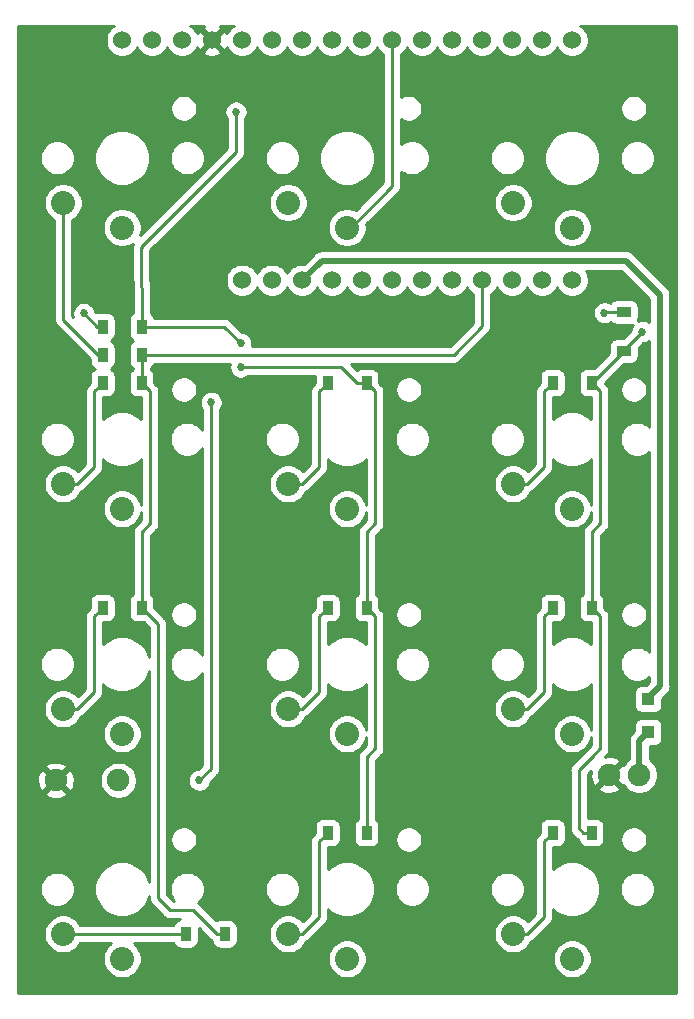
<source format=gbl>
G04 #@! TF.GenerationSoftware,KiCad,Pcbnew,(5.1.5-0-10_14)*
G04 #@! TF.CreationDate,2020-01-22T02:16:51-06:00*
G04 #@! TF.ProjectId,imacro,696d6163-726f-42e6-9b69-6361645f7063,rev?*
G04 #@! TF.SameCoordinates,Original*
G04 #@! TF.FileFunction,Copper,L2,Bot*
G04 #@! TF.FilePolarity,Positive*
%FSLAX46Y46*%
G04 Gerber Fmt 4.6, Leading zero omitted, Abs format (unit mm)*
G04 Created by KiCad (PCBNEW (5.1.5-0-10_14)) date 2020-01-22 02:16:51*
%MOMM*%
%LPD*%
G04 APERTURE LIST*
%ADD10C,1.905000*%
%ADD11C,2.032000*%
%ADD12C,1.524000*%
%ADD13R,1.200000X0.900000*%
%ADD14R,0.900000X1.200000*%
%ADD15R,1.100000X1.100000*%
%ADD16C,0.685800*%
%ADD17C,0.254000*%
%ADD18C,0.250000*%
%ADD19C,0.508000*%
G04 APERTURE END LIST*
D10*
X80650000Y-117000000D03*
X75350000Y-117000000D03*
D11*
X80962500Y-70193750D03*
X75962500Y-68093750D03*
X100012500Y-94006250D03*
X95012500Y-91906250D03*
X80962500Y-94006250D03*
X75962500Y-91906250D03*
X80962500Y-132106250D03*
X75962500Y-130006250D03*
X100012500Y-132106250D03*
X95012500Y-130006250D03*
X119062500Y-132106250D03*
X114062500Y-130006250D03*
X80962500Y-113056250D03*
X75962500Y-110956250D03*
X100012500Y-113056250D03*
X95012500Y-110956250D03*
X119062500Y-113056250D03*
X114062500Y-110956250D03*
X119062500Y-94006250D03*
X114062500Y-91906250D03*
X100012500Y-70193750D03*
X95012500Y-68093750D03*
X119062500Y-70193750D03*
X114062500Y-68093750D03*
D12*
X91110000Y-74660000D03*
X93650000Y-74660000D03*
X96190000Y-74660000D03*
X98730000Y-74660000D03*
X101270000Y-74660000D03*
X103810000Y-74660000D03*
X106350000Y-74660000D03*
X108890000Y-74660000D03*
X111430000Y-74660000D03*
X113970000Y-74660000D03*
X116510000Y-74660000D03*
X119050000Y-74660000D03*
X119050000Y-54340000D03*
X116510000Y-54340000D03*
X113970000Y-54340000D03*
X111430000Y-54340000D03*
X108890000Y-54340000D03*
X106350000Y-54340000D03*
X103810000Y-54340000D03*
X101270000Y-54340000D03*
X98730000Y-54340000D03*
X96190000Y-54340000D03*
X93650000Y-54340000D03*
X91110000Y-54340000D03*
X88570000Y-54340000D03*
X86030000Y-54340000D03*
X83490000Y-54340000D03*
X80950000Y-54340000D03*
D13*
X123444000Y-80644000D03*
X123444000Y-77344000D03*
D14*
X82612500Y-78581250D03*
X79312500Y-78581250D03*
X82612500Y-80962500D03*
X79312500Y-80962500D03*
X120712500Y-83343750D03*
X117412500Y-83343750D03*
X101662500Y-83343750D03*
X98362500Y-83343750D03*
X82612500Y-83343750D03*
X79312500Y-83343750D03*
X120712500Y-102393750D03*
X117412500Y-102393750D03*
X101662500Y-102393750D03*
X98362500Y-102393750D03*
X82612500Y-102393750D03*
X79312500Y-102393750D03*
D15*
X125500000Y-110100000D03*
X125500000Y-112900000D03*
D14*
X120712500Y-121443750D03*
X117412500Y-121443750D03*
X101662500Y-121443750D03*
X98362500Y-121443750D03*
X89650000Y-130000000D03*
X86350000Y-130000000D03*
D10*
X124740000Y-116540000D03*
X122200000Y-116540000D03*
D16*
X91000000Y-80000000D03*
X91000000Y-82000000D03*
X90600000Y-60400000D03*
X125000000Y-79000000D03*
X125000000Y-79000000D03*
X77724000Y-77470000D03*
X121800000Y-77400000D03*
X74400000Y-73400000D03*
X80000000Y-73400000D03*
X85200000Y-73400000D03*
X90600000Y-66200000D03*
X77200000Y-55600000D03*
X122800000Y-55000000D03*
X109600000Y-60200000D03*
X109600000Y-67600000D03*
X109600000Y-71600000D03*
X123000000Y-68400000D03*
X118000000Y-77400000D03*
X108800000Y-77600000D03*
X95600000Y-77600000D03*
X91000000Y-84200000D03*
X85600000Y-97600000D03*
X100000000Y-97400000D03*
X75600000Y-97600000D03*
X80600000Y-97600000D03*
X119200000Y-97400000D03*
X124200000Y-97400000D03*
X109600000Y-107200000D03*
X90600000Y-107200000D03*
X109600000Y-116800000D03*
X90600000Y-117000000D03*
X90600000Y-133200000D03*
X109600000Y-133200000D03*
X78000000Y-115200000D03*
X109600000Y-88200000D03*
X109800000Y-97800000D03*
X88500000Y-85000000D03*
X87500000Y-117000000D03*
D17*
X84000000Y-103781250D02*
X82612500Y-102393750D01*
X84000000Y-127000000D02*
X84000000Y-103781250D01*
X85000000Y-128000000D02*
X84000000Y-127000000D01*
X87000000Y-128000000D02*
X85000000Y-128000000D01*
X89000000Y-130000000D02*
X87000000Y-128000000D01*
X89650000Y-130000000D02*
X89000000Y-130000000D01*
X111430000Y-74660000D02*
X111430000Y-78570000D01*
X109037500Y-80962500D02*
X82612500Y-80962500D01*
X111430000Y-78570000D02*
X109037500Y-80962500D01*
X82612500Y-83343750D02*
X82612500Y-80962500D01*
X82612500Y-83343750D02*
X82612500Y-82866500D01*
D18*
X82612500Y-102393750D02*
X82612500Y-95981250D01*
X83343750Y-84075000D02*
X82612500Y-83343750D01*
X83343750Y-95250000D02*
X83343750Y-84075000D01*
X82612500Y-95981250D02*
X83343750Y-95250000D01*
D17*
X75962500Y-130006250D02*
X86343750Y-130006250D01*
X86343750Y-130006250D02*
X86350000Y-130000000D01*
X86650000Y-130000000D02*
X86650000Y-129650000D01*
X113970000Y-54530000D02*
X113970000Y-54340000D01*
X101662500Y-83343750D02*
X100843750Y-83343750D01*
X89581250Y-78581250D02*
X82612500Y-78581250D01*
X91000000Y-80000000D02*
X89581250Y-78581250D01*
X99500000Y-82000000D02*
X91000000Y-82000000D01*
X100843750Y-83343750D02*
X99500000Y-82000000D01*
D18*
X101662500Y-102393750D02*
X101662500Y-95981250D01*
X102393750Y-84075000D02*
X101662500Y-83343750D01*
X102393750Y-95250000D02*
X102393750Y-84075000D01*
X101662500Y-95981250D02*
X102393750Y-95250000D01*
X101662500Y-121443750D02*
X101662500Y-115031250D01*
X102393750Y-103125000D02*
X101662500Y-102393750D01*
X102393750Y-114300000D02*
X102393750Y-103125000D01*
X101662500Y-115031250D02*
X102393750Y-114300000D01*
D17*
X90600000Y-60400000D02*
X90600000Y-63800000D01*
X90600000Y-63800000D02*
X82600000Y-71800000D01*
X82600000Y-71800000D02*
X82612500Y-71887500D01*
X82612500Y-78581250D02*
X82600000Y-71800000D01*
D18*
X97631250Y-122175000D02*
X98362500Y-121443750D01*
X97631250Y-128587500D02*
X97631250Y-122175000D01*
X96212500Y-130006250D02*
X97631250Y-128587500D01*
X95012500Y-130006250D02*
X96212500Y-130006250D01*
D17*
X123444000Y-80644000D02*
X123444000Y-80556000D01*
X123444000Y-80556000D02*
X125000000Y-79000000D01*
X120712500Y-83343750D02*
X120744250Y-83343750D01*
X120744250Y-83343750D02*
X123444000Y-80644000D01*
D18*
X120712500Y-102393750D02*
X120712500Y-95981250D01*
X121443750Y-84075000D02*
X120712500Y-83343750D01*
X121443750Y-95250000D02*
X121443750Y-84075000D01*
X120712500Y-95981250D02*
X121443750Y-95250000D01*
X121443750Y-103125000D02*
X120712500Y-102393750D01*
X121443750Y-114300000D02*
X121443750Y-103125000D01*
X120712500Y-115031250D02*
X121443750Y-114300000D01*
D17*
X120008500Y-121443750D02*
X119600000Y-121035250D01*
X120712500Y-121443750D02*
X120008500Y-121443750D01*
X119600000Y-116143750D02*
X120712500Y-115031250D01*
X119600000Y-121035250D02*
X119600000Y-116143750D01*
D18*
X116681250Y-122175000D02*
X117412500Y-121443750D01*
X116681250Y-128587500D02*
X116681250Y-122175000D01*
X115262500Y-130006250D02*
X116681250Y-128587500D01*
X114062500Y-130006250D02*
X115262500Y-130006250D01*
D17*
X125500000Y-110100000D02*
X125500000Y-110000000D01*
D19*
X125500000Y-110100000D02*
X125500000Y-110000000D01*
X126500000Y-109000000D02*
X126500000Y-75900000D01*
X125500000Y-110000000D02*
X126500000Y-109000000D01*
X126500000Y-75900000D02*
X123600000Y-73000000D01*
X97850000Y-73000000D02*
X96190000Y-74660000D01*
X123600000Y-73000000D02*
X97850000Y-73000000D01*
X124740000Y-116540000D02*
X124740000Y-113660000D01*
X124740000Y-113660000D02*
X125500000Y-112900000D01*
D18*
X75962500Y-110956250D02*
X77162500Y-110956250D01*
X78581250Y-103125000D02*
X79312500Y-102393750D01*
X78581250Y-109537500D02*
X78581250Y-103125000D01*
X77162500Y-110956250D02*
X78581250Y-109537500D01*
X95012500Y-110956250D02*
X96212500Y-110956250D01*
X97631250Y-103125000D02*
X98362500Y-102393750D01*
X97631250Y-109537500D02*
X97631250Y-103125000D01*
X96212500Y-110956250D02*
X97631250Y-109537500D01*
X114062500Y-110956250D02*
X115262500Y-110956250D01*
X116681250Y-103125000D02*
X117412500Y-102393750D01*
X116681250Y-109537500D02*
X116681250Y-103125000D01*
X115262500Y-110956250D02*
X116681250Y-109537500D01*
X75962500Y-91906250D02*
X77162500Y-91906250D01*
X78581250Y-84075000D02*
X79312500Y-83343750D01*
X78581250Y-90487500D02*
X78581250Y-84075000D01*
X77162500Y-91906250D02*
X78581250Y-90487500D01*
X95012500Y-91906250D02*
X96212500Y-91906250D01*
X97631250Y-84075000D02*
X98362500Y-83343750D01*
X97631250Y-90487500D02*
X97631250Y-84075000D01*
X96212500Y-91906250D02*
X97631250Y-90487500D01*
X114062500Y-91906250D02*
X115262500Y-91906250D01*
X116681250Y-84075000D02*
X117412500Y-83343750D01*
X116681250Y-90487500D02*
X116681250Y-84075000D01*
X115262500Y-91906250D02*
X116681250Y-90487500D01*
D17*
X79312500Y-80962500D02*
X78930500Y-80962500D01*
X78930500Y-80962500D02*
X75962500Y-77994500D01*
X75962500Y-77994500D02*
X75962500Y-68093750D01*
X79312500Y-78581250D02*
X78835250Y-78581250D01*
X78835250Y-78581250D02*
X77724000Y-77470000D01*
X121856000Y-77344000D02*
X121800000Y-77400000D01*
X123444000Y-77344000D02*
X121856000Y-77344000D01*
X100012500Y-70193750D02*
X100306250Y-70193750D01*
X100306250Y-70193750D02*
X103810000Y-66690000D01*
X103810000Y-66690000D02*
X103810000Y-54340000D01*
X88500000Y-116000000D02*
X88500000Y-85000000D01*
X87500000Y-117000000D02*
X88500000Y-116000000D01*
G36*
X80288273Y-53101995D02*
G01*
X80059465Y-53254880D01*
X79864880Y-53449465D01*
X79711995Y-53678273D01*
X79606686Y-53932510D01*
X79553000Y-54202408D01*
X79553000Y-54477592D01*
X79606686Y-54747490D01*
X79711995Y-55001727D01*
X79864880Y-55230535D01*
X80059465Y-55425120D01*
X80288273Y-55578005D01*
X80542510Y-55683314D01*
X80812408Y-55737000D01*
X81087592Y-55737000D01*
X81357490Y-55683314D01*
X81611727Y-55578005D01*
X81840535Y-55425120D01*
X82035120Y-55230535D01*
X82188005Y-55001727D01*
X82220000Y-54924485D01*
X82251995Y-55001727D01*
X82404880Y-55230535D01*
X82599465Y-55425120D01*
X82828273Y-55578005D01*
X83082510Y-55683314D01*
X83352408Y-55737000D01*
X83627592Y-55737000D01*
X83897490Y-55683314D01*
X84151727Y-55578005D01*
X84380535Y-55425120D01*
X84575120Y-55230535D01*
X84728005Y-55001727D01*
X84760000Y-54924485D01*
X84791995Y-55001727D01*
X84944880Y-55230535D01*
X85139465Y-55425120D01*
X85368273Y-55578005D01*
X85622510Y-55683314D01*
X85892408Y-55737000D01*
X86167592Y-55737000D01*
X86437490Y-55683314D01*
X86691727Y-55578005D01*
X86920535Y-55425120D01*
X87040090Y-55305565D01*
X87784040Y-55305565D01*
X87851020Y-55545656D01*
X88100048Y-55662756D01*
X88367135Y-55729023D01*
X88642017Y-55741910D01*
X88914133Y-55700922D01*
X89173023Y-55607636D01*
X89288980Y-55545656D01*
X89355960Y-55305565D01*
X88570000Y-54519605D01*
X87784040Y-55305565D01*
X87040090Y-55305565D01*
X87115120Y-55230535D01*
X87268005Y-55001727D01*
X87297692Y-54930057D01*
X87302364Y-54943023D01*
X87364344Y-55058980D01*
X87604435Y-55125960D01*
X88390395Y-54340000D01*
X87604435Y-53554040D01*
X87364344Y-53621020D01*
X87300515Y-53756760D01*
X87268005Y-53678273D01*
X87115120Y-53449465D01*
X86920535Y-53254880D01*
X86691727Y-53101995D01*
X86680875Y-53097500D01*
X87919951Y-53097500D01*
X87851020Y-53134344D01*
X87784040Y-53374435D01*
X88570000Y-54160395D01*
X89355960Y-53374435D01*
X89288980Y-53134344D01*
X89210627Y-53097500D01*
X90459125Y-53097500D01*
X90448273Y-53101995D01*
X90219465Y-53254880D01*
X90024880Y-53449465D01*
X89871995Y-53678273D01*
X89842308Y-53749943D01*
X89837636Y-53736977D01*
X89775656Y-53621020D01*
X89535565Y-53554040D01*
X88749605Y-54340000D01*
X89535565Y-55125960D01*
X89775656Y-55058980D01*
X89839485Y-54923240D01*
X89871995Y-55001727D01*
X90024880Y-55230535D01*
X90219465Y-55425120D01*
X90448273Y-55578005D01*
X90702510Y-55683314D01*
X90972408Y-55737000D01*
X91247592Y-55737000D01*
X91517490Y-55683314D01*
X91771727Y-55578005D01*
X92000535Y-55425120D01*
X92195120Y-55230535D01*
X92348005Y-55001727D01*
X92380000Y-54924485D01*
X92411995Y-55001727D01*
X92564880Y-55230535D01*
X92759465Y-55425120D01*
X92988273Y-55578005D01*
X93242510Y-55683314D01*
X93512408Y-55737000D01*
X93787592Y-55737000D01*
X94057490Y-55683314D01*
X94311727Y-55578005D01*
X94540535Y-55425120D01*
X94735120Y-55230535D01*
X94888005Y-55001727D01*
X94920000Y-54924485D01*
X94951995Y-55001727D01*
X95104880Y-55230535D01*
X95299465Y-55425120D01*
X95528273Y-55578005D01*
X95782510Y-55683314D01*
X96052408Y-55737000D01*
X96327592Y-55737000D01*
X96597490Y-55683314D01*
X96851727Y-55578005D01*
X97080535Y-55425120D01*
X97275120Y-55230535D01*
X97428005Y-55001727D01*
X97460000Y-54924485D01*
X97491995Y-55001727D01*
X97644880Y-55230535D01*
X97839465Y-55425120D01*
X98068273Y-55578005D01*
X98322510Y-55683314D01*
X98592408Y-55737000D01*
X98867592Y-55737000D01*
X99137490Y-55683314D01*
X99391727Y-55578005D01*
X99620535Y-55425120D01*
X99815120Y-55230535D01*
X99968005Y-55001727D01*
X100000000Y-54924485D01*
X100031995Y-55001727D01*
X100184880Y-55230535D01*
X100379465Y-55425120D01*
X100608273Y-55578005D01*
X100862510Y-55683314D01*
X101132408Y-55737000D01*
X101407592Y-55737000D01*
X101677490Y-55683314D01*
X101931727Y-55578005D01*
X102160535Y-55425120D01*
X102355120Y-55230535D01*
X102508005Y-55001727D01*
X102540000Y-54924485D01*
X102571995Y-55001727D01*
X102724880Y-55230535D01*
X102919465Y-55425120D01*
X103048001Y-55511005D01*
X103048000Y-66374369D01*
X100721834Y-68700536D01*
X100494079Y-68606197D01*
X100175109Y-68542750D01*
X99849891Y-68542750D01*
X99530921Y-68606197D01*
X99230458Y-68730653D01*
X98960049Y-68911335D01*
X98730085Y-69141299D01*
X98549403Y-69411708D01*
X98424947Y-69712171D01*
X98361500Y-70031141D01*
X98361500Y-70356359D01*
X98424947Y-70675329D01*
X98549403Y-70975792D01*
X98730085Y-71246201D01*
X98960049Y-71476165D01*
X99230458Y-71656847D01*
X99530921Y-71781303D01*
X99849891Y-71844750D01*
X100175109Y-71844750D01*
X100494079Y-71781303D01*
X100794542Y-71656847D01*
X101064951Y-71476165D01*
X101294915Y-71246201D01*
X101475597Y-70975792D01*
X101600053Y-70675329D01*
X101663500Y-70356359D01*
X101663500Y-70031141D01*
X117411500Y-70031141D01*
X117411500Y-70356359D01*
X117474947Y-70675329D01*
X117599403Y-70975792D01*
X117780085Y-71246201D01*
X118010049Y-71476165D01*
X118280458Y-71656847D01*
X118580921Y-71781303D01*
X118899891Y-71844750D01*
X119225109Y-71844750D01*
X119544079Y-71781303D01*
X119844542Y-71656847D01*
X120114951Y-71476165D01*
X120344915Y-71246201D01*
X120525597Y-70975792D01*
X120650053Y-70675329D01*
X120713500Y-70356359D01*
X120713500Y-70031141D01*
X120650053Y-69712171D01*
X120525597Y-69411708D01*
X120344915Y-69141299D01*
X120114951Y-68911335D01*
X119844542Y-68730653D01*
X119544079Y-68606197D01*
X119225109Y-68542750D01*
X118899891Y-68542750D01*
X118580921Y-68606197D01*
X118280458Y-68730653D01*
X118010049Y-68911335D01*
X117780085Y-69141299D01*
X117599403Y-69411708D01*
X117474947Y-69712171D01*
X117411500Y-70031141D01*
X101663500Y-70031141D01*
X101644087Y-69933544D01*
X103646490Y-67931141D01*
X112411500Y-67931141D01*
X112411500Y-68256359D01*
X112474947Y-68575329D01*
X112599403Y-68875792D01*
X112780085Y-69146201D01*
X113010049Y-69376165D01*
X113280458Y-69556847D01*
X113580921Y-69681303D01*
X113899891Y-69744750D01*
X114225109Y-69744750D01*
X114544079Y-69681303D01*
X114844542Y-69556847D01*
X115114951Y-69376165D01*
X115344915Y-69146201D01*
X115525597Y-68875792D01*
X115650053Y-68575329D01*
X115713500Y-68256359D01*
X115713500Y-67931141D01*
X115650053Y-67612171D01*
X115525597Y-67311708D01*
X115344915Y-67041299D01*
X115114951Y-66811335D01*
X114844542Y-66630653D01*
X114544079Y-66506197D01*
X114225109Y-66442750D01*
X113899891Y-66442750D01*
X113580921Y-66506197D01*
X113280458Y-66630653D01*
X113010049Y-66811335D01*
X112780085Y-67041299D01*
X112599403Y-67311708D01*
X112474947Y-67612171D01*
X112411500Y-67931141D01*
X103646490Y-67931141D01*
X104322353Y-67255278D01*
X104351422Y-67231422D01*
X104378772Y-67198096D01*
X104446645Y-67115393D01*
X104517401Y-66983016D01*
X104517402Y-66983015D01*
X104560974Y-66839378D01*
X104572000Y-66727426D01*
X104572000Y-66727423D01*
X104575686Y-66690000D01*
X104572000Y-66652577D01*
X104572000Y-65452405D01*
X104808662Y-65610538D01*
X105079079Y-65722548D01*
X105366152Y-65779650D01*
X105658848Y-65779650D01*
X105945921Y-65722548D01*
X106216338Y-65610538D01*
X106459706Y-65447924D01*
X106666674Y-65240956D01*
X106829288Y-64997588D01*
X106941298Y-64727171D01*
X106998400Y-64440098D01*
X106998400Y-64147402D01*
X112076600Y-64147402D01*
X112076600Y-64440098D01*
X112133702Y-64727171D01*
X112245712Y-64997588D01*
X112408326Y-65240956D01*
X112615294Y-65447924D01*
X112858662Y-65610538D01*
X113129079Y-65722548D01*
X113416152Y-65779650D01*
X113708848Y-65779650D01*
X113995921Y-65722548D01*
X114266338Y-65610538D01*
X114509706Y-65447924D01*
X114716674Y-65240956D01*
X114879288Y-64997588D01*
X114991298Y-64727171D01*
X115048400Y-64440098D01*
X115048400Y-64147402D01*
X115031482Y-64062344D01*
X116713000Y-64062344D01*
X116713000Y-64525156D01*
X116803290Y-64979074D01*
X116980400Y-65406655D01*
X117237524Y-65791469D01*
X117564781Y-66118726D01*
X117949595Y-66375850D01*
X118377176Y-66552960D01*
X118831094Y-66643250D01*
X119293906Y-66643250D01*
X119747824Y-66552960D01*
X120175405Y-66375850D01*
X120560219Y-66118726D01*
X120887476Y-65791469D01*
X121144600Y-65406655D01*
X121321710Y-64979074D01*
X121412000Y-64525156D01*
X121412000Y-64147402D01*
X123076600Y-64147402D01*
X123076600Y-64440098D01*
X123133702Y-64727171D01*
X123245712Y-64997588D01*
X123408326Y-65240956D01*
X123615294Y-65447924D01*
X123858662Y-65610538D01*
X124129079Y-65722548D01*
X124416152Y-65779650D01*
X124708848Y-65779650D01*
X124995921Y-65722548D01*
X125266338Y-65610538D01*
X125509706Y-65447924D01*
X125716674Y-65240956D01*
X125879288Y-64997588D01*
X125991298Y-64727171D01*
X126048400Y-64440098D01*
X126048400Y-64147402D01*
X125991298Y-63860329D01*
X125879288Y-63589912D01*
X125716674Y-63346544D01*
X125509706Y-63139576D01*
X125266338Y-62976962D01*
X124995921Y-62864952D01*
X124708848Y-62807850D01*
X124416152Y-62807850D01*
X124129079Y-62864952D01*
X123858662Y-62976962D01*
X123615294Y-63139576D01*
X123408326Y-63346544D01*
X123245712Y-63589912D01*
X123133702Y-63860329D01*
X123076600Y-64147402D01*
X121412000Y-64147402D01*
X121412000Y-64062344D01*
X121321710Y-63608426D01*
X121144600Y-63180845D01*
X120887476Y-62796031D01*
X120560219Y-62468774D01*
X120175405Y-62211650D01*
X119747824Y-62034540D01*
X119293906Y-61944250D01*
X118831094Y-61944250D01*
X118377176Y-62034540D01*
X117949595Y-62211650D01*
X117564781Y-62468774D01*
X117237524Y-62796031D01*
X116980400Y-63180845D01*
X116803290Y-63608426D01*
X116713000Y-64062344D01*
X115031482Y-64062344D01*
X114991298Y-63860329D01*
X114879288Y-63589912D01*
X114716674Y-63346544D01*
X114509706Y-63139576D01*
X114266338Y-62976962D01*
X113995921Y-62864952D01*
X113708848Y-62807850D01*
X113416152Y-62807850D01*
X113129079Y-62864952D01*
X112858662Y-62976962D01*
X112615294Y-63139576D01*
X112408326Y-63346544D01*
X112245712Y-63589912D01*
X112133702Y-63860329D01*
X112076600Y-64147402D01*
X106998400Y-64147402D01*
X106941298Y-63860329D01*
X106829288Y-63589912D01*
X106666674Y-63346544D01*
X106459706Y-63139576D01*
X106216338Y-62976962D01*
X105945921Y-62864952D01*
X105658848Y-62807850D01*
X105366152Y-62807850D01*
X105079079Y-62864952D01*
X104808662Y-62976962D01*
X104572000Y-63135095D01*
X104572000Y-61011818D01*
X104697102Y-61095409D01*
X104902804Y-61180613D01*
X105121175Y-61224050D01*
X105343825Y-61224050D01*
X105562196Y-61180613D01*
X105767898Y-61095409D01*
X105953024Y-60971711D01*
X106110461Y-60814274D01*
X106234159Y-60629148D01*
X106319363Y-60423446D01*
X106362800Y-60205075D01*
X106362800Y-59982425D01*
X123152200Y-59982425D01*
X123152200Y-60205075D01*
X123195637Y-60423446D01*
X123280841Y-60629148D01*
X123404539Y-60814274D01*
X123561976Y-60971711D01*
X123747102Y-61095409D01*
X123952804Y-61180613D01*
X124171175Y-61224050D01*
X124393825Y-61224050D01*
X124612196Y-61180613D01*
X124817898Y-61095409D01*
X125003024Y-60971711D01*
X125160461Y-60814274D01*
X125284159Y-60629148D01*
X125369363Y-60423446D01*
X125412800Y-60205075D01*
X125412800Y-59982425D01*
X125369363Y-59764054D01*
X125284159Y-59558352D01*
X125160461Y-59373226D01*
X125003024Y-59215789D01*
X124817898Y-59092091D01*
X124612196Y-59006887D01*
X124393825Y-58963450D01*
X124171175Y-58963450D01*
X123952804Y-59006887D01*
X123747102Y-59092091D01*
X123561976Y-59215789D01*
X123404539Y-59373226D01*
X123280841Y-59558352D01*
X123195637Y-59764054D01*
X123152200Y-59982425D01*
X106362800Y-59982425D01*
X106319363Y-59764054D01*
X106234159Y-59558352D01*
X106110461Y-59373226D01*
X105953024Y-59215789D01*
X105767898Y-59092091D01*
X105562196Y-59006887D01*
X105343825Y-58963450D01*
X105121175Y-58963450D01*
X104902804Y-59006887D01*
X104697102Y-59092091D01*
X104572000Y-59175682D01*
X104572000Y-55511005D01*
X104700535Y-55425120D01*
X104895120Y-55230535D01*
X105048005Y-55001727D01*
X105080000Y-54924485D01*
X105111995Y-55001727D01*
X105264880Y-55230535D01*
X105459465Y-55425120D01*
X105688273Y-55578005D01*
X105942510Y-55683314D01*
X106212408Y-55737000D01*
X106487592Y-55737000D01*
X106757490Y-55683314D01*
X107011727Y-55578005D01*
X107240535Y-55425120D01*
X107435120Y-55230535D01*
X107588005Y-55001727D01*
X107620000Y-54924485D01*
X107651995Y-55001727D01*
X107804880Y-55230535D01*
X107999465Y-55425120D01*
X108228273Y-55578005D01*
X108482510Y-55683314D01*
X108752408Y-55737000D01*
X109027592Y-55737000D01*
X109297490Y-55683314D01*
X109551727Y-55578005D01*
X109780535Y-55425120D01*
X109975120Y-55230535D01*
X110128005Y-55001727D01*
X110160000Y-54924485D01*
X110191995Y-55001727D01*
X110344880Y-55230535D01*
X110539465Y-55425120D01*
X110768273Y-55578005D01*
X111022510Y-55683314D01*
X111292408Y-55737000D01*
X111567592Y-55737000D01*
X111837490Y-55683314D01*
X112091727Y-55578005D01*
X112320535Y-55425120D01*
X112515120Y-55230535D01*
X112668005Y-55001727D01*
X112700000Y-54924485D01*
X112731995Y-55001727D01*
X112884880Y-55230535D01*
X113079465Y-55425120D01*
X113308273Y-55578005D01*
X113562510Y-55683314D01*
X113832408Y-55737000D01*
X114107592Y-55737000D01*
X114377490Y-55683314D01*
X114631727Y-55578005D01*
X114860535Y-55425120D01*
X115055120Y-55230535D01*
X115208005Y-55001727D01*
X115240000Y-54924485D01*
X115271995Y-55001727D01*
X115424880Y-55230535D01*
X115619465Y-55425120D01*
X115848273Y-55578005D01*
X116102510Y-55683314D01*
X116372408Y-55737000D01*
X116647592Y-55737000D01*
X116917490Y-55683314D01*
X117171727Y-55578005D01*
X117400535Y-55425120D01*
X117595120Y-55230535D01*
X117748005Y-55001727D01*
X117780000Y-54924485D01*
X117811995Y-55001727D01*
X117964880Y-55230535D01*
X118159465Y-55425120D01*
X118388273Y-55578005D01*
X118642510Y-55683314D01*
X118912408Y-55737000D01*
X119187592Y-55737000D01*
X119457490Y-55683314D01*
X119711727Y-55578005D01*
X119940535Y-55425120D01*
X120135120Y-55230535D01*
X120288005Y-55001727D01*
X120393314Y-54747490D01*
X120447000Y-54477592D01*
X120447000Y-54202408D01*
X120393314Y-53932510D01*
X120288005Y-53678273D01*
X120135120Y-53449465D01*
X119940535Y-53254880D01*
X119711727Y-53101995D01*
X119700875Y-53097500D01*
X127877500Y-53097500D01*
X127877501Y-135021250D01*
X72147500Y-135021250D01*
X72147500Y-126059902D01*
X73976600Y-126059902D01*
X73976600Y-126352598D01*
X74033702Y-126639671D01*
X74145712Y-126910088D01*
X74308326Y-127153456D01*
X74515294Y-127360424D01*
X74758662Y-127523038D01*
X75029079Y-127635048D01*
X75316152Y-127692150D01*
X75608848Y-127692150D01*
X75895921Y-127635048D01*
X76166338Y-127523038D01*
X76409706Y-127360424D01*
X76616674Y-127153456D01*
X76779288Y-126910088D01*
X76891298Y-126639671D01*
X76948400Y-126352598D01*
X76948400Y-126059902D01*
X76891298Y-125772829D01*
X76779288Y-125502412D01*
X76616674Y-125259044D01*
X76409706Y-125052076D01*
X76166338Y-124889462D01*
X75895921Y-124777452D01*
X75608848Y-124720350D01*
X75316152Y-124720350D01*
X75029079Y-124777452D01*
X74758662Y-124889462D01*
X74515294Y-125052076D01*
X74308326Y-125259044D01*
X74145712Y-125502412D01*
X74033702Y-125772829D01*
X73976600Y-126059902D01*
X72147500Y-126059902D01*
X72147500Y-118101535D01*
X74428070Y-118101535D01*
X74518098Y-118361081D01*
X74799616Y-118497224D01*
X75102286Y-118575829D01*
X75414474Y-118593877D01*
X75724185Y-118550672D01*
X76019516Y-118447877D01*
X76181902Y-118361081D01*
X76271930Y-118101535D01*
X75350000Y-117179605D01*
X74428070Y-118101535D01*
X72147500Y-118101535D01*
X72147500Y-117064474D01*
X73756123Y-117064474D01*
X73799328Y-117374185D01*
X73902123Y-117669516D01*
X73988919Y-117831902D01*
X74248465Y-117921930D01*
X75170395Y-117000000D01*
X75529605Y-117000000D01*
X76451535Y-117921930D01*
X76711081Y-117831902D01*
X76847224Y-117550384D01*
X76925829Y-117247714D01*
X76943877Y-116935526D01*
X76931060Y-116843645D01*
X79062500Y-116843645D01*
X79062500Y-117156355D01*
X79123507Y-117463057D01*
X79243176Y-117751963D01*
X79416908Y-118011972D01*
X79638028Y-118233092D01*
X79898037Y-118406824D01*
X80186943Y-118526493D01*
X80493645Y-118587500D01*
X80806355Y-118587500D01*
X81113057Y-118526493D01*
X81401963Y-118406824D01*
X81661972Y-118233092D01*
X81883092Y-118011972D01*
X82056824Y-117751963D01*
X82176493Y-117463057D01*
X82237500Y-117156355D01*
X82237500Y-116843645D01*
X82176493Y-116536943D01*
X82056824Y-116248037D01*
X81883092Y-115988028D01*
X81661972Y-115766908D01*
X81401963Y-115593176D01*
X81113057Y-115473507D01*
X80806355Y-115412500D01*
X80493645Y-115412500D01*
X80186943Y-115473507D01*
X79898037Y-115593176D01*
X79638028Y-115766908D01*
X79416908Y-115988028D01*
X79243176Y-116248037D01*
X79123507Y-116536943D01*
X79062500Y-116843645D01*
X76931060Y-116843645D01*
X76900672Y-116625815D01*
X76797877Y-116330484D01*
X76711081Y-116168098D01*
X76451535Y-116078070D01*
X75529605Y-117000000D01*
X75170395Y-117000000D01*
X74248465Y-116078070D01*
X73988919Y-116168098D01*
X73852776Y-116449616D01*
X73774171Y-116752286D01*
X73756123Y-117064474D01*
X72147500Y-117064474D01*
X72147500Y-115898465D01*
X74428070Y-115898465D01*
X75350000Y-116820395D01*
X76271930Y-115898465D01*
X76181902Y-115638919D01*
X75900384Y-115502776D01*
X75597714Y-115424171D01*
X75285526Y-115406123D01*
X74975815Y-115449328D01*
X74680484Y-115552123D01*
X74518098Y-115638919D01*
X74428070Y-115898465D01*
X72147500Y-115898465D01*
X72147500Y-112893641D01*
X79311500Y-112893641D01*
X79311500Y-113218859D01*
X79374947Y-113537829D01*
X79499403Y-113838292D01*
X79680085Y-114108701D01*
X79910049Y-114338665D01*
X80180458Y-114519347D01*
X80480921Y-114643803D01*
X80799891Y-114707250D01*
X81125109Y-114707250D01*
X81444079Y-114643803D01*
X81744542Y-114519347D01*
X82014951Y-114338665D01*
X82244915Y-114108701D01*
X82425597Y-113838292D01*
X82550053Y-113537829D01*
X82613500Y-113218859D01*
X82613500Y-112893641D01*
X82550053Y-112574671D01*
X82425597Y-112274208D01*
X82244915Y-112003799D01*
X82014951Y-111773835D01*
X81744542Y-111593153D01*
X81444079Y-111468697D01*
X81125109Y-111405250D01*
X80799891Y-111405250D01*
X80480921Y-111468697D01*
X80180458Y-111593153D01*
X79910049Y-111773835D01*
X79680085Y-112003799D01*
X79499403Y-112274208D01*
X79374947Y-112574671D01*
X79311500Y-112893641D01*
X72147500Y-112893641D01*
X72147500Y-107009902D01*
X73976600Y-107009902D01*
X73976600Y-107302598D01*
X74033702Y-107589671D01*
X74145712Y-107860088D01*
X74308326Y-108103456D01*
X74515294Y-108310424D01*
X74758662Y-108473038D01*
X75029079Y-108585048D01*
X75316152Y-108642150D01*
X75608848Y-108642150D01*
X75895921Y-108585048D01*
X76166338Y-108473038D01*
X76409706Y-108310424D01*
X76616674Y-108103456D01*
X76779288Y-107860088D01*
X76891298Y-107589671D01*
X76948400Y-107302598D01*
X76948400Y-107009902D01*
X76891298Y-106722829D01*
X76779288Y-106452412D01*
X76616674Y-106209044D01*
X76409706Y-106002076D01*
X76166338Y-105839462D01*
X75895921Y-105727452D01*
X75608848Y-105670350D01*
X75316152Y-105670350D01*
X75029079Y-105727452D01*
X74758662Y-105839462D01*
X74515294Y-106002076D01*
X74308326Y-106209044D01*
X74145712Y-106452412D01*
X74033702Y-106722829D01*
X73976600Y-107009902D01*
X72147500Y-107009902D01*
X72147500Y-87959902D01*
X73976600Y-87959902D01*
X73976600Y-88252598D01*
X74033702Y-88539671D01*
X74145712Y-88810088D01*
X74308326Y-89053456D01*
X74515294Y-89260424D01*
X74758662Y-89423038D01*
X75029079Y-89535048D01*
X75316152Y-89592150D01*
X75608848Y-89592150D01*
X75895921Y-89535048D01*
X76166338Y-89423038D01*
X76409706Y-89260424D01*
X76616674Y-89053456D01*
X76779288Y-88810088D01*
X76891298Y-88539671D01*
X76948400Y-88252598D01*
X76948400Y-87959902D01*
X76891298Y-87672829D01*
X76779288Y-87402412D01*
X76616674Y-87159044D01*
X76409706Y-86952076D01*
X76166338Y-86789462D01*
X75895921Y-86677452D01*
X75608848Y-86620350D01*
X75316152Y-86620350D01*
X75029079Y-86677452D01*
X74758662Y-86789462D01*
X74515294Y-86952076D01*
X74308326Y-87159044D01*
X74145712Y-87402412D01*
X74033702Y-87672829D01*
X73976600Y-87959902D01*
X72147500Y-87959902D01*
X72147500Y-67931141D01*
X74311500Y-67931141D01*
X74311500Y-68256359D01*
X74374947Y-68575329D01*
X74499403Y-68875792D01*
X74680085Y-69146201D01*
X74910049Y-69376165D01*
X75180458Y-69556847D01*
X75200501Y-69565149D01*
X75200500Y-77957077D01*
X75196814Y-77994500D01*
X75200500Y-78031923D01*
X75200500Y-78031925D01*
X75211526Y-78143877D01*
X75255098Y-78287514D01*
X75257816Y-78292599D01*
X75325855Y-78419892D01*
X75348841Y-78447900D01*
X75421078Y-78535922D01*
X75450154Y-78559784D01*
X78224428Y-81334059D01*
X78224428Y-81562500D01*
X78236688Y-81686982D01*
X78272998Y-81806680D01*
X78331963Y-81916994D01*
X78411315Y-82013685D01*
X78508006Y-82093037D01*
X78618320Y-82152002D01*
X78622022Y-82153125D01*
X78618320Y-82154248D01*
X78508006Y-82213213D01*
X78411315Y-82292565D01*
X78331963Y-82389256D01*
X78272998Y-82499570D01*
X78236688Y-82619268D01*
X78224428Y-82743750D01*
X78224428Y-83357021D01*
X78070248Y-83511201D01*
X78041250Y-83534999D01*
X78017452Y-83563997D01*
X78017451Y-83563998D01*
X77946276Y-83650724D01*
X77875704Y-83782754D01*
X77832248Y-83926015D01*
X77817574Y-84075000D01*
X77821251Y-84112332D01*
X77821250Y-90172697D01*
X77192532Y-90801416D01*
X77014951Y-90623835D01*
X76744542Y-90443153D01*
X76444079Y-90318697D01*
X76125109Y-90255250D01*
X75799891Y-90255250D01*
X75480921Y-90318697D01*
X75180458Y-90443153D01*
X74910049Y-90623835D01*
X74680085Y-90853799D01*
X74499403Y-91124208D01*
X74374947Y-91424671D01*
X74311500Y-91743641D01*
X74311500Y-92068859D01*
X74374947Y-92387829D01*
X74499403Y-92688292D01*
X74680085Y-92958701D01*
X74910049Y-93188665D01*
X75180458Y-93369347D01*
X75480921Y-93493803D01*
X75799891Y-93557250D01*
X76125109Y-93557250D01*
X76444079Y-93493803D01*
X76744542Y-93369347D01*
X77014951Y-93188665D01*
X77244915Y-92958701D01*
X77425597Y-92688292D01*
X77458004Y-92610055D01*
X77586776Y-92541224D01*
X77702501Y-92446251D01*
X77726303Y-92417248D01*
X79092259Y-91051294D01*
X79121251Y-91027501D01*
X79145045Y-90998508D01*
X79145049Y-90998504D01*
X79216223Y-90911777D01*
X79216224Y-90911776D01*
X79286796Y-90779747D01*
X79330253Y-90636486D01*
X79341250Y-90524833D01*
X79341250Y-90524824D01*
X79344926Y-90487501D01*
X79341250Y-90450178D01*
X79341250Y-89807695D01*
X79464781Y-89931226D01*
X79849595Y-90188350D01*
X80277176Y-90365460D01*
X80731094Y-90455750D01*
X81193906Y-90455750D01*
X81647824Y-90365460D01*
X82075405Y-90188350D01*
X82460219Y-89931226D01*
X82583750Y-89807695D01*
X82583750Y-93694078D01*
X82550053Y-93524671D01*
X82425597Y-93224208D01*
X82244915Y-92953799D01*
X82014951Y-92723835D01*
X81744542Y-92543153D01*
X81444079Y-92418697D01*
X81125109Y-92355250D01*
X80799891Y-92355250D01*
X80480921Y-92418697D01*
X80180458Y-92543153D01*
X79910049Y-92723835D01*
X79680085Y-92953799D01*
X79499403Y-93224208D01*
X79374947Y-93524671D01*
X79311500Y-93843641D01*
X79311500Y-94168859D01*
X79374947Y-94487829D01*
X79499403Y-94788292D01*
X79680085Y-95058701D01*
X79910049Y-95288665D01*
X80180458Y-95469347D01*
X80480921Y-95593803D01*
X80799891Y-95657250D01*
X81125109Y-95657250D01*
X81444079Y-95593803D01*
X81744542Y-95469347D01*
X82014951Y-95288665D01*
X82244915Y-95058701D01*
X82425597Y-94788292D01*
X82550053Y-94487829D01*
X82583750Y-94318422D01*
X82583750Y-94935198D01*
X82101498Y-95417451D01*
X82072500Y-95441249D01*
X82048702Y-95470247D01*
X82048701Y-95470248D01*
X81977526Y-95556974D01*
X81906954Y-95689004D01*
X81885114Y-95761003D01*
X81863498Y-95832264D01*
X81852501Y-95943917D01*
X81848824Y-95981250D01*
X81852501Y-96018582D01*
X81852500Y-101239430D01*
X81808006Y-101263213D01*
X81711315Y-101342565D01*
X81631963Y-101439256D01*
X81572998Y-101549570D01*
X81536688Y-101669268D01*
X81524428Y-101793750D01*
X81524428Y-102993750D01*
X81536688Y-103118232D01*
X81572998Y-103237930D01*
X81631963Y-103348244D01*
X81711315Y-103444935D01*
X81808006Y-103524287D01*
X81918320Y-103583252D01*
X82038018Y-103619562D01*
X82162500Y-103631822D01*
X82772941Y-103631822D01*
X83238001Y-104096882D01*
X83238001Y-106552826D01*
X83221710Y-106470926D01*
X83044600Y-106043345D01*
X82787476Y-105658531D01*
X82460219Y-105331274D01*
X82075405Y-105074150D01*
X81647824Y-104897040D01*
X81193906Y-104806750D01*
X80731094Y-104806750D01*
X80277176Y-104897040D01*
X79849595Y-105074150D01*
X79464781Y-105331274D01*
X79341250Y-105454805D01*
X79341250Y-103631822D01*
X79762500Y-103631822D01*
X79886982Y-103619562D01*
X80006680Y-103583252D01*
X80116994Y-103524287D01*
X80213685Y-103444935D01*
X80293037Y-103348244D01*
X80352002Y-103237930D01*
X80388312Y-103118232D01*
X80400572Y-102993750D01*
X80400572Y-101793750D01*
X80388312Y-101669268D01*
X80352002Y-101549570D01*
X80293037Y-101439256D01*
X80213685Y-101342565D01*
X80116994Y-101263213D01*
X80006680Y-101204248D01*
X79886982Y-101167938D01*
X79762500Y-101155678D01*
X78862500Y-101155678D01*
X78738018Y-101167938D01*
X78618320Y-101204248D01*
X78508006Y-101263213D01*
X78411315Y-101342565D01*
X78331963Y-101439256D01*
X78272998Y-101549570D01*
X78236688Y-101669268D01*
X78224428Y-101793750D01*
X78224428Y-102407021D01*
X78070248Y-102561201D01*
X78041250Y-102584999D01*
X78017452Y-102613997D01*
X78017451Y-102613998D01*
X77946276Y-102700724D01*
X77875704Y-102832754D01*
X77845430Y-102932558D01*
X77832248Y-102976014D01*
X77826904Y-103030276D01*
X77817574Y-103125000D01*
X77821251Y-103162332D01*
X77821250Y-109222697D01*
X77192532Y-109851416D01*
X77014951Y-109673835D01*
X76744542Y-109493153D01*
X76444079Y-109368697D01*
X76125109Y-109305250D01*
X75799891Y-109305250D01*
X75480921Y-109368697D01*
X75180458Y-109493153D01*
X74910049Y-109673835D01*
X74680085Y-109903799D01*
X74499403Y-110174208D01*
X74374947Y-110474671D01*
X74311500Y-110793641D01*
X74311500Y-111118859D01*
X74374947Y-111437829D01*
X74499403Y-111738292D01*
X74680085Y-112008701D01*
X74910049Y-112238665D01*
X75180458Y-112419347D01*
X75480921Y-112543803D01*
X75799891Y-112607250D01*
X76125109Y-112607250D01*
X76444079Y-112543803D01*
X76744542Y-112419347D01*
X77014951Y-112238665D01*
X77244915Y-112008701D01*
X77425597Y-111738292D01*
X77458004Y-111660055D01*
X77586776Y-111591224D01*
X77702501Y-111496251D01*
X77726303Y-111467248D01*
X79092259Y-110101294D01*
X79121251Y-110077501D01*
X79145045Y-110048508D01*
X79145049Y-110048504D01*
X79216223Y-109961777D01*
X79216224Y-109961776D01*
X79286796Y-109829747D01*
X79330253Y-109686486D01*
X79341250Y-109574833D01*
X79341250Y-109574824D01*
X79344926Y-109537501D01*
X79341250Y-109500178D01*
X79341250Y-108857695D01*
X79464781Y-108981226D01*
X79849595Y-109238350D01*
X80277176Y-109415460D01*
X80731094Y-109505750D01*
X81193906Y-109505750D01*
X81647824Y-109415460D01*
X82075405Y-109238350D01*
X82460219Y-108981226D01*
X82787476Y-108653969D01*
X83044600Y-108269155D01*
X83221710Y-107841574D01*
X83238001Y-107759675D01*
X83238000Y-125602822D01*
X83221710Y-125520926D01*
X83044600Y-125093345D01*
X82787476Y-124708531D01*
X82460219Y-124381274D01*
X82075405Y-124124150D01*
X81647824Y-123947040D01*
X81193906Y-123856750D01*
X80731094Y-123856750D01*
X80277176Y-123947040D01*
X79849595Y-124124150D01*
X79464781Y-124381274D01*
X79137524Y-124708531D01*
X78880400Y-125093345D01*
X78703290Y-125520926D01*
X78613000Y-125974844D01*
X78613000Y-126437656D01*
X78703290Y-126891574D01*
X78880400Y-127319155D01*
X79137524Y-127703969D01*
X79464781Y-128031226D01*
X79849595Y-128288350D01*
X80277176Y-128465460D01*
X80731094Y-128555750D01*
X81193906Y-128555750D01*
X81647824Y-128465460D01*
X82075405Y-128288350D01*
X82460219Y-128031226D01*
X82787476Y-127703969D01*
X83044600Y-127319155D01*
X83221710Y-126891574D01*
X83238000Y-126809679D01*
X83238000Y-126962577D01*
X83234314Y-127000000D01*
X83238000Y-127037423D01*
X83238000Y-127037425D01*
X83249026Y-127149377D01*
X83292598Y-127293014D01*
X83292599Y-127293015D01*
X83363355Y-127425392D01*
X83390591Y-127458579D01*
X83458578Y-127541422D01*
X83487654Y-127565284D01*
X84434716Y-128512346D01*
X84458578Y-128541422D01*
X84514726Y-128587501D01*
X84574607Y-128636645D01*
X84645364Y-128674465D01*
X84706985Y-128707402D01*
X84850622Y-128750974D01*
X84962574Y-128762000D01*
X84962577Y-128762000D01*
X85000000Y-128765686D01*
X85037423Y-128762000D01*
X85899269Y-128762000D01*
X85775518Y-128774188D01*
X85655820Y-128810498D01*
X85545506Y-128869463D01*
X85448815Y-128948815D01*
X85369463Y-129045506D01*
X85310498Y-129155820D01*
X85283673Y-129244250D01*
X77433899Y-129244250D01*
X77425597Y-129224208D01*
X77244915Y-128953799D01*
X77014951Y-128723835D01*
X76744542Y-128543153D01*
X76444079Y-128418697D01*
X76125109Y-128355250D01*
X75799891Y-128355250D01*
X75480921Y-128418697D01*
X75180458Y-128543153D01*
X74910049Y-128723835D01*
X74680085Y-128953799D01*
X74499403Y-129224208D01*
X74374947Y-129524671D01*
X74311500Y-129843641D01*
X74311500Y-130168859D01*
X74374947Y-130487829D01*
X74499403Y-130788292D01*
X74680085Y-131058701D01*
X74910049Y-131288665D01*
X75180458Y-131469347D01*
X75480921Y-131593803D01*
X75799891Y-131657250D01*
X76125109Y-131657250D01*
X76444079Y-131593803D01*
X76744542Y-131469347D01*
X77014951Y-131288665D01*
X77244915Y-131058701D01*
X77425597Y-130788292D01*
X77433899Y-130768250D01*
X79993238Y-130768250D01*
X79910049Y-130823835D01*
X79680085Y-131053799D01*
X79499403Y-131324208D01*
X79374947Y-131624671D01*
X79311500Y-131943641D01*
X79311500Y-132268859D01*
X79374947Y-132587829D01*
X79499403Y-132888292D01*
X79680085Y-133158701D01*
X79910049Y-133388665D01*
X80180458Y-133569347D01*
X80480921Y-133693803D01*
X80799891Y-133757250D01*
X81125109Y-133757250D01*
X81444079Y-133693803D01*
X81744542Y-133569347D01*
X82014951Y-133388665D01*
X82244915Y-133158701D01*
X82425597Y-132888292D01*
X82550053Y-132587829D01*
X82613500Y-132268859D01*
X82613500Y-131943641D01*
X98361500Y-131943641D01*
X98361500Y-132268859D01*
X98424947Y-132587829D01*
X98549403Y-132888292D01*
X98730085Y-133158701D01*
X98960049Y-133388665D01*
X99230458Y-133569347D01*
X99530921Y-133693803D01*
X99849891Y-133757250D01*
X100175109Y-133757250D01*
X100494079Y-133693803D01*
X100794542Y-133569347D01*
X101064951Y-133388665D01*
X101294915Y-133158701D01*
X101475597Y-132888292D01*
X101600053Y-132587829D01*
X101663500Y-132268859D01*
X101663500Y-131943641D01*
X117411500Y-131943641D01*
X117411500Y-132268859D01*
X117474947Y-132587829D01*
X117599403Y-132888292D01*
X117780085Y-133158701D01*
X118010049Y-133388665D01*
X118280458Y-133569347D01*
X118580921Y-133693803D01*
X118899891Y-133757250D01*
X119225109Y-133757250D01*
X119544079Y-133693803D01*
X119844542Y-133569347D01*
X120114951Y-133388665D01*
X120344915Y-133158701D01*
X120525597Y-132888292D01*
X120650053Y-132587829D01*
X120713500Y-132268859D01*
X120713500Y-131943641D01*
X120650053Y-131624671D01*
X120525597Y-131324208D01*
X120344915Y-131053799D01*
X120114951Y-130823835D01*
X119844542Y-130643153D01*
X119544079Y-130518697D01*
X119225109Y-130455250D01*
X118899891Y-130455250D01*
X118580921Y-130518697D01*
X118280458Y-130643153D01*
X118010049Y-130823835D01*
X117780085Y-131053799D01*
X117599403Y-131324208D01*
X117474947Y-131624671D01*
X117411500Y-131943641D01*
X101663500Y-131943641D01*
X101600053Y-131624671D01*
X101475597Y-131324208D01*
X101294915Y-131053799D01*
X101064951Y-130823835D01*
X100794542Y-130643153D01*
X100494079Y-130518697D01*
X100175109Y-130455250D01*
X99849891Y-130455250D01*
X99530921Y-130518697D01*
X99230458Y-130643153D01*
X98960049Y-130823835D01*
X98730085Y-131053799D01*
X98549403Y-131324208D01*
X98424947Y-131624671D01*
X98361500Y-131943641D01*
X82613500Y-131943641D01*
X82550053Y-131624671D01*
X82425597Y-131324208D01*
X82244915Y-131053799D01*
X82014951Y-130823835D01*
X81931762Y-130768250D01*
X85287465Y-130768250D01*
X85310498Y-130844180D01*
X85369463Y-130954494D01*
X85448815Y-131051185D01*
X85545506Y-131130537D01*
X85655820Y-131189502D01*
X85775518Y-131225812D01*
X85900000Y-131238072D01*
X86800000Y-131238072D01*
X86924482Y-131225812D01*
X87044180Y-131189502D01*
X87154494Y-131130537D01*
X87251185Y-131051185D01*
X87330537Y-130954494D01*
X87389502Y-130844180D01*
X87425812Y-130724482D01*
X87438072Y-130600000D01*
X87438072Y-129515702D01*
X88434720Y-130512351D01*
X88458578Y-130541422D01*
X88564739Y-130628546D01*
X88574188Y-130724482D01*
X88610498Y-130844180D01*
X88669463Y-130954494D01*
X88748815Y-131051185D01*
X88845506Y-131130537D01*
X88955820Y-131189502D01*
X89075518Y-131225812D01*
X89200000Y-131238072D01*
X90100000Y-131238072D01*
X90224482Y-131225812D01*
X90344180Y-131189502D01*
X90454494Y-131130537D01*
X90551185Y-131051185D01*
X90630537Y-130954494D01*
X90689502Y-130844180D01*
X90725812Y-130724482D01*
X90738072Y-130600000D01*
X90738072Y-129843641D01*
X93361500Y-129843641D01*
X93361500Y-130168859D01*
X93424947Y-130487829D01*
X93549403Y-130788292D01*
X93730085Y-131058701D01*
X93960049Y-131288665D01*
X94230458Y-131469347D01*
X94530921Y-131593803D01*
X94849891Y-131657250D01*
X95175109Y-131657250D01*
X95494079Y-131593803D01*
X95794542Y-131469347D01*
X96064951Y-131288665D01*
X96294915Y-131058701D01*
X96475597Y-130788292D01*
X96508004Y-130710055D01*
X96636776Y-130641224D01*
X96752501Y-130546251D01*
X96776303Y-130517248D01*
X97449910Y-129843641D01*
X112411500Y-129843641D01*
X112411500Y-130168859D01*
X112474947Y-130487829D01*
X112599403Y-130788292D01*
X112780085Y-131058701D01*
X113010049Y-131288665D01*
X113280458Y-131469347D01*
X113580921Y-131593803D01*
X113899891Y-131657250D01*
X114225109Y-131657250D01*
X114544079Y-131593803D01*
X114844542Y-131469347D01*
X115114951Y-131288665D01*
X115344915Y-131058701D01*
X115525597Y-130788292D01*
X115558004Y-130710055D01*
X115686776Y-130641224D01*
X115802501Y-130546251D01*
X115826303Y-130517248D01*
X117192259Y-129151294D01*
X117221251Y-129127501D01*
X117245045Y-129098508D01*
X117245049Y-129098504D01*
X117316223Y-129011777D01*
X117316224Y-129011776D01*
X117386796Y-128879747D01*
X117430253Y-128736486D01*
X117441250Y-128624833D01*
X117441250Y-128624824D01*
X117444926Y-128587501D01*
X117441250Y-128550178D01*
X117441250Y-127907695D01*
X117564781Y-128031226D01*
X117949595Y-128288350D01*
X118377176Y-128465460D01*
X118831094Y-128555750D01*
X119293906Y-128555750D01*
X119747824Y-128465460D01*
X120175405Y-128288350D01*
X120560219Y-128031226D01*
X120887476Y-127703969D01*
X121144600Y-127319155D01*
X121321710Y-126891574D01*
X121412000Y-126437656D01*
X121412000Y-126059902D01*
X123076600Y-126059902D01*
X123076600Y-126352598D01*
X123133702Y-126639671D01*
X123245712Y-126910088D01*
X123408326Y-127153456D01*
X123615294Y-127360424D01*
X123858662Y-127523038D01*
X124129079Y-127635048D01*
X124416152Y-127692150D01*
X124708848Y-127692150D01*
X124995921Y-127635048D01*
X125266338Y-127523038D01*
X125509706Y-127360424D01*
X125716674Y-127153456D01*
X125879288Y-126910088D01*
X125991298Y-126639671D01*
X126048400Y-126352598D01*
X126048400Y-126059902D01*
X125991298Y-125772829D01*
X125879288Y-125502412D01*
X125716674Y-125259044D01*
X125509706Y-125052076D01*
X125266338Y-124889462D01*
X124995921Y-124777452D01*
X124708848Y-124720350D01*
X124416152Y-124720350D01*
X124129079Y-124777452D01*
X123858662Y-124889462D01*
X123615294Y-125052076D01*
X123408326Y-125259044D01*
X123245712Y-125502412D01*
X123133702Y-125772829D01*
X123076600Y-126059902D01*
X121412000Y-126059902D01*
X121412000Y-125974844D01*
X121321710Y-125520926D01*
X121144600Y-125093345D01*
X120887476Y-124708531D01*
X120560219Y-124381274D01*
X120175405Y-124124150D01*
X119747824Y-123947040D01*
X119293906Y-123856750D01*
X118831094Y-123856750D01*
X118377176Y-123947040D01*
X117949595Y-124124150D01*
X117564781Y-124381274D01*
X117441250Y-124504805D01*
X117441250Y-122681822D01*
X117862500Y-122681822D01*
X117986982Y-122669562D01*
X118106680Y-122633252D01*
X118216994Y-122574287D01*
X118313685Y-122494935D01*
X118393037Y-122398244D01*
X118452002Y-122287930D01*
X118488312Y-122168232D01*
X118500572Y-122043750D01*
X118500572Y-120843750D01*
X118488312Y-120719268D01*
X118452002Y-120599570D01*
X118393037Y-120489256D01*
X118313685Y-120392565D01*
X118216994Y-120313213D01*
X118106680Y-120254248D01*
X117986982Y-120217938D01*
X117862500Y-120205678D01*
X116962500Y-120205678D01*
X116838018Y-120217938D01*
X116718320Y-120254248D01*
X116608006Y-120313213D01*
X116511315Y-120392565D01*
X116431963Y-120489256D01*
X116372998Y-120599570D01*
X116336688Y-120719268D01*
X116324428Y-120843750D01*
X116324428Y-121457021D01*
X116170248Y-121611201D01*
X116141250Y-121634999D01*
X116117452Y-121663997D01*
X116117451Y-121663998D01*
X116046276Y-121750724D01*
X115975704Y-121882754D01*
X115953864Y-121954753D01*
X115932248Y-122026014D01*
X115926892Y-122080394D01*
X115917574Y-122175000D01*
X115921251Y-122212332D01*
X115921250Y-128272697D01*
X115292532Y-128901416D01*
X115114951Y-128723835D01*
X114844542Y-128543153D01*
X114544079Y-128418697D01*
X114225109Y-128355250D01*
X113899891Y-128355250D01*
X113580921Y-128418697D01*
X113280458Y-128543153D01*
X113010049Y-128723835D01*
X112780085Y-128953799D01*
X112599403Y-129224208D01*
X112474947Y-129524671D01*
X112411500Y-129843641D01*
X97449910Y-129843641D01*
X98142259Y-129151294D01*
X98171251Y-129127501D01*
X98195045Y-129098508D01*
X98195049Y-129098504D01*
X98266223Y-129011777D01*
X98266224Y-129011776D01*
X98336796Y-128879747D01*
X98380253Y-128736486D01*
X98391250Y-128624833D01*
X98391250Y-128624824D01*
X98394926Y-128587501D01*
X98391250Y-128550178D01*
X98391250Y-127907695D01*
X98514781Y-128031226D01*
X98899595Y-128288350D01*
X99327176Y-128465460D01*
X99781094Y-128555750D01*
X100243906Y-128555750D01*
X100697824Y-128465460D01*
X101125405Y-128288350D01*
X101510219Y-128031226D01*
X101837476Y-127703969D01*
X102094600Y-127319155D01*
X102271710Y-126891574D01*
X102362000Y-126437656D01*
X102362000Y-126059902D01*
X104026600Y-126059902D01*
X104026600Y-126352598D01*
X104083702Y-126639671D01*
X104195712Y-126910088D01*
X104358326Y-127153456D01*
X104565294Y-127360424D01*
X104808662Y-127523038D01*
X105079079Y-127635048D01*
X105366152Y-127692150D01*
X105658848Y-127692150D01*
X105945921Y-127635048D01*
X106216338Y-127523038D01*
X106459706Y-127360424D01*
X106666674Y-127153456D01*
X106829288Y-126910088D01*
X106941298Y-126639671D01*
X106998400Y-126352598D01*
X106998400Y-126059902D01*
X112076600Y-126059902D01*
X112076600Y-126352598D01*
X112133702Y-126639671D01*
X112245712Y-126910088D01*
X112408326Y-127153456D01*
X112615294Y-127360424D01*
X112858662Y-127523038D01*
X113129079Y-127635048D01*
X113416152Y-127692150D01*
X113708848Y-127692150D01*
X113995921Y-127635048D01*
X114266338Y-127523038D01*
X114509706Y-127360424D01*
X114716674Y-127153456D01*
X114879288Y-126910088D01*
X114991298Y-126639671D01*
X115048400Y-126352598D01*
X115048400Y-126059902D01*
X114991298Y-125772829D01*
X114879288Y-125502412D01*
X114716674Y-125259044D01*
X114509706Y-125052076D01*
X114266338Y-124889462D01*
X113995921Y-124777452D01*
X113708848Y-124720350D01*
X113416152Y-124720350D01*
X113129079Y-124777452D01*
X112858662Y-124889462D01*
X112615294Y-125052076D01*
X112408326Y-125259044D01*
X112245712Y-125502412D01*
X112133702Y-125772829D01*
X112076600Y-126059902D01*
X106998400Y-126059902D01*
X106941298Y-125772829D01*
X106829288Y-125502412D01*
X106666674Y-125259044D01*
X106459706Y-125052076D01*
X106216338Y-124889462D01*
X105945921Y-124777452D01*
X105658848Y-124720350D01*
X105366152Y-124720350D01*
X105079079Y-124777452D01*
X104808662Y-124889462D01*
X104565294Y-125052076D01*
X104358326Y-125259044D01*
X104195712Y-125502412D01*
X104083702Y-125772829D01*
X104026600Y-126059902D01*
X102362000Y-126059902D01*
X102362000Y-125974844D01*
X102271710Y-125520926D01*
X102094600Y-125093345D01*
X101837476Y-124708531D01*
X101510219Y-124381274D01*
X101125405Y-124124150D01*
X100697824Y-123947040D01*
X100243906Y-123856750D01*
X99781094Y-123856750D01*
X99327176Y-123947040D01*
X98899595Y-124124150D01*
X98514781Y-124381274D01*
X98391250Y-124504805D01*
X98391250Y-122681822D01*
X98812500Y-122681822D01*
X98936982Y-122669562D01*
X99056680Y-122633252D01*
X99166994Y-122574287D01*
X99263685Y-122494935D01*
X99343037Y-122398244D01*
X99402002Y-122287930D01*
X99438312Y-122168232D01*
X99450572Y-122043750D01*
X99450572Y-120843750D01*
X99438312Y-120719268D01*
X99402002Y-120599570D01*
X99343037Y-120489256D01*
X99263685Y-120392565D01*
X99166994Y-120313213D01*
X99056680Y-120254248D01*
X98936982Y-120217938D01*
X98812500Y-120205678D01*
X97912500Y-120205678D01*
X97788018Y-120217938D01*
X97668320Y-120254248D01*
X97558006Y-120313213D01*
X97461315Y-120392565D01*
X97381963Y-120489256D01*
X97322998Y-120599570D01*
X97286688Y-120719268D01*
X97274428Y-120843750D01*
X97274428Y-121457021D01*
X97120248Y-121611201D01*
X97091250Y-121634999D01*
X97067452Y-121663997D01*
X97067451Y-121663998D01*
X96996276Y-121750724D01*
X96925704Y-121882754D01*
X96903864Y-121954753D01*
X96882248Y-122026014D01*
X96876892Y-122080394D01*
X96867574Y-122175000D01*
X96871251Y-122212332D01*
X96871250Y-128272697D01*
X96242532Y-128901416D01*
X96064951Y-128723835D01*
X95794542Y-128543153D01*
X95494079Y-128418697D01*
X95175109Y-128355250D01*
X94849891Y-128355250D01*
X94530921Y-128418697D01*
X94230458Y-128543153D01*
X93960049Y-128723835D01*
X93730085Y-128953799D01*
X93549403Y-129224208D01*
X93424947Y-129524671D01*
X93361500Y-129843641D01*
X90738072Y-129843641D01*
X90738072Y-129400000D01*
X90725812Y-129275518D01*
X90689502Y-129155820D01*
X90630537Y-129045506D01*
X90551185Y-128948815D01*
X90454494Y-128869463D01*
X90344180Y-128810498D01*
X90224482Y-128774188D01*
X90100000Y-128761928D01*
X89200000Y-128761928D01*
X89075518Y-128774188D01*
X88955820Y-128810498D01*
X88911708Y-128834077D01*
X87565284Y-127487654D01*
X87541422Y-127458578D01*
X87425392Y-127363355D01*
X87413260Y-127356870D01*
X87616674Y-127153456D01*
X87779288Y-126910088D01*
X87891298Y-126639671D01*
X87948400Y-126352598D01*
X87948400Y-126059902D01*
X93026600Y-126059902D01*
X93026600Y-126352598D01*
X93083702Y-126639671D01*
X93195712Y-126910088D01*
X93358326Y-127153456D01*
X93565294Y-127360424D01*
X93808662Y-127523038D01*
X94079079Y-127635048D01*
X94366152Y-127692150D01*
X94658848Y-127692150D01*
X94945921Y-127635048D01*
X95216338Y-127523038D01*
X95459706Y-127360424D01*
X95666674Y-127153456D01*
X95829288Y-126910088D01*
X95941298Y-126639671D01*
X95998400Y-126352598D01*
X95998400Y-126059902D01*
X95941298Y-125772829D01*
X95829288Y-125502412D01*
X95666674Y-125259044D01*
X95459706Y-125052076D01*
X95216338Y-124889462D01*
X94945921Y-124777452D01*
X94658848Y-124720350D01*
X94366152Y-124720350D01*
X94079079Y-124777452D01*
X93808662Y-124889462D01*
X93565294Y-125052076D01*
X93358326Y-125259044D01*
X93195712Y-125502412D01*
X93083702Y-125772829D01*
X93026600Y-126059902D01*
X87948400Y-126059902D01*
X87891298Y-125772829D01*
X87779288Y-125502412D01*
X87616674Y-125259044D01*
X87409706Y-125052076D01*
X87166338Y-124889462D01*
X86895921Y-124777452D01*
X86608848Y-124720350D01*
X86316152Y-124720350D01*
X86029079Y-124777452D01*
X85758662Y-124889462D01*
X85515294Y-125052076D01*
X85308326Y-125259044D01*
X85145712Y-125502412D01*
X85033702Y-125772829D01*
X84976600Y-126059902D01*
X84976600Y-126352598D01*
X85033702Y-126639671D01*
X85145712Y-126910088D01*
X85308326Y-127153456D01*
X85392870Y-127238000D01*
X85315630Y-127238000D01*
X84762000Y-126684370D01*
X84762000Y-121894925D01*
X85052200Y-121894925D01*
X85052200Y-122117575D01*
X85095637Y-122335946D01*
X85180841Y-122541648D01*
X85304539Y-122726774D01*
X85461976Y-122884211D01*
X85647102Y-123007909D01*
X85852804Y-123093113D01*
X86071175Y-123136550D01*
X86293825Y-123136550D01*
X86512196Y-123093113D01*
X86717898Y-123007909D01*
X86903024Y-122884211D01*
X87060461Y-122726774D01*
X87184159Y-122541648D01*
X87269363Y-122335946D01*
X87312800Y-122117575D01*
X87312800Y-121894925D01*
X87269363Y-121676554D01*
X87184159Y-121470852D01*
X87060461Y-121285726D01*
X86903024Y-121128289D01*
X86717898Y-121004591D01*
X86512196Y-120919387D01*
X86293825Y-120875950D01*
X86071175Y-120875950D01*
X85852804Y-120919387D01*
X85647102Y-121004591D01*
X85461976Y-121128289D01*
X85304539Y-121285726D01*
X85180841Y-121470852D01*
X85095637Y-121676554D01*
X85052200Y-121894925D01*
X84762000Y-121894925D01*
X84762000Y-103818672D01*
X84765686Y-103781249D01*
X84762000Y-103743824D01*
X84750974Y-103631872D01*
X84707402Y-103488235D01*
X84636645Y-103355858D01*
X84541422Y-103239828D01*
X84512352Y-103215971D01*
X84141306Y-102844925D01*
X85052200Y-102844925D01*
X85052200Y-103067575D01*
X85095637Y-103285946D01*
X85180841Y-103491648D01*
X85304539Y-103676774D01*
X85461976Y-103834211D01*
X85647102Y-103957909D01*
X85852804Y-104043113D01*
X86071175Y-104086550D01*
X86293825Y-104086550D01*
X86512196Y-104043113D01*
X86717898Y-103957909D01*
X86903024Y-103834211D01*
X87060461Y-103676774D01*
X87184159Y-103491648D01*
X87269363Y-103285946D01*
X87312800Y-103067575D01*
X87312800Y-102844925D01*
X87269363Y-102626554D01*
X87184159Y-102420852D01*
X87060461Y-102235726D01*
X86903024Y-102078289D01*
X86717898Y-101954591D01*
X86512196Y-101869387D01*
X86293825Y-101825950D01*
X86071175Y-101825950D01*
X85852804Y-101869387D01*
X85647102Y-101954591D01*
X85461976Y-102078289D01*
X85304539Y-102235726D01*
X85180841Y-102420852D01*
X85095637Y-102626554D01*
X85052200Y-102844925D01*
X84141306Y-102844925D01*
X83700572Y-102404192D01*
X83700572Y-101793750D01*
X83688312Y-101669268D01*
X83652002Y-101549570D01*
X83593037Y-101439256D01*
X83513685Y-101342565D01*
X83416994Y-101263213D01*
X83372500Y-101239430D01*
X83372500Y-96296051D01*
X83854754Y-95813798D01*
X83883751Y-95790001D01*
X83978724Y-95674276D01*
X84049296Y-95542247D01*
X84092753Y-95398986D01*
X84103750Y-95287333D01*
X84103750Y-95287325D01*
X84107426Y-95250000D01*
X84103750Y-95212675D01*
X84103750Y-87959902D01*
X84976600Y-87959902D01*
X84976600Y-88252598D01*
X85033702Y-88539671D01*
X85145712Y-88810088D01*
X85308326Y-89053456D01*
X85515294Y-89260424D01*
X85758662Y-89423038D01*
X86029079Y-89535048D01*
X86316152Y-89592150D01*
X86608848Y-89592150D01*
X86895921Y-89535048D01*
X87166338Y-89423038D01*
X87409706Y-89260424D01*
X87616674Y-89053456D01*
X87738001Y-88871878D01*
X87738000Y-106390621D01*
X87616674Y-106209044D01*
X87409706Y-106002076D01*
X87166338Y-105839462D01*
X86895921Y-105727452D01*
X86608848Y-105670350D01*
X86316152Y-105670350D01*
X86029079Y-105727452D01*
X85758662Y-105839462D01*
X85515294Y-106002076D01*
X85308326Y-106209044D01*
X85145712Y-106452412D01*
X85033702Y-106722829D01*
X84976600Y-107009902D01*
X84976600Y-107302598D01*
X85033702Y-107589671D01*
X85145712Y-107860088D01*
X85308326Y-108103456D01*
X85515294Y-108310424D01*
X85758662Y-108473038D01*
X86029079Y-108585048D01*
X86316152Y-108642150D01*
X86608848Y-108642150D01*
X86895921Y-108585048D01*
X87166338Y-108473038D01*
X87409706Y-108310424D01*
X87616674Y-108103456D01*
X87738000Y-107921879D01*
X87738000Y-115684370D01*
X87399422Y-116022948D01*
X87214757Y-116059680D01*
X87036790Y-116133396D01*
X86876625Y-116240415D01*
X86740415Y-116376625D01*
X86633396Y-116536790D01*
X86559680Y-116714757D01*
X86522100Y-116903685D01*
X86522100Y-117096315D01*
X86559680Y-117285243D01*
X86633396Y-117463210D01*
X86740415Y-117623375D01*
X86876625Y-117759585D01*
X87036790Y-117866604D01*
X87214757Y-117940320D01*
X87403685Y-117977900D01*
X87596315Y-117977900D01*
X87785243Y-117940320D01*
X87963210Y-117866604D01*
X88123375Y-117759585D01*
X88259585Y-117623375D01*
X88366604Y-117463210D01*
X88440320Y-117285243D01*
X88477052Y-117100578D01*
X89012347Y-116565283D01*
X89041422Y-116541422D01*
X89116765Y-116449616D01*
X89136645Y-116425393D01*
X89187374Y-116330484D01*
X89207402Y-116293015D01*
X89250974Y-116149378D01*
X89262000Y-116037426D01*
X89262000Y-116037423D01*
X89265686Y-116000000D01*
X89262000Y-115962577D01*
X89262000Y-107009902D01*
X93026600Y-107009902D01*
X93026600Y-107302598D01*
X93083702Y-107589671D01*
X93195712Y-107860088D01*
X93358326Y-108103456D01*
X93565294Y-108310424D01*
X93808662Y-108473038D01*
X94079079Y-108585048D01*
X94366152Y-108642150D01*
X94658848Y-108642150D01*
X94945921Y-108585048D01*
X95216338Y-108473038D01*
X95459706Y-108310424D01*
X95666674Y-108103456D01*
X95829288Y-107860088D01*
X95941298Y-107589671D01*
X95998400Y-107302598D01*
X95998400Y-107009902D01*
X95941298Y-106722829D01*
X95829288Y-106452412D01*
X95666674Y-106209044D01*
X95459706Y-106002076D01*
X95216338Y-105839462D01*
X94945921Y-105727452D01*
X94658848Y-105670350D01*
X94366152Y-105670350D01*
X94079079Y-105727452D01*
X93808662Y-105839462D01*
X93565294Y-106002076D01*
X93358326Y-106209044D01*
X93195712Y-106452412D01*
X93083702Y-106722829D01*
X93026600Y-107009902D01*
X89262000Y-107009902D01*
X89262000Y-87959902D01*
X93026600Y-87959902D01*
X93026600Y-88252598D01*
X93083702Y-88539671D01*
X93195712Y-88810088D01*
X93358326Y-89053456D01*
X93565294Y-89260424D01*
X93808662Y-89423038D01*
X94079079Y-89535048D01*
X94366152Y-89592150D01*
X94658848Y-89592150D01*
X94945921Y-89535048D01*
X95216338Y-89423038D01*
X95459706Y-89260424D01*
X95666674Y-89053456D01*
X95829288Y-88810088D01*
X95941298Y-88539671D01*
X95998400Y-88252598D01*
X95998400Y-87959902D01*
X95941298Y-87672829D01*
X95829288Y-87402412D01*
X95666674Y-87159044D01*
X95459706Y-86952076D01*
X95216338Y-86789462D01*
X94945921Y-86677452D01*
X94658848Y-86620350D01*
X94366152Y-86620350D01*
X94079079Y-86677452D01*
X93808662Y-86789462D01*
X93565294Y-86952076D01*
X93358326Y-87159044D01*
X93195712Y-87402412D01*
X93083702Y-87672829D01*
X93026600Y-87959902D01*
X89262000Y-87959902D01*
X89262000Y-85619761D01*
X89366604Y-85463210D01*
X89440320Y-85285243D01*
X89477900Y-85096315D01*
X89477900Y-84903685D01*
X89440320Y-84714757D01*
X89366604Y-84536790D01*
X89259585Y-84376625D01*
X89123375Y-84240415D01*
X88963210Y-84133396D01*
X88785243Y-84059680D01*
X88596315Y-84022100D01*
X88403685Y-84022100D01*
X88214757Y-84059680D01*
X88036790Y-84133396D01*
X87876625Y-84240415D01*
X87740415Y-84376625D01*
X87633396Y-84536790D01*
X87559680Y-84714757D01*
X87522100Y-84903685D01*
X87522100Y-85096315D01*
X87559680Y-85285243D01*
X87633396Y-85463210D01*
X87738001Y-85619762D01*
X87738001Y-87340622D01*
X87616674Y-87159044D01*
X87409706Y-86952076D01*
X87166338Y-86789462D01*
X86895921Y-86677452D01*
X86608848Y-86620350D01*
X86316152Y-86620350D01*
X86029079Y-86677452D01*
X85758662Y-86789462D01*
X85515294Y-86952076D01*
X85308326Y-87159044D01*
X85145712Y-87402412D01*
X85033702Y-87672829D01*
X84976600Y-87959902D01*
X84103750Y-87959902D01*
X84103750Y-84112325D01*
X84107426Y-84075000D01*
X84103750Y-84037675D01*
X84103750Y-84037667D01*
X84092753Y-83926014D01*
X84052989Y-83794925D01*
X85052200Y-83794925D01*
X85052200Y-84017575D01*
X85095637Y-84235946D01*
X85180841Y-84441648D01*
X85304539Y-84626774D01*
X85461976Y-84784211D01*
X85647102Y-84907909D01*
X85852804Y-84993113D01*
X86071175Y-85036550D01*
X86293825Y-85036550D01*
X86512196Y-84993113D01*
X86717898Y-84907909D01*
X86903024Y-84784211D01*
X87060461Y-84626774D01*
X87184159Y-84441648D01*
X87269363Y-84235946D01*
X87312800Y-84017575D01*
X87312800Y-83794925D01*
X87269363Y-83576554D01*
X87184159Y-83370852D01*
X87060461Y-83185726D01*
X86903024Y-83028289D01*
X86717898Y-82904591D01*
X86512196Y-82819387D01*
X86293825Y-82775950D01*
X86071175Y-82775950D01*
X85852804Y-82819387D01*
X85647102Y-82904591D01*
X85461976Y-83028289D01*
X85304539Y-83185726D01*
X85180841Y-83370852D01*
X85095637Y-83576554D01*
X85052200Y-83794925D01*
X84052989Y-83794925D01*
X84049296Y-83782753D01*
X83978724Y-83650724D01*
X83883751Y-83534999D01*
X83854752Y-83511201D01*
X83700572Y-83357020D01*
X83700572Y-82743750D01*
X83688312Y-82619268D01*
X83652002Y-82499570D01*
X83593037Y-82389256D01*
X83513685Y-82292565D01*
X83416994Y-82213213D01*
X83374500Y-82190499D01*
X83374500Y-82115751D01*
X83416994Y-82093037D01*
X83513685Y-82013685D01*
X83593037Y-81916994D01*
X83652002Y-81806680D01*
X83676931Y-81724500D01*
X90057742Y-81724500D01*
X90022100Y-81903685D01*
X90022100Y-82096315D01*
X90059680Y-82285243D01*
X90133396Y-82463210D01*
X90240415Y-82623375D01*
X90376625Y-82759585D01*
X90536790Y-82866604D01*
X90714757Y-82940320D01*
X90903685Y-82977900D01*
X91096315Y-82977900D01*
X91285243Y-82940320D01*
X91463210Y-82866604D01*
X91619761Y-82762000D01*
X97274428Y-82762000D01*
X97274428Y-83357021D01*
X97120248Y-83511201D01*
X97091250Y-83534999D01*
X97067452Y-83563997D01*
X97067451Y-83563998D01*
X96996276Y-83650724D01*
X96925704Y-83782754D01*
X96882248Y-83926015D01*
X96867574Y-84075000D01*
X96871251Y-84112332D01*
X96871250Y-90172697D01*
X96242532Y-90801416D01*
X96064951Y-90623835D01*
X95794542Y-90443153D01*
X95494079Y-90318697D01*
X95175109Y-90255250D01*
X94849891Y-90255250D01*
X94530921Y-90318697D01*
X94230458Y-90443153D01*
X93960049Y-90623835D01*
X93730085Y-90853799D01*
X93549403Y-91124208D01*
X93424947Y-91424671D01*
X93361500Y-91743641D01*
X93361500Y-92068859D01*
X93424947Y-92387829D01*
X93549403Y-92688292D01*
X93730085Y-92958701D01*
X93960049Y-93188665D01*
X94230458Y-93369347D01*
X94530921Y-93493803D01*
X94849891Y-93557250D01*
X95175109Y-93557250D01*
X95494079Y-93493803D01*
X95794542Y-93369347D01*
X96064951Y-93188665D01*
X96294915Y-92958701D01*
X96475597Y-92688292D01*
X96508004Y-92610055D01*
X96636776Y-92541224D01*
X96752501Y-92446251D01*
X96776303Y-92417248D01*
X98142259Y-91051294D01*
X98171251Y-91027501D01*
X98195045Y-90998508D01*
X98195049Y-90998504D01*
X98266223Y-90911777D01*
X98266224Y-90911776D01*
X98336796Y-90779747D01*
X98380253Y-90636486D01*
X98391250Y-90524833D01*
X98391250Y-90524824D01*
X98394926Y-90487501D01*
X98391250Y-90450178D01*
X98391250Y-89807695D01*
X98514781Y-89931226D01*
X98899595Y-90188350D01*
X99327176Y-90365460D01*
X99781094Y-90455750D01*
X100243906Y-90455750D01*
X100697824Y-90365460D01*
X101125405Y-90188350D01*
X101510219Y-89931226D01*
X101633750Y-89807695D01*
X101633750Y-93694078D01*
X101600053Y-93524671D01*
X101475597Y-93224208D01*
X101294915Y-92953799D01*
X101064951Y-92723835D01*
X100794542Y-92543153D01*
X100494079Y-92418697D01*
X100175109Y-92355250D01*
X99849891Y-92355250D01*
X99530921Y-92418697D01*
X99230458Y-92543153D01*
X98960049Y-92723835D01*
X98730085Y-92953799D01*
X98549403Y-93224208D01*
X98424947Y-93524671D01*
X98361500Y-93843641D01*
X98361500Y-94168859D01*
X98424947Y-94487829D01*
X98549403Y-94788292D01*
X98730085Y-95058701D01*
X98960049Y-95288665D01*
X99230458Y-95469347D01*
X99530921Y-95593803D01*
X99849891Y-95657250D01*
X100175109Y-95657250D01*
X100494079Y-95593803D01*
X100794542Y-95469347D01*
X101064951Y-95288665D01*
X101294915Y-95058701D01*
X101475597Y-94788292D01*
X101600053Y-94487829D01*
X101633750Y-94318422D01*
X101633750Y-94935198D01*
X101151498Y-95417451D01*
X101122500Y-95441249D01*
X101098702Y-95470247D01*
X101098701Y-95470248D01*
X101027526Y-95556974D01*
X100956954Y-95689004D01*
X100935114Y-95761003D01*
X100913498Y-95832264D01*
X100902501Y-95943917D01*
X100898824Y-95981250D01*
X100902501Y-96018582D01*
X100902500Y-101239430D01*
X100858006Y-101263213D01*
X100761315Y-101342565D01*
X100681963Y-101439256D01*
X100622998Y-101549570D01*
X100586688Y-101669268D01*
X100574428Y-101793750D01*
X100574428Y-102993750D01*
X100586688Y-103118232D01*
X100622998Y-103237930D01*
X100681963Y-103348244D01*
X100761315Y-103444935D01*
X100858006Y-103524287D01*
X100968320Y-103583252D01*
X101088018Y-103619562D01*
X101212500Y-103631822D01*
X101633751Y-103631822D01*
X101633751Y-105454806D01*
X101510219Y-105331274D01*
X101125405Y-105074150D01*
X100697824Y-104897040D01*
X100243906Y-104806750D01*
X99781094Y-104806750D01*
X99327176Y-104897040D01*
X98899595Y-105074150D01*
X98514781Y-105331274D01*
X98391250Y-105454805D01*
X98391250Y-103631822D01*
X98812500Y-103631822D01*
X98936982Y-103619562D01*
X99056680Y-103583252D01*
X99166994Y-103524287D01*
X99263685Y-103444935D01*
X99343037Y-103348244D01*
X99402002Y-103237930D01*
X99438312Y-103118232D01*
X99450572Y-102993750D01*
X99450572Y-101793750D01*
X99438312Y-101669268D01*
X99402002Y-101549570D01*
X99343037Y-101439256D01*
X99263685Y-101342565D01*
X99166994Y-101263213D01*
X99056680Y-101204248D01*
X98936982Y-101167938D01*
X98812500Y-101155678D01*
X97912500Y-101155678D01*
X97788018Y-101167938D01*
X97668320Y-101204248D01*
X97558006Y-101263213D01*
X97461315Y-101342565D01*
X97381963Y-101439256D01*
X97322998Y-101549570D01*
X97286688Y-101669268D01*
X97274428Y-101793750D01*
X97274428Y-102407021D01*
X97120248Y-102561201D01*
X97091250Y-102584999D01*
X97067452Y-102613997D01*
X97067451Y-102613998D01*
X96996276Y-102700724D01*
X96925704Y-102832754D01*
X96895430Y-102932558D01*
X96882248Y-102976014D01*
X96876904Y-103030276D01*
X96867574Y-103125000D01*
X96871251Y-103162332D01*
X96871250Y-109222697D01*
X96242532Y-109851416D01*
X96064951Y-109673835D01*
X95794542Y-109493153D01*
X95494079Y-109368697D01*
X95175109Y-109305250D01*
X94849891Y-109305250D01*
X94530921Y-109368697D01*
X94230458Y-109493153D01*
X93960049Y-109673835D01*
X93730085Y-109903799D01*
X93549403Y-110174208D01*
X93424947Y-110474671D01*
X93361500Y-110793641D01*
X93361500Y-111118859D01*
X93424947Y-111437829D01*
X93549403Y-111738292D01*
X93730085Y-112008701D01*
X93960049Y-112238665D01*
X94230458Y-112419347D01*
X94530921Y-112543803D01*
X94849891Y-112607250D01*
X95175109Y-112607250D01*
X95494079Y-112543803D01*
X95794542Y-112419347D01*
X96064951Y-112238665D01*
X96294915Y-112008701D01*
X96475597Y-111738292D01*
X96508004Y-111660055D01*
X96636776Y-111591224D01*
X96752501Y-111496251D01*
X96776303Y-111467248D01*
X98142259Y-110101294D01*
X98171251Y-110077501D01*
X98195045Y-110048508D01*
X98195049Y-110048504D01*
X98266223Y-109961777D01*
X98266224Y-109961776D01*
X98336796Y-109829747D01*
X98380253Y-109686486D01*
X98391250Y-109574833D01*
X98391250Y-109574824D01*
X98394926Y-109537501D01*
X98391250Y-109500178D01*
X98391250Y-108857695D01*
X98514781Y-108981226D01*
X98899595Y-109238350D01*
X99327176Y-109415460D01*
X99781094Y-109505750D01*
X100243906Y-109505750D01*
X100697824Y-109415460D01*
X101125405Y-109238350D01*
X101510219Y-108981226D01*
X101633750Y-108857695D01*
X101633750Y-112744078D01*
X101600053Y-112574671D01*
X101475597Y-112274208D01*
X101294915Y-112003799D01*
X101064951Y-111773835D01*
X100794542Y-111593153D01*
X100494079Y-111468697D01*
X100175109Y-111405250D01*
X99849891Y-111405250D01*
X99530921Y-111468697D01*
X99230458Y-111593153D01*
X98960049Y-111773835D01*
X98730085Y-112003799D01*
X98549403Y-112274208D01*
X98424947Y-112574671D01*
X98361500Y-112893641D01*
X98361500Y-113218859D01*
X98424947Y-113537829D01*
X98549403Y-113838292D01*
X98730085Y-114108701D01*
X98960049Y-114338665D01*
X99230458Y-114519347D01*
X99530921Y-114643803D01*
X99849891Y-114707250D01*
X100175109Y-114707250D01*
X100494079Y-114643803D01*
X100794542Y-114519347D01*
X101064951Y-114338665D01*
X101294915Y-114108701D01*
X101475597Y-113838292D01*
X101600053Y-113537829D01*
X101633750Y-113368422D01*
X101633750Y-113985198D01*
X101151498Y-114467451D01*
X101122500Y-114491249D01*
X101098702Y-114520247D01*
X101098701Y-114520248D01*
X101027526Y-114606974D01*
X100956954Y-114739004D01*
X100935114Y-114811003D01*
X100913498Y-114882264D01*
X100907208Y-114946123D01*
X100898824Y-115031250D01*
X100902501Y-115068582D01*
X100902500Y-120289430D01*
X100858006Y-120313213D01*
X100761315Y-120392565D01*
X100681963Y-120489256D01*
X100622998Y-120599570D01*
X100586688Y-120719268D01*
X100574428Y-120843750D01*
X100574428Y-122043750D01*
X100586688Y-122168232D01*
X100622998Y-122287930D01*
X100681963Y-122398244D01*
X100761315Y-122494935D01*
X100858006Y-122574287D01*
X100968320Y-122633252D01*
X101088018Y-122669562D01*
X101212500Y-122681822D01*
X102112500Y-122681822D01*
X102236982Y-122669562D01*
X102356680Y-122633252D01*
X102466994Y-122574287D01*
X102563685Y-122494935D01*
X102643037Y-122398244D01*
X102702002Y-122287930D01*
X102738312Y-122168232D01*
X102750572Y-122043750D01*
X102750572Y-121894925D01*
X104102200Y-121894925D01*
X104102200Y-122117575D01*
X104145637Y-122335946D01*
X104230841Y-122541648D01*
X104354539Y-122726774D01*
X104511976Y-122884211D01*
X104697102Y-123007909D01*
X104902804Y-123093113D01*
X105121175Y-123136550D01*
X105343825Y-123136550D01*
X105562196Y-123093113D01*
X105767898Y-123007909D01*
X105953024Y-122884211D01*
X106110461Y-122726774D01*
X106234159Y-122541648D01*
X106319363Y-122335946D01*
X106362800Y-122117575D01*
X106362800Y-121894925D01*
X106319363Y-121676554D01*
X106234159Y-121470852D01*
X106110461Y-121285726D01*
X105953024Y-121128289D01*
X105767898Y-121004591D01*
X105562196Y-120919387D01*
X105343825Y-120875950D01*
X105121175Y-120875950D01*
X104902804Y-120919387D01*
X104697102Y-121004591D01*
X104511976Y-121128289D01*
X104354539Y-121285726D01*
X104230841Y-121470852D01*
X104145637Y-121676554D01*
X104102200Y-121894925D01*
X102750572Y-121894925D01*
X102750572Y-120843750D01*
X102738312Y-120719268D01*
X102702002Y-120599570D01*
X102643037Y-120489256D01*
X102563685Y-120392565D01*
X102466994Y-120313213D01*
X102422500Y-120289430D01*
X102422500Y-115346051D01*
X102904754Y-114863798D01*
X102933751Y-114840001D01*
X103028724Y-114724276D01*
X103099296Y-114592247D01*
X103142753Y-114448986D01*
X103153750Y-114337333D01*
X103153750Y-114337325D01*
X103157426Y-114300000D01*
X103153750Y-114262675D01*
X103153750Y-107009902D01*
X104026600Y-107009902D01*
X104026600Y-107302598D01*
X104083702Y-107589671D01*
X104195712Y-107860088D01*
X104358326Y-108103456D01*
X104565294Y-108310424D01*
X104808662Y-108473038D01*
X105079079Y-108585048D01*
X105366152Y-108642150D01*
X105658848Y-108642150D01*
X105945921Y-108585048D01*
X106216338Y-108473038D01*
X106459706Y-108310424D01*
X106666674Y-108103456D01*
X106829288Y-107860088D01*
X106941298Y-107589671D01*
X106998400Y-107302598D01*
X106998400Y-107009902D01*
X112076600Y-107009902D01*
X112076600Y-107302598D01*
X112133702Y-107589671D01*
X112245712Y-107860088D01*
X112408326Y-108103456D01*
X112615294Y-108310424D01*
X112858662Y-108473038D01*
X113129079Y-108585048D01*
X113416152Y-108642150D01*
X113708848Y-108642150D01*
X113995921Y-108585048D01*
X114266338Y-108473038D01*
X114509706Y-108310424D01*
X114716674Y-108103456D01*
X114879288Y-107860088D01*
X114991298Y-107589671D01*
X115048400Y-107302598D01*
X115048400Y-107009902D01*
X114991298Y-106722829D01*
X114879288Y-106452412D01*
X114716674Y-106209044D01*
X114509706Y-106002076D01*
X114266338Y-105839462D01*
X113995921Y-105727452D01*
X113708848Y-105670350D01*
X113416152Y-105670350D01*
X113129079Y-105727452D01*
X112858662Y-105839462D01*
X112615294Y-106002076D01*
X112408326Y-106209044D01*
X112245712Y-106452412D01*
X112133702Y-106722829D01*
X112076600Y-107009902D01*
X106998400Y-107009902D01*
X106941298Y-106722829D01*
X106829288Y-106452412D01*
X106666674Y-106209044D01*
X106459706Y-106002076D01*
X106216338Y-105839462D01*
X105945921Y-105727452D01*
X105658848Y-105670350D01*
X105366152Y-105670350D01*
X105079079Y-105727452D01*
X104808662Y-105839462D01*
X104565294Y-106002076D01*
X104358326Y-106209044D01*
X104195712Y-106452412D01*
X104083702Y-106722829D01*
X104026600Y-107009902D01*
X103153750Y-107009902D01*
X103153750Y-103162325D01*
X103157426Y-103125000D01*
X103153750Y-103087675D01*
X103153750Y-103087667D01*
X103142753Y-102976014D01*
X103102989Y-102844925D01*
X104102200Y-102844925D01*
X104102200Y-103067575D01*
X104145637Y-103285946D01*
X104230841Y-103491648D01*
X104354539Y-103676774D01*
X104511976Y-103834211D01*
X104697102Y-103957909D01*
X104902804Y-104043113D01*
X105121175Y-104086550D01*
X105343825Y-104086550D01*
X105562196Y-104043113D01*
X105767898Y-103957909D01*
X105953024Y-103834211D01*
X106110461Y-103676774D01*
X106234159Y-103491648D01*
X106319363Y-103285946D01*
X106362800Y-103067575D01*
X106362800Y-102844925D01*
X106319363Y-102626554D01*
X106234159Y-102420852D01*
X106110461Y-102235726D01*
X105953024Y-102078289D01*
X105767898Y-101954591D01*
X105562196Y-101869387D01*
X105343825Y-101825950D01*
X105121175Y-101825950D01*
X104902804Y-101869387D01*
X104697102Y-101954591D01*
X104511976Y-102078289D01*
X104354539Y-102235726D01*
X104230841Y-102420852D01*
X104145637Y-102626554D01*
X104102200Y-102844925D01*
X103102989Y-102844925D01*
X103099296Y-102832753D01*
X103028724Y-102700724D01*
X102933751Y-102584999D01*
X102904752Y-102561201D01*
X102750572Y-102407020D01*
X102750572Y-101793750D01*
X102738312Y-101669268D01*
X102702002Y-101549570D01*
X102643037Y-101439256D01*
X102563685Y-101342565D01*
X102466994Y-101263213D01*
X102422500Y-101239430D01*
X102422500Y-96296051D01*
X102904754Y-95813798D01*
X102933751Y-95790001D01*
X103028724Y-95674276D01*
X103099296Y-95542247D01*
X103142753Y-95398986D01*
X103153750Y-95287333D01*
X103153750Y-95287325D01*
X103157426Y-95250000D01*
X103153750Y-95212675D01*
X103153750Y-87959902D01*
X104026600Y-87959902D01*
X104026600Y-88252598D01*
X104083702Y-88539671D01*
X104195712Y-88810088D01*
X104358326Y-89053456D01*
X104565294Y-89260424D01*
X104808662Y-89423038D01*
X105079079Y-89535048D01*
X105366152Y-89592150D01*
X105658848Y-89592150D01*
X105945921Y-89535048D01*
X106216338Y-89423038D01*
X106459706Y-89260424D01*
X106666674Y-89053456D01*
X106829288Y-88810088D01*
X106941298Y-88539671D01*
X106998400Y-88252598D01*
X106998400Y-87959902D01*
X112076600Y-87959902D01*
X112076600Y-88252598D01*
X112133702Y-88539671D01*
X112245712Y-88810088D01*
X112408326Y-89053456D01*
X112615294Y-89260424D01*
X112858662Y-89423038D01*
X113129079Y-89535048D01*
X113416152Y-89592150D01*
X113708848Y-89592150D01*
X113995921Y-89535048D01*
X114266338Y-89423038D01*
X114509706Y-89260424D01*
X114716674Y-89053456D01*
X114879288Y-88810088D01*
X114991298Y-88539671D01*
X115048400Y-88252598D01*
X115048400Y-87959902D01*
X114991298Y-87672829D01*
X114879288Y-87402412D01*
X114716674Y-87159044D01*
X114509706Y-86952076D01*
X114266338Y-86789462D01*
X113995921Y-86677452D01*
X113708848Y-86620350D01*
X113416152Y-86620350D01*
X113129079Y-86677452D01*
X112858662Y-86789462D01*
X112615294Y-86952076D01*
X112408326Y-87159044D01*
X112245712Y-87402412D01*
X112133702Y-87672829D01*
X112076600Y-87959902D01*
X106998400Y-87959902D01*
X106941298Y-87672829D01*
X106829288Y-87402412D01*
X106666674Y-87159044D01*
X106459706Y-86952076D01*
X106216338Y-86789462D01*
X105945921Y-86677452D01*
X105658848Y-86620350D01*
X105366152Y-86620350D01*
X105079079Y-86677452D01*
X104808662Y-86789462D01*
X104565294Y-86952076D01*
X104358326Y-87159044D01*
X104195712Y-87402412D01*
X104083702Y-87672829D01*
X104026600Y-87959902D01*
X103153750Y-87959902D01*
X103153750Y-84112325D01*
X103157426Y-84075000D01*
X103153750Y-84037675D01*
X103153750Y-84037667D01*
X103142753Y-83926014D01*
X103102989Y-83794925D01*
X104102200Y-83794925D01*
X104102200Y-84017575D01*
X104145637Y-84235946D01*
X104230841Y-84441648D01*
X104354539Y-84626774D01*
X104511976Y-84784211D01*
X104697102Y-84907909D01*
X104902804Y-84993113D01*
X105121175Y-85036550D01*
X105343825Y-85036550D01*
X105562196Y-84993113D01*
X105767898Y-84907909D01*
X105953024Y-84784211D01*
X106110461Y-84626774D01*
X106234159Y-84441648D01*
X106319363Y-84235946D01*
X106362800Y-84017575D01*
X106362800Y-83794925D01*
X106319363Y-83576554D01*
X106234159Y-83370852D01*
X106110461Y-83185726D01*
X105953024Y-83028289D01*
X105767898Y-82904591D01*
X105562196Y-82819387D01*
X105343825Y-82775950D01*
X105121175Y-82775950D01*
X104902804Y-82819387D01*
X104697102Y-82904591D01*
X104511976Y-83028289D01*
X104354539Y-83185726D01*
X104230841Y-83370852D01*
X104145637Y-83576554D01*
X104102200Y-83794925D01*
X103102989Y-83794925D01*
X103099296Y-83782753D01*
X103028724Y-83650724D01*
X102933751Y-83534999D01*
X102904752Y-83511201D01*
X102750572Y-83357020D01*
X102750572Y-82743750D01*
X102738312Y-82619268D01*
X102702002Y-82499570D01*
X102643037Y-82389256D01*
X102563685Y-82292565D01*
X102466994Y-82213213D01*
X102356680Y-82154248D01*
X102236982Y-82117938D01*
X102112500Y-82105678D01*
X101212500Y-82105678D01*
X101088018Y-82117938D01*
X100968320Y-82154248D01*
X100858006Y-82213213D01*
X100821117Y-82243487D01*
X100302130Y-81724500D01*
X109000077Y-81724500D01*
X109037500Y-81728186D01*
X109074923Y-81724500D01*
X109074926Y-81724500D01*
X109186878Y-81713474D01*
X109330515Y-81669902D01*
X109462892Y-81599145D01*
X109578922Y-81503922D01*
X109602784Y-81474846D01*
X111942352Y-79135279D01*
X111971422Y-79111422D01*
X111998772Y-79078096D01*
X112066645Y-78995393D01*
X112130692Y-78875568D01*
X112137402Y-78863015D01*
X112180974Y-78719378D01*
X112192000Y-78607426D01*
X112192000Y-78607423D01*
X112195686Y-78570000D01*
X112192000Y-78532577D01*
X112192000Y-75831005D01*
X112320535Y-75745120D01*
X112515120Y-75550535D01*
X112668005Y-75321727D01*
X112700000Y-75244485D01*
X112731995Y-75321727D01*
X112884880Y-75550535D01*
X113079465Y-75745120D01*
X113308273Y-75898005D01*
X113562510Y-76003314D01*
X113832408Y-76057000D01*
X114107592Y-76057000D01*
X114377490Y-76003314D01*
X114631727Y-75898005D01*
X114860535Y-75745120D01*
X115055120Y-75550535D01*
X115208005Y-75321727D01*
X115240000Y-75244485D01*
X115271995Y-75321727D01*
X115424880Y-75550535D01*
X115619465Y-75745120D01*
X115848273Y-75898005D01*
X116102510Y-76003314D01*
X116372408Y-76057000D01*
X116647592Y-76057000D01*
X116917490Y-76003314D01*
X117171727Y-75898005D01*
X117400535Y-75745120D01*
X117595120Y-75550535D01*
X117748005Y-75321727D01*
X117780000Y-75244485D01*
X117811995Y-75321727D01*
X117964880Y-75550535D01*
X118159465Y-75745120D01*
X118388273Y-75898005D01*
X118642510Y-76003314D01*
X118912408Y-76057000D01*
X119187592Y-76057000D01*
X119457490Y-76003314D01*
X119711727Y-75898005D01*
X119940535Y-75745120D01*
X120135120Y-75550535D01*
X120288005Y-75321727D01*
X120393314Y-75067490D01*
X120447000Y-74797592D01*
X120447000Y-74522408D01*
X120393314Y-74252510D01*
X120288005Y-73998273D01*
X120214991Y-73889000D01*
X123231765Y-73889000D01*
X125611001Y-76268236D01*
X125611001Y-78232147D01*
X125463210Y-78133396D01*
X125285243Y-78059680D01*
X125096315Y-78022100D01*
X124903685Y-78022100D01*
X124714757Y-78059680D01*
X124595636Y-78109021D01*
X124633502Y-78038180D01*
X124669812Y-77918482D01*
X124682072Y-77794000D01*
X124682072Y-76894000D01*
X124669812Y-76769518D01*
X124633502Y-76649820D01*
X124574537Y-76539506D01*
X124495185Y-76442815D01*
X124398494Y-76363463D01*
X124288180Y-76304498D01*
X124168482Y-76268188D01*
X124044000Y-76255928D01*
X122844000Y-76255928D01*
X122719518Y-76268188D01*
X122599820Y-76304498D01*
X122489506Y-76363463D01*
X122392815Y-76442815D01*
X122313463Y-76539506D01*
X122302645Y-76559745D01*
X122263210Y-76533396D01*
X122085243Y-76459680D01*
X121896315Y-76422100D01*
X121703685Y-76422100D01*
X121514757Y-76459680D01*
X121336790Y-76533396D01*
X121176625Y-76640415D01*
X121040415Y-76776625D01*
X120933396Y-76936790D01*
X120859680Y-77114757D01*
X120822100Y-77303685D01*
X120822100Y-77496315D01*
X120859680Y-77685243D01*
X120933396Y-77863210D01*
X121040415Y-78023375D01*
X121176625Y-78159585D01*
X121336790Y-78266604D01*
X121514757Y-78340320D01*
X121703685Y-78377900D01*
X121896315Y-78377900D01*
X122085243Y-78340320D01*
X122263210Y-78266604D01*
X122358267Y-78203089D01*
X122392815Y-78245185D01*
X122489506Y-78324537D01*
X122599820Y-78383502D01*
X122719518Y-78419812D01*
X122844000Y-78432072D01*
X124044000Y-78432072D01*
X124168482Y-78419812D01*
X124222509Y-78403423D01*
X124133396Y-78536790D01*
X124059680Y-78714757D01*
X124022948Y-78899421D01*
X123366442Y-79555928D01*
X122844000Y-79555928D01*
X122719518Y-79568188D01*
X122599820Y-79604498D01*
X122489506Y-79663463D01*
X122392815Y-79742815D01*
X122313463Y-79839506D01*
X122254498Y-79949820D01*
X122218188Y-80069518D01*
X122205928Y-80194000D01*
X122205928Y-80804441D01*
X120904692Y-82105678D01*
X120262500Y-82105678D01*
X120138018Y-82117938D01*
X120018320Y-82154248D01*
X119908006Y-82213213D01*
X119811315Y-82292565D01*
X119731963Y-82389256D01*
X119672998Y-82499570D01*
X119636688Y-82619268D01*
X119624428Y-82743750D01*
X119624428Y-83943750D01*
X119636688Y-84068232D01*
X119672998Y-84187930D01*
X119731963Y-84298244D01*
X119811315Y-84394935D01*
X119908006Y-84474287D01*
X120018320Y-84533252D01*
X120138018Y-84569562D01*
X120262500Y-84581822D01*
X120683751Y-84581822D01*
X120683751Y-86404806D01*
X120560219Y-86281274D01*
X120175405Y-86024150D01*
X119747824Y-85847040D01*
X119293906Y-85756750D01*
X118831094Y-85756750D01*
X118377176Y-85847040D01*
X117949595Y-86024150D01*
X117564781Y-86281274D01*
X117441250Y-86404805D01*
X117441250Y-84581822D01*
X117862500Y-84581822D01*
X117986982Y-84569562D01*
X118106680Y-84533252D01*
X118216994Y-84474287D01*
X118313685Y-84394935D01*
X118393037Y-84298244D01*
X118452002Y-84187930D01*
X118488312Y-84068232D01*
X118500572Y-83943750D01*
X118500572Y-82743750D01*
X118488312Y-82619268D01*
X118452002Y-82499570D01*
X118393037Y-82389256D01*
X118313685Y-82292565D01*
X118216994Y-82213213D01*
X118106680Y-82154248D01*
X117986982Y-82117938D01*
X117862500Y-82105678D01*
X116962500Y-82105678D01*
X116838018Y-82117938D01*
X116718320Y-82154248D01*
X116608006Y-82213213D01*
X116511315Y-82292565D01*
X116431963Y-82389256D01*
X116372998Y-82499570D01*
X116336688Y-82619268D01*
X116324428Y-82743750D01*
X116324428Y-83357021D01*
X116170248Y-83511201D01*
X116141250Y-83534999D01*
X116117452Y-83563997D01*
X116117451Y-83563998D01*
X116046276Y-83650724D01*
X115975704Y-83782754D01*
X115932248Y-83926015D01*
X115917574Y-84075000D01*
X115921251Y-84112332D01*
X115921250Y-90172697D01*
X115292532Y-90801416D01*
X115114951Y-90623835D01*
X114844542Y-90443153D01*
X114544079Y-90318697D01*
X114225109Y-90255250D01*
X113899891Y-90255250D01*
X113580921Y-90318697D01*
X113280458Y-90443153D01*
X113010049Y-90623835D01*
X112780085Y-90853799D01*
X112599403Y-91124208D01*
X112474947Y-91424671D01*
X112411500Y-91743641D01*
X112411500Y-92068859D01*
X112474947Y-92387829D01*
X112599403Y-92688292D01*
X112780085Y-92958701D01*
X113010049Y-93188665D01*
X113280458Y-93369347D01*
X113580921Y-93493803D01*
X113899891Y-93557250D01*
X114225109Y-93557250D01*
X114544079Y-93493803D01*
X114844542Y-93369347D01*
X115114951Y-93188665D01*
X115344915Y-92958701D01*
X115525597Y-92688292D01*
X115558004Y-92610055D01*
X115686776Y-92541224D01*
X115802501Y-92446251D01*
X115826303Y-92417248D01*
X117192259Y-91051294D01*
X117221251Y-91027501D01*
X117245045Y-90998508D01*
X117245049Y-90998504D01*
X117316223Y-90911777D01*
X117316224Y-90911776D01*
X117386796Y-90779747D01*
X117430253Y-90636486D01*
X117441250Y-90524833D01*
X117441250Y-90524824D01*
X117444926Y-90487501D01*
X117441250Y-90450178D01*
X117441250Y-89807695D01*
X117564781Y-89931226D01*
X117949595Y-90188350D01*
X118377176Y-90365460D01*
X118831094Y-90455750D01*
X119293906Y-90455750D01*
X119747824Y-90365460D01*
X120175405Y-90188350D01*
X120560219Y-89931226D01*
X120683750Y-89807695D01*
X120683750Y-93694078D01*
X120650053Y-93524671D01*
X120525597Y-93224208D01*
X120344915Y-92953799D01*
X120114951Y-92723835D01*
X119844542Y-92543153D01*
X119544079Y-92418697D01*
X119225109Y-92355250D01*
X118899891Y-92355250D01*
X118580921Y-92418697D01*
X118280458Y-92543153D01*
X118010049Y-92723835D01*
X117780085Y-92953799D01*
X117599403Y-93224208D01*
X117474947Y-93524671D01*
X117411500Y-93843641D01*
X117411500Y-94168859D01*
X117474947Y-94487829D01*
X117599403Y-94788292D01*
X117780085Y-95058701D01*
X118010049Y-95288665D01*
X118280458Y-95469347D01*
X118580921Y-95593803D01*
X118899891Y-95657250D01*
X119225109Y-95657250D01*
X119544079Y-95593803D01*
X119844542Y-95469347D01*
X120114951Y-95288665D01*
X120344915Y-95058701D01*
X120525597Y-94788292D01*
X120650053Y-94487829D01*
X120683750Y-94318422D01*
X120683750Y-94935198D01*
X120201498Y-95417451D01*
X120172500Y-95441249D01*
X120148702Y-95470247D01*
X120148701Y-95470248D01*
X120077526Y-95556974D01*
X120006954Y-95689004D01*
X119985114Y-95761003D01*
X119963498Y-95832264D01*
X119952501Y-95943917D01*
X119948824Y-95981250D01*
X119952501Y-96018582D01*
X119952500Y-101239430D01*
X119908006Y-101263213D01*
X119811315Y-101342565D01*
X119731963Y-101439256D01*
X119672998Y-101549570D01*
X119636688Y-101669268D01*
X119624428Y-101793750D01*
X119624428Y-102993750D01*
X119636688Y-103118232D01*
X119672998Y-103237930D01*
X119731963Y-103348244D01*
X119811315Y-103444935D01*
X119908006Y-103524287D01*
X120018320Y-103583252D01*
X120138018Y-103619562D01*
X120262500Y-103631822D01*
X120683751Y-103631822D01*
X120683751Y-105454806D01*
X120560219Y-105331274D01*
X120175405Y-105074150D01*
X119747824Y-104897040D01*
X119293906Y-104806750D01*
X118831094Y-104806750D01*
X118377176Y-104897040D01*
X117949595Y-105074150D01*
X117564781Y-105331274D01*
X117441250Y-105454805D01*
X117441250Y-103631822D01*
X117862500Y-103631822D01*
X117986982Y-103619562D01*
X118106680Y-103583252D01*
X118216994Y-103524287D01*
X118313685Y-103444935D01*
X118393037Y-103348244D01*
X118452002Y-103237930D01*
X118488312Y-103118232D01*
X118500572Y-102993750D01*
X118500572Y-101793750D01*
X118488312Y-101669268D01*
X118452002Y-101549570D01*
X118393037Y-101439256D01*
X118313685Y-101342565D01*
X118216994Y-101263213D01*
X118106680Y-101204248D01*
X117986982Y-101167938D01*
X117862500Y-101155678D01*
X116962500Y-101155678D01*
X116838018Y-101167938D01*
X116718320Y-101204248D01*
X116608006Y-101263213D01*
X116511315Y-101342565D01*
X116431963Y-101439256D01*
X116372998Y-101549570D01*
X116336688Y-101669268D01*
X116324428Y-101793750D01*
X116324428Y-102407021D01*
X116170248Y-102561201D01*
X116141250Y-102584999D01*
X116117452Y-102613997D01*
X116117451Y-102613998D01*
X116046276Y-102700724D01*
X115975704Y-102832754D01*
X115945430Y-102932558D01*
X115932248Y-102976014D01*
X115926904Y-103030276D01*
X115917574Y-103125000D01*
X115921251Y-103162332D01*
X115921250Y-109222697D01*
X115292532Y-109851416D01*
X115114951Y-109673835D01*
X114844542Y-109493153D01*
X114544079Y-109368697D01*
X114225109Y-109305250D01*
X113899891Y-109305250D01*
X113580921Y-109368697D01*
X113280458Y-109493153D01*
X113010049Y-109673835D01*
X112780085Y-109903799D01*
X112599403Y-110174208D01*
X112474947Y-110474671D01*
X112411500Y-110793641D01*
X112411500Y-111118859D01*
X112474947Y-111437829D01*
X112599403Y-111738292D01*
X112780085Y-112008701D01*
X113010049Y-112238665D01*
X113280458Y-112419347D01*
X113580921Y-112543803D01*
X113899891Y-112607250D01*
X114225109Y-112607250D01*
X114544079Y-112543803D01*
X114844542Y-112419347D01*
X115114951Y-112238665D01*
X115344915Y-112008701D01*
X115525597Y-111738292D01*
X115558004Y-111660055D01*
X115686776Y-111591224D01*
X115802501Y-111496251D01*
X115826303Y-111467248D01*
X117192259Y-110101294D01*
X117221251Y-110077501D01*
X117245045Y-110048508D01*
X117245049Y-110048504D01*
X117316223Y-109961777D01*
X117316224Y-109961776D01*
X117386796Y-109829747D01*
X117430253Y-109686486D01*
X117441250Y-109574833D01*
X117441250Y-109574824D01*
X117444926Y-109537501D01*
X117441250Y-109500178D01*
X117441250Y-108857695D01*
X117564781Y-108981226D01*
X117949595Y-109238350D01*
X118377176Y-109415460D01*
X118831094Y-109505750D01*
X119293906Y-109505750D01*
X119747824Y-109415460D01*
X120175405Y-109238350D01*
X120560219Y-108981226D01*
X120683750Y-108857695D01*
X120683750Y-112744078D01*
X120650053Y-112574671D01*
X120525597Y-112274208D01*
X120344915Y-112003799D01*
X120114951Y-111773835D01*
X119844542Y-111593153D01*
X119544079Y-111468697D01*
X119225109Y-111405250D01*
X118899891Y-111405250D01*
X118580921Y-111468697D01*
X118280458Y-111593153D01*
X118010049Y-111773835D01*
X117780085Y-112003799D01*
X117599403Y-112274208D01*
X117474947Y-112574671D01*
X117411500Y-112893641D01*
X117411500Y-113218859D01*
X117474947Y-113537829D01*
X117599403Y-113838292D01*
X117780085Y-114108701D01*
X118010049Y-114338665D01*
X118280458Y-114519347D01*
X118580921Y-114643803D01*
X118899891Y-114707250D01*
X119225109Y-114707250D01*
X119544079Y-114643803D01*
X119844542Y-114519347D01*
X120114951Y-114338665D01*
X120344915Y-114108701D01*
X120525597Y-113838292D01*
X120650053Y-113537829D01*
X120683750Y-113368422D01*
X120683750Y-113985198D01*
X120215926Y-114453023D01*
X120200149Y-114465971D01*
X119087649Y-115578471D01*
X119058579Y-115602328D01*
X119034722Y-115631398D01*
X119034721Y-115631399D01*
X118963355Y-115718358D01*
X118892599Y-115850735D01*
X118849027Y-115994372D01*
X118834314Y-116143750D01*
X118838001Y-116181183D01*
X118838000Y-120997827D01*
X118834314Y-121035250D01*
X118838000Y-121072673D01*
X118838000Y-121072675D01*
X118849026Y-121184627D01*
X118892598Y-121328264D01*
X118892599Y-121328265D01*
X118963355Y-121460642D01*
X118980130Y-121481082D01*
X119058578Y-121576672D01*
X119087654Y-121600534D01*
X119443216Y-121956096D01*
X119467078Y-121985172D01*
X119583108Y-122080395D01*
X119630534Y-122105745D01*
X119636688Y-122168232D01*
X119672998Y-122287930D01*
X119731963Y-122398244D01*
X119811315Y-122494935D01*
X119908006Y-122574287D01*
X120018320Y-122633252D01*
X120138018Y-122669562D01*
X120262500Y-122681822D01*
X121162500Y-122681822D01*
X121286982Y-122669562D01*
X121406680Y-122633252D01*
X121516994Y-122574287D01*
X121613685Y-122494935D01*
X121693037Y-122398244D01*
X121752002Y-122287930D01*
X121788312Y-122168232D01*
X121800572Y-122043750D01*
X121800572Y-121894925D01*
X123152200Y-121894925D01*
X123152200Y-122117575D01*
X123195637Y-122335946D01*
X123280841Y-122541648D01*
X123404539Y-122726774D01*
X123561976Y-122884211D01*
X123747102Y-123007909D01*
X123952804Y-123093113D01*
X124171175Y-123136550D01*
X124393825Y-123136550D01*
X124612196Y-123093113D01*
X124817898Y-123007909D01*
X125003024Y-122884211D01*
X125160461Y-122726774D01*
X125284159Y-122541648D01*
X125369363Y-122335946D01*
X125412800Y-122117575D01*
X125412800Y-121894925D01*
X125369363Y-121676554D01*
X125284159Y-121470852D01*
X125160461Y-121285726D01*
X125003024Y-121128289D01*
X124817898Y-121004591D01*
X124612196Y-120919387D01*
X124393825Y-120875950D01*
X124171175Y-120875950D01*
X123952804Y-120919387D01*
X123747102Y-121004591D01*
X123561976Y-121128289D01*
X123404539Y-121285726D01*
X123280841Y-121470852D01*
X123195637Y-121676554D01*
X123152200Y-121894925D01*
X121800572Y-121894925D01*
X121800572Y-120843750D01*
X121788312Y-120719268D01*
X121752002Y-120599570D01*
X121693037Y-120489256D01*
X121613685Y-120392565D01*
X121516994Y-120313213D01*
X121406680Y-120254248D01*
X121286982Y-120217938D01*
X121162500Y-120205678D01*
X120362000Y-120205678D01*
X120362000Y-117641535D01*
X121278070Y-117641535D01*
X121368098Y-117901081D01*
X121649616Y-118037224D01*
X121952286Y-118115829D01*
X122264474Y-118133877D01*
X122574185Y-118090672D01*
X122869516Y-117987877D01*
X123031902Y-117901081D01*
X123121930Y-117641535D01*
X122200000Y-116719605D01*
X121278070Y-117641535D01*
X120362000Y-117641535D01*
X120362000Y-116459380D01*
X120657525Y-116163855D01*
X120624171Y-116292286D01*
X120606123Y-116604474D01*
X120649328Y-116914185D01*
X120752123Y-117209516D01*
X120838919Y-117371902D01*
X121098465Y-117461930D01*
X122020395Y-116540000D01*
X122379605Y-116540000D01*
X123301535Y-117461930D01*
X123419422Y-117421039D01*
X123506908Y-117551972D01*
X123728028Y-117773092D01*
X123988037Y-117946824D01*
X124276943Y-118066493D01*
X124583645Y-118127500D01*
X124896355Y-118127500D01*
X125203057Y-118066493D01*
X125491963Y-117946824D01*
X125751972Y-117773092D01*
X125973092Y-117551972D01*
X126146824Y-117291963D01*
X126266493Y-117003057D01*
X126327500Y-116696355D01*
X126327500Y-116383645D01*
X126266493Y-116076943D01*
X126146824Y-115788037D01*
X125973092Y-115528028D01*
X125751972Y-115306908D01*
X125629000Y-115224741D01*
X125629000Y-114088072D01*
X126050000Y-114088072D01*
X126174482Y-114075812D01*
X126294180Y-114039502D01*
X126404494Y-113980537D01*
X126501185Y-113901185D01*
X126580537Y-113804494D01*
X126639502Y-113694180D01*
X126675812Y-113574482D01*
X126688072Y-113450000D01*
X126688072Y-112350000D01*
X126675812Y-112225518D01*
X126639502Y-112105820D01*
X126580537Y-111995506D01*
X126501185Y-111898815D01*
X126404494Y-111819463D01*
X126294180Y-111760498D01*
X126174482Y-111724188D01*
X126050000Y-111711928D01*
X124950000Y-111711928D01*
X124825518Y-111724188D01*
X124705820Y-111760498D01*
X124595506Y-111819463D01*
X124498815Y-111898815D01*
X124419463Y-111995506D01*
X124360498Y-112105820D01*
X124324188Y-112225518D01*
X124311928Y-112350000D01*
X124311928Y-112830837D01*
X124142259Y-113000506D01*
X124108342Y-113028341D01*
X124080507Y-113062258D01*
X124080505Y-113062260D01*
X123997248Y-113163709D01*
X123914698Y-113318148D01*
X123863864Y-113485726D01*
X123846700Y-113660000D01*
X123851001Y-113703670D01*
X123851000Y-115224741D01*
X123728028Y-115306908D01*
X123506908Y-115528028D01*
X123419422Y-115658961D01*
X123301535Y-115618070D01*
X122379605Y-116540000D01*
X122020395Y-116540000D01*
X122006253Y-116525858D01*
X122185858Y-116346253D01*
X122200000Y-116360395D01*
X123121930Y-115438465D01*
X123031902Y-115178919D01*
X122750384Y-115042776D01*
X122447714Y-114964171D01*
X122135526Y-114946123D01*
X121829776Y-114988775D01*
X121954754Y-114863798D01*
X121983751Y-114840001D01*
X122078724Y-114724276D01*
X122149296Y-114592247D01*
X122192753Y-114448986D01*
X122203750Y-114337333D01*
X122203750Y-114337325D01*
X122207426Y-114300000D01*
X122203750Y-114262675D01*
X122203750Y-103162325D01*
X122207426Y-103125000D01*
X122203750Y-103087675D01*
X122203750Y-103087667D01*
X122192753Y-102976014D01*
X122152989Y-102844925D01*
X123152200Y-102844925D01*
X123152200Y-103067575D01*
X123195637Y-103285946D01*
X123280841Y-103491648D01*
X123404539Y-103676774D01*
X123561976Y-103834211D01*
X123747102Y-103957909D01*
X123952804Y-104043113D01*
X124171175Y-104086550D01*
X124393825Y-104086550D01*
X124612196Y-104043113D01*
X124817898Y-103957909D01*
X125003024Y-103834211D01*
X125160461Y-103676774D01*
X125284159Y-103491648D01*
X125369363Y-103285946D01*
X125412800Y-103067575D01*
X125412800Y-102844925D01*
X125369363Y-102626554D01*
X125284159Y-102420852D01*
X125160461Y-102235726D01*
X125003024Y-102078289D01*
X124817898Y-101954591D01*
X124612196Y-101869387D01*
X124393825Y-101825950D01*
X124171175Y-101825950D01*
X123952804Y-101869387D01*
X123747102Y-101954591D01*
X123561976Y-102078289D01*
X123404539Y-102235726D01*
X123280841Y-102420852D01*
X123195637Y-102626554D01*
X123152200Y-102844925D01*
X122152989Y-102844925D01*
X122149296Y-102832753D01*
X122078724Y-102700724D01*
X121983751Y-102584999D01*
X121954752Y-102561201D01*
X121800572Y-102407020D01*
X121800572Y-101793750D01*
X121788312Y-101669268D01*
X121752002Y-101549570D01*
X121693037Y-101439256D01*
X121613685Y-101342565D01*
X121516994Y-101263213D01*
X121472500Y-101239430D01*
X121472500Y-96296051D01*
X121954754Y-95813798D01*
X121983751Y-95790001D01*
X122078724Y-95674276D01*
X122149296Y-95542247D01*
X122192753Y-95398986D01*
X122203750Y-95287333D01*
X122203750Y-95287325D01*
X122207426Y-95250000D01*
X122203750Y-95212675D01*
X122203750Y-84112325D01*
X122207426Y-84075000D01*
X122203750Y-84037675D01*
X122203750Y-84037667D01*
X122192753Y-83926014D01*
X122152989Y-83794925D01*
X123152200Y-83794925D01*
X123152200Y-84017575D01*
X123195637Y-84235946D01*
X123280841Y-84441648D01*
X123404539Y-84626774D01*
X123561976Y-84784211D01*
X123747102Y-84907909D01*
X123952804Y-84993113D01*
X124171175Y-85036550D01*
X124393825Y-85036550D01*
X124612196Y-84993113D01*
X124817898Y-84907909D01*
X125003024Y-84784211D01*
X125160461Y-84626774D01*
X125284159Y-84441648D01*
X125369363Y-84235946D01*
X125412800Y-84017575D01*
X125412800Y-83794925D01*
X125369363Y-83576554D01*
X125284159Y-83370852D01*
X125160461Y-83185726D01*
X125003024Y-83028289D01*
X124817898Y-82904591D01*
X124612196Y-82819387D01*
X124393825Y-82775950D01*
X124171175Y-82775950D01*
X123952804Y-82819387D01*
X123747102Y-82904591D01*
X123561976Y-83028289D01*
X123404539Y-83185726D01*
X123280841Y-83370852D01*
X123195637Y-83576554D01*
X123152200Y-83794925D01*
X122152989Y-83794925D01*
X122149296Y-83782753D01*
X122078724Y-83650724D01*
X121983751Y-83534999D01*
X121954752Y-83511201D01*
X121804591Y-83361039D01*
X123433559Y-81732072D01*
X124044000Y-81732072D01*
X124168482Y-81719812D01*
X124288180Y-81683502D01*
X124398494Y-81624537D01*
X124495185Y-81545185D01*
X124574537Y-81448494D01*
X124633502Y-81338180D01*
X124669812Y-81218482D01*
X124682072Y-81094000D01*
X124682072Y-80395558D01*
X125100579Y-79977052D01*
X125285243Y-79940320D01*
X125463210Y-79866604D01*
X125611001Y-79767853D01*
X125611001Y-87053371D01*
X125509706Y-86952076D01*
X125266338Y-86789462D01*
X124995921Y-86677452D01*
X124708848Y-86620350D01*
X124416152Y-86620350D01*
X124129079Y-86677452D01*
X123858662Y-86789462D01*
X123615294Y-86952076D01*
X123408326Y-87159044D01*
X123245712Y-87402412D01*
X123133702Y-87672829D01*
X123076600Y-87959902D01*
X123076600Y-88252598D01*
X123133702Y-88539671D01*
X123245712Y-88810088D01*
X123408326Y-89053456D01*
X123615294Y-89260424D01*
X123858662Y-89423038D01*
X124129079Y-89535048D01*
X124416152Y-89592150D01*
X124708848Y-89592150D01*
X124995921Y-89535048D01*
X125266338Y-89423038D01*
X125509706Y-89260424D01*
X125611001Y-89159129D01*
X125611000Y-106103370D01*
X125509706Y-106002076D01*
X125266338Y-105839462D01*
X124995921Y-105727452D01*
X124708848Y-105670350D01*
X124416152Y-105670350D01*
X124129079Y-105727452D01*
X123858662Y-105839462D01*
X123615294Y-106002076D01*
X123408326Y-106209044D01*
X123245712Y-106452412D01*
X123133702Y-106722829D01*
X123076600Y-107009902D01*
X123076600Y-107302598D01*
X123133702Y-107589671D01*
X123245712Y-107860088D01*
X123408326Y-108103456D01*
X123615294Y-108310424D01*
X123858662Y-108473038D01*
X124129079Y-108585048D01*
X124416152Y-108642150D01*
X124708848Y-108642150D01*
X124995921Y-108585048D01*
X125266338Y-108473038D01*
X125509706Y-108310424D01*
X125611000Y-108209130D01*
X125611000Y-108631764D01*
X125330837Y-108911928D01*
X124950000Y-108911928D01*
X124825518Y-108924188D01*
X124705820Y-108960498D01*
X124595506Y-109019463D01*
X124498815Y-109098815D01*
X124419463Y-109195506D01*
X124360498Y-109305820D01*
X124324188Y-109425518D01*
X124311928Y-109550000D01*
X124311928Y-110650000D01*
X124324188Y-110774482D01*
X124360498Y-110894180D01*
X124419463Y-111004494D01*
X124498815Y-111101185D01*
X124595506Y-111180537D01*
X124705820Y-111239502D01*
X124825518Y-111275812D01*
X124950000Y-111288072D01*
X126050000Y-111288072D01*
X126174482Y-111275812D01*
X126294180Y-111239502D01*
X126404494Y-111180537D01*
X126501185Y-111101185D01*
X126580537Y-111004494D01*
X126639502Y-110894180D01*
X126675812Y-110774482D01*
X126688072Y-110650000D01*
X126688072Y-110069164D01*
X127097743Y-109659493D01*
X127131659Y-109631659D01*
X127242753Y-109496291D01*
X127325303Y-109341851D01*
X127360716Y-109225108D01*
X127376136Y-109174275D01*
X127393301Y-109000000D01*
X127389000Y-108956332D01*
X127389000Y-75943659D01*
X127393300Y-75899999D01*
X127389000Y-75856339D01*
X127389000Y-75856333D01*
X127376136Y-75725726D01*
X127376136Y-75725724D01*
X127325302Y-75558147D01*
X127286365Y-75485302D01*
X127242753Y-75403709D01*
X127131659Y-75268341D01*
X127097736Y-75240501D01*
X124259499Y-72402264D01*
X124231659Y-72368341D01*
X124096291Y-72257247D01*
X123941851Y-72174697D01*
X123774274Y-72123864D01*
X123643667Y-72111000D01*
X123643660Y-72111000D01*
X123600000Y-72106700D01*
X123556340Y-72111000D01*
X97893668Y-72111000D01*
X97850000Y-72106699D01*
X97675725Y-72123864D01*
X97624892Y-72139284D01*
X97508149Y-72174697D01*
X97353709Y-72257247D01*
X97218341Y-72368341D01*
X97190506Y-72402258D01*
X96329404Y-73263360D01*
X96327592Y-73263000D01*
X96052408Y-73263000D01*
X95782510Y-73316686D01*
X95528273Y-73421995D01*
X95299465Y-73574880D01*
X95104880Y-73769465D01*
X94951995Y-73998273D01*
X94920000Y-74075515D01*
X94888005Y-73998273D01*
X94735120Y-73769465D01*
X94540535Y-73574880D01*
X94311727Y-73421995D01*
X94057490Y-73316686D01*
X93787592Y-73263000D01*
X93512408Y-73263000D01*
X93242510Y-73316686D01*
X92988273Y-73421995D01*
X92759465Y-73574880D01*
X92564880Y-73769465D01*
X92411995Y-73998273D01*
X92380000Y-74075515D01*
X92348005Y-73998273D01*
X92195120Y-73769465D01*
X92000535Y-73574880D01*
X91771727Y-73421995D01*
X91517490Y-73316686D01*
X91247592Y-73263000D01*
X90972408Y-73263000D01*
X90702510Y-73316686D01*
X90448273Y-73421995D01*
X90219465Y-73574880D01*
X90024880Y-73769465D01*
X89871995Y-73998273D01*
X89766686Y-74252510D01*
X89713000Y-74522408D01*
X89713000Y-74797592D01*
X89766686Y-75067490D01*
X89871995Y-75321727D01*
X90024880Y-75550535D01*
X90219465Y-75745120D01*
X90448273Y-75898005D01*
X90702510Y-76003314D01*
X90972408Y-76057000D01*
X91247592Y-76057000D01*
X91517490Y-76003314D01*
X91771727Y-75898005D01*
X92000535Y-75745120D01*
X92195120Y-75550535D01*
X92348005Y-75321727D01*
X92380000Y-75244485D01*
X92411995Y-75321727D01*
X92564880Y-75550535D01*
X92759465Y-75745120D01*
X92988273Y-75898005D01*
X93242510Y-76003314D01*
X93512408Y-76057000D01*
X93787592Y-76057000D01*
X94057490Y-76003314D01*
X94311727Y-75898005D01*
X94540535Y-75745120D01*
X94735120Y-75550535D01*
X94888005Y-75321727D01*
X94920000Y-75244485D01*
X94951995Y-75321727D01*
X95104880Y-75550535D01*
X95299465Y-75745120D01*
X95528273Y-75898005D01*
X95782510Y-76003314D01*
X96052408Y-76057000D01*
X96327592Y-76057000D01*
X96597490Y-76003314D01*
X96851727Y-75898005D01*
X97080535Y-75745120D01*
X97275120Y-75550535D01*
X97428005Y-75321727D01*
X97460000Y-75244485D01*
X97491995Y-75321727D01*
X97644880Y-75550535D01*
X97839465Y-75745120D01*
X98068273Y-75898005D01*
X98322510Y-76003314D01*
X98592408Y-76057000D01*
X98867592Y-76057000D01*
X99137490Y-76003314D01*
X99391727Y-75898005D01*
X99620535Y-75745120D01*
X99815120Y-75550535D01*
X99968005Y-75321727D01*
X100000000Y-75244485D01*
X100031995Y-75321727D01*
X100184880Y-75550535D01*
X100379465Y-75745120D01*
X100608273Y-75898005D01*
X100862510Y-76003314D01*
X101132408Y-76057000D01*
X101407592Y-76057000D01*
X101677490Y-76003314D01*
X101931727Y-75898005D01*
X102160535Y-75745120D01*
X102355120Y-75550535D01*
X102508005Y-75321727D01*
X102540000Y-75244485D01*
X102571995Y-75321727D01*
X102724880Y-75550535D01*
X102919465Y-75745120D01*
X103148273Y-75898005D01*
X103402510Y-76003314D01*
X103672408Y-76057000D01*
X103947592Y-76057000D01*
X104217490Y-76003314D01*
X104471727Y-75898005D01*
X104700535Y-75745120D01*
X104895120Y-75550535D01*
X105048005Y-75321727D01*
X105080000Y-75244485D01*
X105111995Y-75321727D01*
X105264880Y-75550535D01*
X105459465Y-75745120D01*
X105688273Y-75898005D01*
X105942510Y-76003314D01*
X106212408Y-76057000D01*
X106487592Y-76057000D01*
X106757490Y-76003314D01*
X107011727Y-75898005D01*
X107240535Y-75745120D01*
X107435120Y-75550535D01*
X107588005Y-75321727D01*
X107620000Y-75244485D01*
X107651995Y-75321727D01*
X107804880Y-75550535D01*
X107999465Y-75745120D01*
X108228273Y-75898005D01*
X108482510Y-76003314D01*
X108752408Y-76057000D01*
X109027592Y-76057000D01*
X109297490Y-76003314D01*
X109551727Y-75898005D01*
X109780535Y-75745120D01*
X109975120Y-75550535D01*
X110128005Y-75321727D01*
X110160000Y-75244485D01*
X110191995Y-75321727D01*
X110344880Y-75550535D01*
X110539465Y-75745120D01*
X110668000Y-75831005D01*
X110668001Y-78254368D01*
X108721870Y-80200500D01*
X91957176Y-80200500D01*
X91977900Y-80096315D01*
X91977900Y-79903685D01*
X91940320Y-79714757D01*
X91866604Y-79536790D01*
X91759585Y-79376625D01*
X91623375Y-79240415D01*
X91463210Y-79133396D01*
X91285243Y-79059680D01*
X91100579Y-79022948D01*
X90146534Y-78068904D01*
X90122672Y-78039828D01*
X90006642Y-77944605D01*
X89874265Y-77873848D01*
X89730628Y-77830276D01*
X89618676Y-77819250D01*
X89618673Y-77819250D01*
X89581250Y-77815564D01*
X89543827Y-77819250D01*
X83676931Y-77819250D01*
X83652002Y-77737070D01*
X83593037Y-77626756D01*
X83513685Y-77530065D01*
X83416994Y-77450713D01*
X83372373Y-77426862D01*
X83362581Y-72115049D01*
X87546489Y-67931141D01*
X93361500Y-67931141D01*
X93361500Y-68256359D01*
X93424947Y-68575329D01*
X93549403Y-68875792D01*
X93730085Y-69146201D01*
X93960049Y-69376165D01*
X94230458Y-69556847D01*
X94530921Y-69681303D01*
X94849891Y-69744750D01*
X95175109Y-69744750D01*
X95494079Y-69681303D01*
X95794542Y-69556847D01*
X96064951Y-69376165D01*
X96294915Y-69146201D01*
X96475597Y-68875792D01*
X96600053Y-68575329D01*
X96663500Y-68256359D01*
X96663500Y-67931141D01*
X96600053Y-67612171D01*
X96475597Y-67311708D01*
X96294915Y-67041299D01*
X96064951Y-66811335D01*
X95794542Y-66630653D01*
X95494079Y-66506197D01*
X95175109Y-66442750D01*
X94849891Y-66442750D01*
X94530921Y-66506197D01*
X94230458Y-66630653D01*
X93960049Y-66811335D01*
X93730085Y-67041299D01*
X93549403Y-67311708D01*
X93424947Y-67612171D01*
X93361500Y-67931141D01*
X87546489Y-67931141D01*
X91112352Y-64365279D01*
X91141422Y-64341422D01*
X91236645Y-64225392D01*
X91278331Y-64147402D01*
X93026600Y-64147402D01*
X93026600Y-64440098D01*
X93083702Y-64727171D01*
X93195712Y-64997588D01*
X93358326Y-65240956D01*
X93565294Y-65447924D01*
X93808662Y-65610538D01*
X94079079Y-65722548D01*
X94366152Y-65779650D01*
X94658848Y-65779650D01*
X94945921Y-65722548D01*
X95216338Y-65610538D01*
X95459706Y-65447924D01*
X95666674Y-65240956D01*
X95829288Y-64997588D01*
X95941298Y-64727171D01*
X95998400Y-64440098D01*
X95998400Y-64147402D01*
X95981482Y-64062344D01*
X97663000Y-64062344D01*
X97663000Y-64525156D01*
X97753290Y-64979074D01*
X97930400Y-65406655D01*
X98187524Y-65791469D01*
X98514781Y-66118726D01*
X98899595Y-66375850D01*
X99327176Y-66552960D01*
X99781094Y-66643250D01*
X100243906Y-66643250D01*
X100697824Y-66552960D01*
X101125405Y-66375850D01*
X101510219Y-66118726D01*
X101837476Y-65791469D01*
X102094600Y-65406655D01*
X102271710Y-64979074D01*
X102362000Y-64525156D01*
X102362000Y-64062344D01*
X102271710Y-63608426D01*
X102094600Y-63180845D01*
X101837476Y-62796031D01*
X101510219Y-62468774D01*
X101125405Y-62211650D01*
X100697824Y-62034540D01*
X100243906Y-61944250D01*
X99781094Y-61944250D01*
X99327176Y-62034540D01*
X98899595Y-62211650D01*
X98514781Y-62468774D01*
X98187524Y-62796031D01*
X97930400Y-63180845D01*
X97753290Y-63608426D01*
X97663000Y-64062344D01*
X95981482Y-64062344D01*
X95941298Y-63860329D01*
X95829288Y-63589912D01*
X95666674Y-63346544D01*
X95459706Y-63139576D01*
X95216338Y-62976962D01*
X94945921Y-62864952D01*
X94658848Y-62807850D01*
X94366152Y-62807850D01*
X94079079Y-62864952D01*
X93808662Y-62976962D01*
X93565294Y-63139576D01*
X93358326Y-63346544D01*
X93195712Y-63589912D01*
X93083702Y-63860329D01*
X93026600Y-64147402D01*
X91278331Y-64147402D01*
X91307402Y-64093015D01*
X91350974Y-63949378D01*
X91362000Y-63837426D01*
X91362000Y-63837417D01*
X91365685Y-63800001D01*
X91362000Y-63762585D01*
X91362000Y-61019761D01*
X91466604Y-60863210D01*
X91540320Y-60685243D01*
X91577900Y-60496315D01*
X91577900Y-60303685D01*
X91540320Y-60114757D01*
X91466604Y-59936790D01*
X91359585Y-59776625D01*
X91223375Y-59640415D01*
X91063210Y-59533396D01*
X90885243Y-59459680D01*
X90696315Y-59422100D01*
X90503685Y-59422100D01*
X90314757Y-59459680D01*
X90136790Y-59533396D01*
X89976625Y-59640415D01*
X89840415Y-59776625D01*
X89733396Y-59936790D01*
X89659680Y-60114757D01*
X89622100Y-60303685D01*
X89622100Y-60496315D01*
X89659680Y-60685243D01*
X89733396Y-60863210D01*
X89838000Y-61019761D01*
X89838001Y-63484368D01*
X82481472Y-70840898D01*
X82550053Y-70675329D01*
X82613500Y-70356359D01*
X82613500Y-70031141D01*
X82550053Y-69712171D01*
X82425597Y-69411708D01*
X82244915Y-69141299D01*
X82014951Y-68911335D01*
X81744542Y-68730653D01*
X81444079Y-68606197D01*
X81125109Y-68542750D01*
X80799891Y-68542750D01*
X80480921Y-68606197D01*
X80180458Y-68730653D01*
X79910049Y-68911335D01*
X79680085Y-69141299D01*
X79499403Y-69411708D01*
X79374947Y-69712171D01*
X79311500Y-70031141D01*
X79311500Y-70356359D01*
X79374947Y-70675329D01*
X79499403Y-70975792D01*
X79680085Y-71246201D01*
X79910049Y-71476165D01*
X80180458Y-71656847D01*
X80480921Y-71781303D01*
X80799891Y-71844750D01*
X81125109Y-71844750D01*
X81444079Y-71781303D01*
X81744542Y-71656847D01*
X81872268Y-71571503D01*
X81858270Y-71609972D01*
X81855093Y-71630625D01*
X81849027Y-71650622D01*
X81848958Y-71651324D01*
X81848752Y-71652007D01*
X81843597Y-71705359D01*
X81835449Y-71758328D01*
X81836362Y-71779204D01*
X81834314Y-71800000D01*
X81838070Y-71838131D01*
X81848376Y-77429135D01*
X81808006Y-77450713D01*
X81711315Y-77530065D01*
X81631963Y-77626756D01*
X81572998Y-77737070D01*
X81536688Y-77856768D01*
X81524428Y-77981250D01*
X81524428Y-79181250D01*
X81536688Y-79305732D01*
X81572998Y-79425430D01*
X81631963Y-79535744D01*
X81711315Y-79632435D01*
X81808006Y-79711787D01*
X81918320Y-79770752D01*
X81922022Y-79771875D01*
X81918320Y-79772998D01*
X81808006Y-79831963D01*
X81711315Y-79911315D01*
X81631963Y-80008006D01*
X81572998Y-80118320D01*
X81536688Y-80238018D01*
X81524428Y-80362500D01*
X81524428Y-81562500D01*
X81536688Y-81686982D01*
X81572998Y-81806680D01*
X81631963Y-81916994D01*
X81711315Y-82013685D01*
X81808006Y-82093037D01*
X81850501Y-82115751D01*
X81850500Y-82190499D01*
X81808006Y-82213213D01*
X81711315Y-82292565D01*
X81631963Y-82389256D01*
X81572998Y-82499570D01*
X81536688Y-82619268D01*
X81524428Y-82743750D01*
X81524428Y-83943750D01*
X81536688Y-84068232D01*
X81572998Y-84187930D01*
X81631963Y-84298244D01*
X81711315Y-84394935D01*
X81808006Y-84474287D01*
X81918320Y-84533252D01*
X82038018Y-84569562D01*
X82162500Y-84581822D01*
X82583751Y-84581822D01*
X82583751Y-86404806D01*
X82460219Y-86281274D01*
X82075405Y-86024150D01*
X81647824Y-85847040D01*
X81193906Y-85756750D01*
X80731094Y-85756750D01*
X80277176Y-85847040D01*
X79849595Y-86024150D01*
X79464781Y-86281274D01*
X79341250Y-86404805D01*
X79341250Y-84581822D01*
X79762500Y-84581822D01*
X79886982Y-84569562D01*
X80006680Y-84533252D01*
X80116994Y-84474287D01*
X80213685Y-84394935D01*
X80293037Y-84298244D01*
X80352002Y-84187930D01*
X80388312Y-84068232D01*
X80400572Y-83943750D01*
X80400572Y-82743750D01*
X80388312Y-82619268D01*
X80352002Y-82499570D01*
X80293037Y-82389256D01*
X80213685Y-82292565D01*
X80116994Y-82213213D01*
X80006680Y-82154248D01*
X80002978Y-82153125D01*
X80006680Y-82152002D01*
X80116994Y-82093037D01*
X80213685Y-82013685D01*
X80293037Y-81916994D01*
X80352002Y-81806680D01*
X80388312Y-81686982D01*
X80400572Y-81562500D01*
X80400572Y-80362500D01*
X80388312Y-80238018D01*
X80352002Y-80118320D01*
X80293037Y-80008006D01*
X80213685Y-79911315D01*
X80116994Y-79831963D01*
X80006680Y-79772998D01*
X80002978Y-79771875D01*
X80006680Y-79770752D01*
X80116994Y-79711787D01*
X80213685Y-79632435D01*
X80293037Y-79535744D01*
X80352002Y-79425430D01*
X80388312Y-79305732D01*
X80400572Y-79181250D01*
X80400572Y-77981250D01*
X80388312Y-77856768D01*
X80352002Y-77737070D01*
X80293037Y-77626756D01*
X80213685Y-77530065D01*
X80116994Y-77450713D01*
X80006680Y-77391748D01*
X79886982Y-77355438D01*
X79762500Y-77343178D01*
X78862500Y-77343178D01*
X78738018Y-77355438D01*
X78700532Y-77366809D01*
X78664320Y-77184757D01*
X78590604Y-77006790D01*
X78483585Y-76846625D01*
X78347375Y-76710415D01*
X78187210Y-76603396D01*
X78009243Y-76529680D01*
X77820315Y-76492100D01*
X77627685Y-76492100D01*
X77438757Y-76529680D01*
X77260790Y-76603396D01*
X77100625Y-76710415D01*
X76964415Y-76846625D01*
X76857396Y-77006790D01*
X76783680Y-77184757D01*
X76746100Y-77373685D01*
X76746100Y-77566315D01*
X76779411Y-77733781D01*
X76724500Y-77678870D01*
X76724500Y-69565149D01*
X76744542Y-69556847D01*
X77014951Y-69376165D01*
X77244915Y-69146201D01*
X77425597Y-68875792D01*
X77550053Y-68575329D01*
X77613500Y-68256359D01*
X77613500Y-67931141D01*
X77550053Y-67612171D01*
X77425597Y-67311708D01*
X77244915Y-67041299D01*
X77014951Y-66811335D01*
X76744542Y-66630653D01*
X76444079Y-66506197D01*
X76125109Y-66442750D01*
X75799891Y-66442750D01*
X75480921Y-66506197D01*
X75180458Y-66630653D01*
X74910049Y-66811335D01*
X74680085Y-67041299D01*
X74499403Y-67311708D01*
X74374947Y-67612171D01*
X74311500Y-67931141D01*
X72147500Y-67931141D01*
X72147500Y-64147402D01*
X73976600Y-64147402D01*
X73976600Y-64440098D01*
X74033702Y-64727171D01*
X74145712Y-64997588D01*
X74308326Y-65240956D01*
X74515294Y-65447924D01*
X74758662Y-65610538D01*
X75029079Y-65722548D01*
X75316152Y-65779650D01*
X75608848Y-65779650D01*
X75895921Y-65722548D01*
X76166338Y-65610538D01*
X76409706Y-65447924D01*
X76616674Y-65240956D01*
X76779288Y-64997588D01*
X76891298Y-64727171D01*
X76948400Y-64440098D01*
X76948400Y-64147402D01*
X76931482Y-64062344D01*
X78613000Y-64062344D01*
X78613000Y-64525156D01*
X78703290Y-64979074D01*
X78880400Y-65406655D01*
X79137524Y-65791469D01*
X79464781Y-66118726D01*
X79849595Y-66375850D01*
X80277176Y-66552960D01*
X80731094Y-66643250D01*
X81193906Y-66643250D01*
X81647824Y-66552960D01*
X82075405Y-66375850D01*
X82460219Y-66118726D01*
X82787476Y-65791469D01*
X83044600Y-65406655D01*
X83221710Y-64979074D01*
X83312000Y-64525156D01*
X83312000Y-64147402D01*
X84976600Y-64147402D01*
X84976600Y-64440098D01*
X85033702Y-64727171D01*
X85145712Y-64997588D01*
X85308326Y-65240956D01*
X85515294Y-65447924D01*
X85758662Y-65610538D01*
X86029079Y-65722548D01*
X86316152Y-65779650D01*
X86608848Y-65779650D01*
X86895921Y-65722548D01*
X87166338Y-65610538D01*
X87409706Y-65447924D01*
X87616674Y-65240956D01*
X87779288Y-64997588D01*
X87891298Y-64727171D01*
X87948400Y-64440098D01*
X87948400Y-64147402D01*
X87891298Y-63860329D01*
X87779288Y-63589912D01*
X87616674Y-63346544D01*
X87409706Y-63139576D01*
X87166338Y-62976962D01*
X86895921Y-62864952D01*
X86608848Y-62807850D01*
X86316152Y-62807850D01*
X86029079Y-62864952D01*
X85758662Y-62976962D01*
X85515294Y-63139576D01*
X85308326Y-63346544D01*
X85145712Y-63589912D01*
X85033702Y-63860329D01*
X84976600Y-64147402D01*
X83312000Y-64147402D01*
X83312000Y-64062344D01*
X83221710Y-63608426D01*
X83044600Y-63180845D01*
X82787476Y-62796031D01*
X82460219Y-62468774D01*
X82075405Y-62211650D01*
X81647824Y-62034540D01*
X81193906Y-61944250D01*
X80731094Y-61944250D01*
X80277176Y-62034540D01*
X79849595Y-62211650D01*
X79464781Y-62468774D01*
X79137524Y-62796031D01*
X78880400Y-63180845D01*
X78703290Y-63608426D01*
X78613000Y-64062344D01*
X76931482Y-64062344D01*
X76891298Y-63860329D01*
X76779288Y-63589912D01*
X76616674Y-63346544D01*
X76409706Y-63139576D01*
X76166338Y-62976962D01*
X75895921Y-62864952D01*
X75608848Y-62807850D01*
X75316152Y-62807850D01*
X75029079Y-62864952D01*
X74758662Y-62976962D01*
X74515294Y-63139576D01*
X74308326Y-63346544D01*
X74145712Y-63589912D01*
X74033702Y-63860329D01*
X73976600Y-64147402D01*
X72147500Y-64147402D01*
X72147500Y-59982425D01*
X85052200Y-59982425D01*
X85052200Y-60205075D01*
X85095637Y-60423446D01*
X85180841Y-60629148D01*
X85304539Y-60814274D01*
X85461976Y-60971711D01*
X85647102Y-61095409D01*
X85852804Y-61180613D01*
X86071175Y-61224050D01*
X86293825Y-61224050D01*
X86512196Y-61180613D01*
X86717898Y-61095409D01*
X86903024Y-60971711D01*
X87060461Y-60814274D01*
X87184159Y-60629148D01*
X87269363Y-60423446D01*
X87312800Y-60205075D01*
X87312800Y-59982425D01*
X87269363Y-59764054D01*
X87184159Y-59558352D01*
X87060461Y-59373226D01*
X86903024Y-59215789D01*
X86717898Y-59092091D01*
X86512196Y-59006887D01*
X86293825Y-58963450D01*
X86071175Y-58963450D01*
X85852804Y-59006887D01*
X85647102Y-59092091D01*
X85461976Y-59215789D01*
X85304539Y-59373226D01*
X85180841Y-59558352D01*
X85095637Y-59764054D01*
X85052200Y-59982425D01*
X72147500Y-59982425D01*
X72147500Y-53097500D01*
X80299125Y-53097500D01*
X80288273Y-53101995D01*
G37*
X80288273Y-53101995D02*
X80059465Y-53254880D01*
X79864880Y-53449465D01*
X79711995Y-53678273D01*
X79606686Y-53932510D01*
X79553000Y-54202408D01*
X79553000Y-54477592D01*
X79606686Y-54747490D01*
X79711995Y-55001727D01*
X79864880Y-55230535D01*
X80059465Y-55425120D01*
X80288273Y-55578005D01*
X80542510Y-55683314D01*
X80812408Y-55737000D01*
X81087592Y-55737000D01*
X81357490Y-55683314D01*
X81611727Y-55578005D01*
X81840535Y-55425120D01*
X82035120Y-55230535D01*
X82188005Y-55001727D01*
X82220000Y-54924485D01*
X82251995Y-55001727D01*
X82404880Y-55230535D01*
X82599465Y-55425120D01*
X82828273Y-55578005D01*
X83082510Y-55683314D01*
X83352408Y-55737000D01*
X83627592Y-55737000D01*
X83897490Y-55683314D01*
X84151727Y-55578005D01*
X84380535Y-55425120D01*
X84575120Y-55230535D01*
X84728005Y-55001727D01*
X84760000Y-54924485D01*
X84791995Y-55001727D01*
X84944880Y-55230535D01*
X85139465Y-55425120D01*
X85368273Y-55578005D01*
X85622510Y-55683314D01*
X85892408Y-55737000D01*
X86167592Y-55737000D01*
X86437490Y-55683314D01*
X86691727Y-55578005D01*
X86920535Y-55425120D01*
X87040090Y-55305565D01*
X87784040Y-55305565D01*
X87851020Y-55545656D01*
X88100048Y-55662756D01*
X88367135Y-55729023D01*
X88642017Y-55741910D01*
X88914133Y-55700922D01*
X89173023Y-55607636D01*
X89288980Y-55545656D01*
X89355960Y-55305565D01*
X88570000Y-54519605D01*
X87784040Y-55305565D01*
X87040090Y-55305565D01*
X87115120Y-55230535D01*
X87268005Y-55001727D01*
X87297692Y-54930057D01*
X87302364Y-54943023D01*
X87364344Y-55058980D01*
X87604435Y-55125960D01*
X88390395Y-54340000D01*
X87604435Y-53554040D01*
X87364344Y-53621020D01*
X87300515Y-53756760D01*
X87268005Y-53678273D01*
X87115120Y-53449465D01*
X86920535Y-53254880D01*
X86691727Y-53101995D01*
X86680875Y-53097500D01*
X87919951Y-53097500D01*
X87851020Y-53134344D01*
X87784040Y-53374435D01*
X88570000Y-54160395D01*
X89355960Y-53374435D01*
X89288980Y-53134344D01*
X89210627Y-53097500D01*
X90459125Y-53097500D01*
X90448273Y-53101995D01*
X90219465Y-53254880D01*
X90024880Y-53449465D01*
X89871995Y-53678273D01*
X89842308Y-53749943D01*
X89837636Y-53736977D01*
X89775656Y-53621020D01*
X89535565Y-53554040D01*
X88749605Y-54340000D01*
X89535565Y-55125960D01*
X89775656Y-55058980D01*
X89839485Y-54923240D01*
X89871995Y-55001727D01*
X90024880Y-55230535D01*
X90219465Y-55425120D01*
X90448273Y-55578005D01*
X90702510Y-55683314D01*
X90972408Y-55737000D01*
X91247592Y-55737000D01*
X91517490Y-55683314D01*
X91771727Y-55578005D01*
X92000535Y-55425120D01*
X92195120Y-55230535D01*
X92348005Y-55001727D01*
X92380000Y-54924485D01*
X92411995Y-55001727D01*
X92564880Y-55230535D01*
X92759465Y-55425120D01*
X92988273Y-55578005D01*
X93242510Y-55683314D01*
X93512408Y-55737000D01*
X93787592Y-55737000D01*
X94057490Y-55683314D01*
X94311727Y-55578005D01*
X94540535Y-55425120D01*
X94735120Y-55230535D01*
X94888005Y-55001727D01*
X94920000Y-54924485D01*
X94951995Y-55001727D01*
X95104880Y-55230535D01*
X95299465Y-55425120D01*
X95528273Y-55578005D01*
X95782510Y-55683314D01*
X96052408Y-55737000D01*
X96327592Y-55737000D01*
X96597490Y-55683314D01*
X96851727Y-55578005D01*
X97080535Y-55425120D01*
X97275120Y-55230535D01*
X97428005Y-55001727D01*
X97460000Y-54924485D01*
X97491995Y-55001727D01*
X97644880Y-55230535D01*
X97839465Y-55425120D01*
X98068273Y-55578005D01*
X98322510Y-55683314D01*
X98592408Y-55737000D01*
X98867592Y-55737000D01*
X99137490Y-55683314D01*
X99391727Y-55578005D01*
X99620535Y-55425120D01*
X99815120Y-55230535D01*
X99968005Y-55001727D01*
X100000000Y-54924485D01*
X100031995Y-55001727D01*
X100184880Y-55230535D01*
X100379465Y-55425120D01*
X100608273Y-55578005D01*
X100862510Y-55683314D01*
X101132408Y-55737000D01*
X101407592Y-55737000D01*
X101677490Y-55683314D01*
X101931727Y-55578005D01*
X102160535Y-55425120D01*
X102355120Y-55230535D01*
X102508005Y-55001727D01*
X102540000Y-54924485D01*
X102571995Y-55001727D01*
X102724880Y-55230535D01*
X102919465Y-55425120D01*
X103048001Y-55511005D01*
X103048000Y-66374369D01*
X100721834Y-68700536D01*
X100494079Y-68606197D01*
X100175109Y-68542750D01*
X99849891Y-68542750D01*
X99530921Y-68606197D01*
X99230458Y-68730653D01*
X98960049Y-68911335D01*
X98730085Y-69141299D01*
X98549403Y-69411708D01*
X98424947Y-69712171D01*
X98361500Y-70031141D01*
X98361500Y-70356359D01*
X98424947Y-70675329D01*
X98549403Y-70975792D01*
X98730085Y-71246201D01*
X98960049Y-71476165D01*
X99230458Y-71656847D01*
X99530921Y-71781303D01*
X99849891Y-71844750D01*
X100175109Y-71844750D01*
X100494079Y-71781303D01*
X100794542Y-71656847D01*
X101064951Y-71476165D01*
X101294915Y-71246201D01*
X101475597Y-70975792D01*
X101600053Y-70675329D01*
X101663500Y-70356359D01*
X101663500Y-70031141D01*
X117411500Y-70031141D01*
X117411500Y-70356359D01*
X117474947Y-70675329D01*
X117599403Y-70975792D01*
X117780085Y-71246201D01*
X118010049Y-71476165D01*
X118280458Y-71656847D01*
X118580921Y-71781303D01*
X118899891Y-71844750D01*
X119225109Y-71844750D01*
X119544079Y-71781303D01*
X119844542Y-71656847D01*
X120114951Y-71476165D01*
X120344915Y-71246201D01*
X120525597Y-70975792D01*
X120650053Y-70675329D01*
X120713500Y-70356359D01*
X120713500Y-70031141D01*
X120650053Y-69712171D01*
X120525597Y-69411708D01*
X120344915Y-69141299D01*
X120114951Y-68911335D01*
X119844542Y-68730653D01*
X119544079Y-68606197D01*
X119225109Y-68542750D01*
X118899891Y-68542750D01*
X118580921Y-68606197D01*
X118280458Y-68730653D01*
X118010049Y-68911335D01*
X117780085Y-69141299D01*
X117599403Y-69411708D01*
X117474947Y-69712171D01*
X117411500Y-70031141D01*
X101663500Y-70031141D01*
X101644087Y-69933544D01*
X103646490Y-67931141D01*
X112411500Y-67931141D01*
X112411500Y-68256359D01*
X112474947Y-68575329D01*
X112599403Y-68875792D01*
X112780085Y-69146201D01*
X113010049Y-69376165D01*
X113280458Y-69556847D01*
X113580921Y-69681303D01*
X113899891Y-69744750D01*
X114225109Y-69744750D01*
X114544079Y-69681303D01*
X114844542Y-69556847D01*
X115114951Y-69376165D01*
X115344915Y-69146201D01*
X115525597Y-68875792D01*
X115650053Y-68575329D01*
X115713500Y-68256359D01*
X115713500Y-67931141D01*
X115650053Y-67612171D01*
X115525597Y-67311708D01*
X115344915Y-67041299D01*
X115114951Y-66811335D01*
X114844542Y-66630653D01*
X114544079Y-66506197D01*
X114225109Y-66442750D01*
X113899891Y-66442750D01*
X113580921Y-66506197D01*
X113280458Y-66630653D01*
X113010049Y-66811335D01*
X112780085Y-67041299D01*
X112599403Y-67311708D01*
X112474947Y-67612171D01*
X112411500Y-67931141D01*
X103646490Y-67931141D01*
X104322353Y-67255278D01*
X104351422Y-67231422D01*
X104378772Y-67198096D01*
X104446645Y-67115393D01*
X104517401Y-66983016D01*
X104517402Y-66983015D01*
X104560974Y-66839378D01*
X104572000Y-66727426D01*
X104572000Y-66727423D01*
X104575686Y-66690000D01*
X104572000Y-66652577D01*
X104572000Y-65452405D01*
X104808662Y-65610538D01*
X105079079Y-65722548D01*
X105366152Y-65779650D01*
X105658848Y-65779650D01*
X105945921Y-65722548D01*
X106216338Y-65610538D01*
X106459706Y-65447924D01*
X106666674Y-65240956D01*
X106829288Y-64997588D01*
X106941298Y-64727171D01*
X106998400Y-64440098D01*
X106998400Y-64147402D01*
X112076600Y-64147402D01*
X112076600Y-64440098D01*
X112133702Y-64727171D01*
X112245712Y-64997588D01*
X112408326Y-65240956D01*
X112615294Y-65447924D01*
X112858662Y-65610538D01*
X113129079Y-65722548D01*
X113416152Y-65779650D01*
X113708848Y-65779650D01*
X113995921Y-65722548D01*
X114266338Y-65610538D01*
X114509706Y-65447924D01*
X114716674Y-65240956D01*
X114879288Y-64997588D01*
X114991298Y-64727171D01*
X115048400Y-64440098D01*
X115048400Y-64147402D01*
X115031482Y-64062344D01*
X116713000Y-64062344D01*
X116713000Y-64525156D01*
X116803290Y-64979074D01*
X116980400Y-65406655D01*
X117237524Y-65791469D01*
X117564781Y-66118726D01*
X117949595Y-66375850D01*
X118377176Y-66552960D01*
X118831094Y-66643250D01*
X119293906Y-66643250D01*
X119747824Y-66552960D01*
X120175405Y-66375850D01*
X120560219Y-66118726D01*
X120887476Y-65791469D01*
X121144600Y-65406655D01*
X121321710Y-64979074D01*
X121412000Y-64525156D01*
X121412000Y-64147402D01*
X123076600Y-64147402D01*
X123076600Y-64440098D01*
X123133702Y-64727171D01*
X123245712Y-64997588D01*
X123408326Y-65240956D01*
X123615294Y-65447924D01*
X123858662Y-65610538D01*
X124129079Y-65722548D01*
X124416152Y-65779650D01*
X124708848Y-65779650D01*
X124995921Y-65722548D01*
X125266338Y-65610538D01*
X125509706Y-65447924D01*
X125716674Y-65240956D01*
X125879288Y-64997588D01*
X125991298Y-64727171D01*
X126048400Y-64440098D01*
X126048400Y-64147402D01*
X125991298Y-63860329D01*
X125879288Y-63589912D01*
X125716674Y-63346544D01*
X125509706Y-63139576D01*
X125266338Y-62976962D01*
X124995921Y-62864952D01*
X124708848Y-62807850D01*
X124416152Y-62807850D01*
X124129079Y-62864952D01*
X123858662Y-62976962D01*
X123615294Y-63139576D01*
X123408326Y-63346544D01*
X123245712Y-63589912D01*
X123133702Y-63860329D01*
X123076600Y-64147402D01*
X121412000Y-64147402D01*
X121412000Y-64062344D01*
X121321710Y-63608426D01*
X121144600Y-63180845D01*
X120887476Y-62796031D01*
X120560219Y-62468774D01*
X120175405Y-62211650D01*
X119747824Y-62034540D01*
X119293906Y-61944250D01*
X118831094Y-61944250D01*
X118377176Y-62034540D01*
X117949595Y-62211650D01*
X117564781Y-62468774D01*
X117237524Y-62796031D01*
X116980400Y-63180845D01*
X116803290Y-63608426D01*
X116713000Y-64062344D01*
X115031482Y-64062344D01*
X114991298Y-63860329D01*
X114879288Y-63589912D01*
X114716674Y-63346544D01*
X114509706Y-63139576D01*
X114266338Y-62976962D01*
X113995921Y-62864952D01*
X113708848Y-62807850D01*
X113416152Y-62807850D01*
X113129079Y-62864952D01*
X112858662Y-62976962D01*
X112615294Y-63139576D01*
X112408326Y-63346544D01*
X112245712Y-63589912D01*
X112133702Y-63860329D01*
X112076600Y-64147402D01*
X106998400Y-64147402D01*
X106941298Y-63860329D01*
X106829288Y-63589912D01*
X106666674Y-63346544D01*
X106459706Y-63139576D01*
X106216338Y-62976962D01*
X105945921Y-62864952D01*
X105658848Y-62807850D01*
X105366152Y-62807850D01*
X105079079Y-62864952D01*
X104808662Y-62976962D01*
X104572000Y-63135095D01*
X104572000Y-61011818D01*
X104697102Y-61095409D01*
X104902804Y-61180613D01*
X105121175Y-61224050D01*
X105343825Y-61224050D01*
X105562196Y-61180613D01*
X105767898Y-61095409D01*
X105953024Y-60971711D01*
X106110461Y-60814274D01*
X106234159Y-60629148D01*
X106319363Y-60423446D01*
X106362800Y-60205075D01*
X106362800Y-59982425D01*
X123152200Y-59982425D01*
X123152200Y-60205075D01*
X123195637Y-60423446D01*
X123280841Y-60629148D01*
X123404539Y-60814274D01*
X123561976Y-60971711D01*
X123747102Y-61095409D01*
X123952804Y-61180613D01*
X124171175Y-61224050D01*
X124393825Y-61224050D01*
X124612196Y-61180613D01*
X124817898Y-61095409D01*
X125003024Y-60971711D01*
X125160461Y-60814274D01*
X125284159Y-60629148D01*
X125369363Y-60423446D01*
X125412800Y-60205075D01*
X125412800Y-59982425D01*
X125369363Y-59764054D01*
X125284159Y-59558352D01*
X125160461Y-59373226D01*
X125003024Y-59215789D01*
X124817898Y-59092091D01*
X124612196Y-59006887D01*
X124393825Y-58963450D01*
X124171175Y-58963450D01*
X123952804Y-59006887D01*
X123747102Y-59092091D01*
X123561976Y-59215789D01*
X123404539Y-59373226D01*
X123280841Y-59558352D01*
X123195637Y-59764054D01*
X123152200Y-59982425D01*
X106362800Y-59982425D01*
X106319363Y-59764054D01*
X106234159Y-59558352D01*
X106110461Y-59373226D01*
X105953024Y-59215789D01*
X105767898Y-59092091D01*
X105562196Y-59006887D01*
X105343825Y-58963450D01*
X105121175Y-58963450D01*
X104902804Y-59006887D01*
X104697102Y-59092091D01*
X104572000Y-59175682D01*
X104572000Y-55511005D01*
X104700535Y-55425120D01*
X104895120Y-55230535D01*
X105048005Y-55001727D01*
X105080000Y-54924485D01*
X105111995Y-55001727D01*
X105264880Y-55230535D01*
X105459465Y-55425120D01*
X105688273Y-55578005D01*
X105942510Y-55683314D01*
X106212408Y-55737000D01*
X106487592Y-55737000D01*
X106757490Y-55683314D01*
X107011727Y-55578005D01*
X107240535Y-55425120D01*
X107435120Y-55230535D01*
X107588005Y-55001727D01*
X107620000Y-54924485D01*
X107651995Y-55001727D01*
X107804880Y-55230535D01*
X107999465Y-55425120D01*
X108228273Y-55578005D01*
X108482510Y-55683314D01*
X108752408Y-55737000D01*
X109027592Y-55737000D01*
X109297490Y-55683314D01*
X109551727Y-55578005D01*
X109780535Y-55425120D01*
X109975120Y-55230535D01*
X110128005Y-55001727D01*
X110160000Y-54924485D01*
X110191995Y-55001727D01*
X110344880Y-55230535D01*
X110539465Y-55425120D01*
X110768273Y-55578005D01*
X111022510Y-55683314D01*
X111292408Y-55737000D01*
X111567592Y-55737000D01*
X111837490Y-55683314D01*
X112091727Y-55578005D01*
X112320535Y-55425120D01*
X112515120Y-55230535D01*
X112668005Y-55001727D01*
X112700000Y-54924485D01*
X112731995Y-55001727D01*
X112884880Y-55230535D01*
X113079465Y-55425120D01*
X113308273Y-55578005D01*
X113562510Y-55683314D01*
X113832408Y-55737000D01*
X114107592Y-55737000D01*
X114377490Y-55683314D01*
X114631727Y-55578005D01*
X114860535Y-55425120D01*
X115055120Y-55230535D01*
X115208005Y-55001727D01*
X115240000Y-54924485D01*
X115271995Y-55001727D01*
X115424880Y-55230535D01*
X115619465Y-55425120D01*
X115848273Y-55578005D01*
X116102510Y-55683314D01*
X116372408Y-55737000D01*
X116647592Y-55737000D01*
X116917490Y-55683314D01*
X117171727Y-55578005D01*
X117400535Y-55425120D01*
X117595120Y-55230535D01*
X117748005Y-55001727D01*
X117780000Y-54924485D01*
X117811995Y-55001727D01*
X117964880Y-55230535D01*
X118159465Y-55425120D01*
X118388273Y-55578005D01*
X118642510Y-55683314D01*
X118912408Y-55737000D01*
X119187592Y-55737000D01*
X119457490Y-55683314D01*
X119711727Y-55578005D01*
X119940535Y-55425120D01*
X120135120Y-55230535D01*
X120288005Y-55001727D01*
X120393314Y-54747490D01*
X120447000Y-54477592D01*
X120447000Y-54202408D01*
X120393314Y-53932510D01*
X120288005Y-53678273D01*
X120135120Y-53449465D01*
X119940535Y-53254880D01*
X119711727Y-53101995D01*
X119700875Y-53097500D01*
X127877500Y-53097500D01*
X127877501Y-135021250D01*
X72147500Y-135021250D01*
X72147500Y-126059902D01*
X73976600Y-126059902D01*
X73976600Y-126352598D01*
X74033702Y-126639671D01*
X74145712Y-126910088D01*
X74308326Y-127153456D01*
X74515294Y-127360424D01*
X74758662Y-127523038D01*
X75029079Y-127635048D01*
X75316152Y-127692150D01*
X75608848Y-127692150D01*
X75895921Y-127635048D01*
X76166338Y-127523038D01*
X76409706Y-127360424D01*
X76616674Y-127153456D01*
X76779288Y-126910088D01*
X76891298Y-126639671D01*
X76948400Y-126352598D01*
X76948400Y-126059902D01*
X76891298Y-125772829D01*
X76779288Y-125502412D01*
X76616674Y-125259044D01*
X76409706Y-125052076D01*
X76166338Y-124889462D01*
X75895921Y-124777452D01*
X75608848Y-124720350D01*
X75316152Y-124720350D01*
X75029079Y-124777452D01*
X74758662Y-124889462D01*
X74515294Y-125052076D01*
X74308326Y-125259044D01*
X74145712Y-125502412D01*
X74033702Y-125772829D01*
X73976600Y-126059902D01*
X72147500Y-126059902D01*
X72147500Y-118101535D01*
X74428070Y-118101535D01*
X74518098Y-118361081D01*
X74799616Y-118497224D01*
X75102286Y-118575829D01*
X75414474Y-118593877D01*
X75724185Y-118550672D01*
X76019516Y-118447877D01*
X76181902Y-118361081D01*
X76271930Y-118101535D01*
X75350000Y-117179605D01*
X74428070Y-118101535D01*
X72147500Y-118101535D01*
X72147500Y-117064474D01*
X73756123Y-117064474D01*
X73799328Y-117374185D01*
X73902123Y-117669516D01*
X73988919Y-117831902D01*
X74248465Y-117921930D01*
X75170395Y-117000000D01*
X75529605Y-117000000D01*
X76451535Y-117921930D01*
X76711081Y-117831902D01*
X76847224Y-117550384D01*
X76925829Y-117247714D01*
X76943877Y-116935526D01*
X76931060Y-116843645D01*
X79062500Y-116843645D01*
X79062500Y-117156355D01*
X79123507Y-117463057D01*
X79243176Y-117751963D01*
X79416908Y-118011972D01*
X79638028Y-118233092D01*
X79898037Y-118406824D01*
X80186943Y-118526493D01*
X80493645Y-118587500D01*
X80806355Y-118587500D01*
X81113057Y-118526493D01*
X81401963Y-118406824D01*
X81661972Y-118233092D01*
X81883092Y-118011972D01*
X82056824Y-117751963D01*
X82176493Y-117463057D01*
X82237500Y-117156355D01*
X82237500Y-116843645D01*
X82176493Y-116536943D01*
X82056824Y-116248037D01*
X81883092Y-115988028D01*
X81661972Y-115766908D01*
X81401963Y-115593176D01*
X81113057Y-115473507D01*
X80806355Y-115412500D01*
X80493645Y-115412500D01*
X80186943Y-115473507D01*
X79898037Y-115593176D01*
X79638028Y-115766908D01*
X79416908Y-115988028D01*
X79243176Y-116248037D01*
X79123507Y-116536943D01*
X79062500Y-116843645D01*
X76931060Y-116843645D01*
X76900672Y-116625815D01*
X76797877Y-116330484D01*
X76711081Y-116168098D01*
X76451535Y-116078070D01*
X75529605Y-117000000D01*
X75170395Y-117000000D01*
X74248465Y-116078070D01*
X73988919Y-116168098D01*
X73852776Y-116449616D01*
X73774171Y-116752286D01*
X73756123Y-117064474D01*
X72147500Y-117064474D01*
X72147500Y-115898465D01*
X74428070Y-115898465D01*
X75350000Y-116820395D01*
X76271930Y-115898465D01*
X76181902Y-115638919D01*
X75900384Y-115502776D01*
X75597714Y-115424171D01*
X75285526Y-115406123D01*
X74975815Y-115449328D01*
X74680484Y-115552123D01*
X74518098Y-115638919D01*
X74428070Y-115898465D01*
X72147500Y-115898465D01*
X72147500Y-112893641D01*
X79311500Y-112893641D01*
X79311500Y-113218859D01*
X79374947Y-113537829D01*
X79499403Y-113838292D01*
X79680085Y-114108701D01*
X79910049Y-114338665D01*
X80180458Y-114519347D01*
X80480921Y-114643803D01*
X80799891Y-114707250D01*
X81125109Y-114707250D01*
X81444079Y-114643803D01*
X81744542Y-114519347D01*
X82014951Y-114338665D01*
X82244915Y-114108701D01*
X82425597Y-113838292D01*
X82550053Y-113537829D01*
X82613500Y-113218859D01*
X82613500Y-112893641D01*
X82550053Y-112574671D01*
X82425597Y-112274208D01*
X82244915Y-112003799D01*
X82014951Y-111773835D01*
X81744542Y-111593153D01*
X81444079Y-111468697D01*
X81125109Y-111405250D01*
X80799891Y-111405250D01*
X80480921Y-111468697D01*
X80180458Y-111593153D01*
X79910049Y-111773835D01*
X79680085Y-112003799D01*
X79499403Y-112274208D01*
X79374947Y-112574671D01*
X79311500Y-112893641D01*
X72147500Y-112893641D01*
X72147500Y-107009902D01*
X73976600Y-107009902D01*
X73976600Y-107302598D01*
X74033702Y-107589671D01*
X74145712Y-107860088D01*
X74308326Y-108103456D01*
X74515294Y-108310424D01*
X74758662Y-108473038D01*
X75029079Y-108585048D01*
X75316152Y-108642150D01*
X75608848Y-108642150D01*
X75895921Y-108585048D01*
X76166338Y-108473038D01*
X76409706Y-108310424D01*
X76616674Y-108103456D01*
X76779288Y-107860088D01*
X76891298Y-107589671D01*
X76948400Y-107302598D01*
X76948400Y-107009902D01*
X76891298Y-106722829D01*
X76779288Y-106452412D01*
X76616674Y-106209044D01*
X76409706Y-106002076D01*
X76166338Y-105839462D01*
X75895921Y-105727452D01*
X75608848Y-105670350D01*
X75316152Y-105670350D01*
X75029079Y-105727452D01*
X74758662Y-105839462D01*
X74515294Y-106002076D01*
X74308326Y-106209044D01*
X74145712Y-106452412D01*
X74033702Y-106722829D01*
X73976600Y-107009902D01*
X72147500Y-107009902D01*
X72147500Y-87959902D01*
X73976600Y-87959902D01*
X73976600Y-88252598D01*
X74033702Y-88539671D01*
X74145712Y-88810088D01*
X74308326Y-89053456D01*
X74515294Y-89260424D01*
X74758662Y-89423038D01*
X75029079Y-89535048D01*
X75316152Y-89592150D01*
X75608848Y-89592150D01*
X75895921Y-89535048D01*
X76166338Y-89423038D01*
X76409706Y-89260424D01*
X76616674Y-89053456D01*
X76779288Y-88810088D01*
X76891298Y-88539671D01*
X76948400Y-88252598D01*
X76948400Y-87959902D01*
X76891298Y-87672829D01*
X76779288Y-87402412D01*
X76616674Y-87159044D01*
X76409706Y-86952076D01*
X76166338Y-86789462D01*
X75895921Y-86677452D01*
X75608848Y-86620350D01*
X75316152Y-86620350D01*
X75029079Y-86677452D01*
X74758662Y-86789462D01*
X74515294Y-86952076D01*
X74308326Y-87159044D01*
X74145712Y-87402412D01*
X74033702Y-87672829D01*
X73976600Y-87959902D01*
X72147500Y-87959902D01*
X72147500Y-67931141D01*
X74311500Y-67931141D01*
X74311500Y-68256359D01*
X74374947Y-68575329D01*
X74499403Y-68875792D01*
X74680085Y-69146201D01*
X74910049Y-69376165D01*
X75180458Y-69556847D01*
X75200501Y-69565149D01*
X75200500Y-77957077D01*
X75196814Y-77994500D01*
X75200500Y-78031923D01*
X75200500Y-78031925D01*
X75211526Y-78143877D01*
X75255098Y-78287514D01*
X75257816Y-78292599D01*
X75325855Y-78419892D01*
X75348841Y-78447900D01*
X75421078Y-78535922D01*
X75450154Y-78559784D01*
X78224428Y-81334059D01*
X78224428Y-81562500D01*
X78236688Y-81686982D01*
X78272998Y-81806680D01*
X78331963Y-81916994D01*
X78411315Y-82013685D01*
X78508006Y-82093037D01*
X78618320Y-82152002D01*
X78622022Y-82153125D01*
X78618320Y-82154248D01*
X78508006Y-82213213D01*
X78411315Y-82292565D01*
X78331963Y-82389256D01*
X78272998Y-82499570D01*
X78236688Y-82619268D01*
X78224428Y-82743750D01*
X78224428Y-83357021D01*
X78070248Y-83511201D01*
X78041250Y-83534999D01*
X78017452Y-83563997D01*
X78017451Y-83563998D01*
X77946276Y-83650724D01*
X77875704Y-83782754D01*
X77832248Y-83926015D01*
X77817574Y-84075000D01*
X77821251Y-84112332D01*
X77821250Y-90172697D01*
X77192532Y-90801416D01*
X77014951Y-90623835D01*
X76744542Y-90443153D01*
X76444079Y-90318697D01*
X76125109Y-90255250D01*
X75799891Y-90255250D01*
X75480921Y-90318697D01*
X75180458Y-90443153D01*
X74910049Y-90623835D01*
X74680085Y-90853799D01*
X74499403Y-91124208D01*
X74374947Y-91424671D01*
X74311500Y-91743641D01*
X74311500Y-92068859D01*
X74374947Y-92387829D01*
X74499403Y-92688292D01*
X74680085Y-92958701D01*
X74910049Y-93188665D01*
X75180458Y-93369347D01*
X75480921Y-93493803D01*
X75799891Y-93557250D01*
X76125109Y-93557250D01*
X76444079Y-93493803D01*
X76744542Y-93369347D01*
X77014951Y-93188665D01*
X77244915Y-92958701D01*
X77425597Y-92688292D01*
X77458004Y-92610055D01*
X77586776Y-92541224D01*
X77702501Y-92446251D01*
X77726303Y-92417248D01*
X79092259Y-91051294D01*
X79121251Y-91027501D01*
X79145045Y-90998508D01*
X79145049Y-90998504D01*
X79216223Y-90911777D01*
X79216224Y-90911776D01*
X79286796Y-90779747D01*
X79330253Y-90636486D01*
X79341250Y-90524833D01*
X79341250Y-90524824D01*
X79344926Y-90487501D01*
X79341250Y-90450178D01*
X79341250Y-89807695D01*
X79464781Y-89931226D01*
X79849595Y-90188350D01*
X80277176Y-90365460D01*
X80731094Y-90455750D01*
X81193906Y-90455750D01*
X81647824Y-90365460D01*
X82075405Y-90188350D01*
X82460219Y-89931226D01*
X82583750Y-89807695D01*
X82583750Y-93694078D01*
X82550053Y-93524671D01*
X82425597Y-93224208D01*
X82244915Y-92953799D01*
X82014951Y-92723835D01*
X81744542Y-92543153D01*
X81444079Y-92418697D01*
X81125109Y-92355250D01*
X80799891Y-92355250D01*
X80480921Y-92418697D01*
X80180458Y-92543153D01*
X79910049Y-92723835D01*
X79680085Y-92953799D01*
X79499403Y-93224208D01*
X79374947Y-93524671D01*
X79311500Y-93843641D01*
X79311500Y-94168859D01*
X79374947Y-94487829D01*
X79499403Y-94788292D01*
X79680085Y-95058701D01*
X79910049Y-95288665D01*
X80180458Y-95469347D01*
X80480921Y-95593803D01*
X80799891Y-95657250D01*
X81125109Y-95657250D01*
X81444079Y-95593803D01*
X81744542Y-95469347D01*
X82014951Y-95288665D01*
X82244915Y-95058701D01*
X82425597Y-94788292D01*
X82550053Y-94487829D01*
X82583750Y-94318422D01*
X82583750Y-94935198D01*
X82101498Y-95417451D01*
X82072500Y-95441249D01*
X82048702Y-95470247D01*
X82048701Y-95470248D01*
X81977526Y-95556974D01*
X81906954Y-95689004D01*
X81885114Y-95761003D01*
X81863498Y-95832264D01*
X81852501Y-95943917D01*
X81848824Y-95981250D01*
X81852501Y-96018582D01*
X81852500Y-101239430D01*
X81808006Y-101263213D01*
X81711315Y-101342565D01*
X81631963Y-101439256D01*
X81572998Y-101549570D01*
X81536688Y-101669268D01*
X81524428Y-101793750D01*
X81524428Y-102993750D01*
X81536688Y-103118232D01*
X81572998Y-103237930D01*
X81631963Y-103348244D01*
X81711315Y-103444935D01*
X81808006Y-103524287D01*
X81918320Y-103583252D01*
X82038018Y-103619562D01*
X82162500Y-103631822D01*
X82772941Y-103631822D01*
X83238001Y-104096882D01*
X83238001Y-106552826D01*
X83221710Y-106470926D01*
X83044600Y-106043345D01*
X82787476Y-105658531D01*
X82460219Y-105331274D01*
X82075405Y-105074150D01*
X81647824Y-104897040D01*
X81193906Y-104806750D01*
X80731094Y-104806750D01*
X80277176Y-104897040D01*
X79849595Y-105074150D01*
X79464781Y-105331274D01*
X79341250Y-105454805D01*
X79341250Y-103631822D01*
X79762500Y-103631822D01*
X79886982Y-103619562D01*
X80006680Y-103583252D01*
X80116994Y-103524287D01*
X80213685Y-103444935D01*
X80293037Y-103348244D01*
X80352002Y-103237930D01*
X80388312Y-103118232D01*
X80400572Y-102993750D01*
X80400572Y-101793750D01*
X80388312Y-101669268D01*
X80352002Y-101549570D01*
X80293037Y-101439256D01*
X80213685Y-101342565D01*
X80116994Y-101263213D01*
X80006680Y-101204248D01*
X79886982Y-101167938D01*
X79762500Y-101155678D01*
X78862500Y-101155678D01*
X78738018Y-101167938D01*
X78618320Y-101204248D01*
X78508006Y-101263213D01*
X78411315Y-101342565D01*
X78331963Y-101439256D01*
X78272998Y-101549570D01*
X78236688Y-101669268D01*
X78224428Y-101793750D01*
X78224428Y-102407021D01*
X78070248Y-102561201D01*
X78041250Y-102584999D01*
X78017452Y-102613997D01*
X78017451Y-102613998D01*
X77946276Y-102700724D01*
X77875704Y-102832754D01*
X77845430Y-102932558D01*
X77832248Y-102976014D01*
X77826904Y-103030276D01*
X77817574Y-103125000D01*
X77821251Y-103162332D01*
X77821250Y-109222697D01*
X77192532Y-109851416D01*
X77014951Y-109673835D01*
X76744542Y-109493153D01*
X76444079Y-109368697D01*
X76125109Y-109305250D01*
X75799891Y-109305250D01*
X75480921Y-109368697D01*
X75180458Y-109493153D01*
X74910049Y-109673835D01*
X74680085Y-109903799D01*
X74499403Y-110174208D01*
X74374947Y-110474671D01*
X74311500Y-110793641D01*
X74311500Y-111118859D01*
X74374947Y-111437829D01*
X74499403Y-111738292D01*
X74680085Y-112008701D01*
X74910049Y-112238665D01*
X75180458Y-112419347D01*
X75480921Y-112543803D01*
X75799891Y-112607250D01*
X76125109Y-112607250D01*
X76444079Y-112543803D01*
X76744542Y-112419347D01*
X77014951Y-112238665D01*
X77244915Y-112008701D01*
X77425597Y-111738292D01*
X77458004Y-111660055D01*
X77586776Y-111591224D01*
X77702501Y-111496251D01*
X77726303Y-111467248D01*
X79092259Y-110101294D01*
X79121251Y-110077501D01*
X79145045Y-110048508D01*
X79145049Y-110048504D01*
X79216223Y-109961777D01*
X79216224Y-109961776D01*
X79286796Y-109829747D01*
X79330253Y-109686486D01*
X79341250Y-109574833D01*
X79341250Y-109574824D01*
X79344926Y-109537501D01*
X79341250Y-109500178D01*
X79341250Y-108857695D01*
X79464781Y-108981226D01*
X79849595Y-109238350D01*
X80277176Y-109415460D01*
X80731094Y-109505750D01*
X81193906Y-109505750D01*
X81647824Y-109415460D01*
X82075405Y-109238350D01*
X82460219Y-108981226D01*
X82787476Y-108653969D01*
X83044600Y-108269155D01*
X83221710Y-107841574D01*
X83238001Y-107759675D01*
X83238000Y-125602822D01*
X83221710Y-125520926D01*
X83044600Y-125093345D01*
X82787476Y-124708531D01*
X82460219Y-124381274D01*
X82075405Y-124124150D01*
X81647824Y-123947040D01*
X81193906Y-123856750D01*
X80731094Y-123856750D01*
X80277176Y-123947040D01*
X79849595Y-124124150D01*
X79464781Y-124381274D01*
X79137524Y-124708531D01*
X78880400Y-125093345D01*
X78703290Y-125520926D01*
X78613000Y-125974844D01*
X78613000Y-126437656D01*
X78703290Y-126891574D01*
X78880400Y-127319155D01*
X79137524Y-127703969D01*
X79464781Y-128031226D01*
X79849595Y-128288350D01*
X80277176Y-128465460D01*
X80731094Y-128555750D01*
X81193906Y-128555750D01*
X81647824Y-128465460D01*
X82075405Y-128288350D01*
X82460219Y-128031226D01*
X82787476Y-127703969D01*
X83044600Y-127319155D01*
X83221710Y-126891574D01*
X83238000Y-126809679D01*
X83238000Y-126962577D01*
X83234314Y-127000000D01*
X83238000Y-127037423D01*
X83238000Y-127037425D01*
X83249026Y-127149377D01*
X83292598Y-127293014D01*
X83292599Y-127293015D01*
X83363355Y-127425392D01*
X83390591Y-127458579D01*
X83458578Y-127541422D01*
X83487654Y-127565284D01*
X84434716Y-128512346D01*
X84458578Y-128541422D01*
X84514726Y-128587501D01*
X84574607Y-128636645D01*
X84645364Y-128674465D01*
X84706985Y-128707402D01*
X84850622Y-128750974D01*
X84962574Y-128762000D01*
X84962577Y-128762000D01*
X85000000Y-128765686D01*
X85037423Y-128762000D01*
X85899269Y-128762000D01*
X85775518Y-128774188D01*
X85655820Y-128810498D01*
X85545506Y-128869463D01*
X85448815Y-128948815D01*
X85369463Y-129045506D01*
X85310498Y-129155820D01*
X85283673Y-129244250D01*
X77433899Y-129244250D01*
X77425597Y-129224208D01*
X77244915Y-128953799D01*
X77014951Y-128723835D01*
X76744542Y-128543153D01*
X76444079Y-128418697D01*
X76125109Y-128355250D01*
X75799891Y-128355250D01*
X75480921Y-128418697D01*
X75180458Y-128543153D01*
X74910049Y-128723835D01*
X74680085Y-128953799D01*
X74499403Y-129224208D01*
X74374947Y-129524671D01*
X74311500Y-129843641D01*
X74311500Y-130168859D01*
X74374947Y-130487829D01*
X74499403Y-130788292D01*
X74680085Y-131058701D01*
X74910049Y-131288665D01*
X75180458Y-131469347D01*
X75480921Y-131593803D01*
X75799891Y-131657250D01*
X76125109Y-131657250D01*
X76444079Y-131593803D01*
X76744542Y-131469347D01*
X77014951Y-131288665D01*
X77244915Y-131058701D01*
X77425597Y-130788292D01*
X77433899Y-130768250D01*
X79993238Y-130768250D01*
X79910049Y-130823835D01*
X79680085Y-131053799D01*
X79499403Y-131324208D01*
X79374947Y-131624671D01*
X79311500Y-131943641D01*
X79311500Y-132268859D01*
X79374947Y-132587829D01*
X79499403Y-132888292D01*
X79680085Y-133158701D01*
X79910049Y-133388665D01*
X80180458Y-133569347D01*
X80480921Y-133693803D01*
X80799891Y-133757250D01*
X81125109Y-133757250D01*
X81444079Y-133693803D01*
X81744542Y-133569347D01*
X82014951Y-133388665D01*
X82244915Y-133158701D01*
X82425597Y-132888292D01*
X82550053Y-132587829D01*
X82613500Y-132268859D01*
X82613500Y-131943641D01*
X98361500Y-131943641D01*
X98361500Y-132268859D01*
X98424947Y-132587829D01*
X98549403Y-132888292D01*
X98730085Y-133158701D01*
X98960049Y-133388665D01*
X99230458Y-133569347D01*
X99530921Y-133693803D01*
X99849891Y-133757250D01*
X100175109Y-133757250D01*
X100494079Y-133693803D01*
X100794542Y-133569347D01*
X101064951Y-133388665D01*
X101294915Y-133158701D01*
X101475597Y-132888292D01*
X101600053Y-132587829D01*
X101663500Y-132268859D01*
X101663500Y-131943641D01*
X117411500Y-131943641D01*
X117411500Y-132268859D01*
X117474947Y-132587829D01*
X117599403Y-132888292D01*
X117780085Y-133158701D01*
X118010049Y-133388665D01*
X118280458Y-133569347D01*
X118580921Y-133693803D01*
X118899891Y-133757250D01*
X119225109Y-133757250D01*
X119544079Y-133693803D01*
X119844542Y-133569347D01*
X120114951Y-133388665D01*
X120344915Y-133158701D01*
X120525597Y-132888292D01*
X120650053Y-132587829D01*
X120713500Y-132268859D01*
X120713500Y-131943641D01*
X120650053Y-131624671D01*
X120525597Y-131324208D01*
X120344915Y-131053799D01*
X120114951Y-130823835D01*
X119844542Y-130643153D01*
X119544079Y-130518697D01*
X119225109Y-130455250D01*
X118899891Y-130455250D01*
X118580921Y-130518697D01*
X118280458Y-130643153D01*
X118010049Y-130823835D01*
X117780085Y-131053799D01*
X117599403Y-131324208D01*
X117474947Y-131624671D01*
X117411500Y-131943641D01*
X101663500Y-131943641D01*
X101600053Y-131624671D01*
X101475597Y-131324208D01*
X101294915Y-131053799D01*
X101064951Y-130823835D01*
X100794542Y-130643153D01*
X100494079Y-130518697D01*
X100175109Y-130455250D01*
X99849891Y-130455250D01*
X99530921Y-130518697D01*
X99230458Y-130643153D01*
X98960049Y-130823835D01*
X98730085Y-131053799D01*
X98549403Y-131324208D01*
X98424947Y-131624671D01*
X98361500Y-131943641D01*
X82613500Y-131943641D01*
X82550053Y-131624671D01*
X82425597Y-131324208D01*
X82244915Y-131053799D01*
X82014951Y-130823835D01*
X81931762Y-130768250D01*
X85287465Y-130768250D01*
X85310498Y-130844180D01*
X85369463Y-130954494D01*
X85448815Y-131051185D01*
X85545506Y-131130537D01*
X85655820Y-131189502D01*
X85775518Y-131225812D01*
X85900000Y-131238072D01*
X86800000Y-131238072D01*
X86924482Y-131225812D01*
X87044180Y-131189502D01*
X87154494Y-131130537D01*
X87251185Y-131051185D01*
X87330537Y-130954494D01*
X87389502Y-130844180D01*
X87425812Y-130724482D01*
X87438072Y-130600000D01*
X87438072Y-129515702D01*
X88434720Y-130512351D01*
X88458578Y-130541422D01*
X88564739Y-130628546D01*
X88574188Y-130724482D01*
X88610498Y-130844180D01*
X88669463Y-130954494D01*
X88748815Y-131051185D01*
X88845506Y-131130537D01*
X88955820Y-131189502D01*
X89075518Y-131225812D01*
X89200000Y-131238072D01*
X90100000Y-131238072D01*
X90224482Y-131225812D01*
X90344180Y-131189502D01*
X90454494Y-131130537D01*
X90551185Y-131051185D01*
X90630537Y-130954494D01*
X90689502Y-130844180D01*
X90725812Y-130724482D01*
X90738072Y-130600000D01*
X90738072Y-129843641D01*
X93361500Y-129843641D01*
X93361500Y-130168859D01*
X93424947Y-130487829D01*
X93549403Y-130788292D01*
X93730085Y-131058701D01*
X93960049Y-131288665D01*
X94230458Y-131469347D01*
X94530921Y-131593803D01*
X94849891Y-131657250D01*
X95175109Y-131657250D01*
X95494079Y-131593803D01*
X95794542Y-131469347D01*
X96064951Y-131288665D01*
X96294915Y-131058701D01*
X96475597Y-130788292D01*
X96508004Y-130710055D01*
X96636776Y-130641224D01*
X96752501Y-130546251D01*
X96776303Y-130517248D01*
X97449910Y-129843641D01*
X112411500Y-129843641D01*
X112411500Y-130168859D01*
X112474947Y-130487829D01*
X112599403Y-130788292D01*
X112780085Y-131058701D01*
X113010049Y-131288665D01*
X113280458Y-131469347D01*
X113580921Y-131593803D01*
X113899891Y-131657250D01*
X114225109Y-131657250D01*
X114544079Y-131593803D01*
X114844542Y-131469347D01*
X115114951Y-131288665D01*
X115344915Y-131058701D01*
X115525597Y-130788292D01*
X115558004Y-130710055D01*
X115686776Y-130641224D01*
X115802501Y-130546251D01*
X115826303Y-130517248D01*
X117192259Y-129151294D01*
X117221251Y-129127501D01*
X117245045Y-129098508D01*
X117245049Y-129098504D01*
X117316223Y-129011777D01*
X117316224Y-129011776D01*
X117386796Y-128879747D01*
X117430253Y-128736486D01*
X117441250Y-128624833D01*
X117441250Y-128624824D01*
X117444926Y-128587501D01*
X117441250Y-128550178D01*
X117441250Y-127907695D01*
X117564781Y-128031226D01*
X117949595Y-128288350D01*
X118377176Y-128465460D01*
X118831094Y-128555750D01*
X119293906Y-128555750D01*
X119747824Y-128465460D01*
X120175405Y-128288350D01*
X120560219Y-128031226D01*
X120887476Y-127703969D01*
X121144600Y-127319155D01*
X121321710Y-126891574D01*
X121412000Y-126437656D01*
X121412000Y-126059902D01*
X123076600Y-126059902D01*
X123076600Y-126352598D01*
X123133702Y-126639671D01*
X123245712Y-126910088D01*
X123408326Y-127153456D01*
X123615294Y-127360424D01*
X123858662Y-127523038D01*
X124129079Y-127635048D01*
X124416152Y-127692150D01*
X124708848Y-127692150D01*
X124995921Y-127635048D01*
X125266338Y-127523038D01*
X125509706Y-127360424D01*
X125716674Y-127153456D01*
X125879288Y-126910088D01*
X125991298Y-126639671D01*
X126048400Y-126352598D01*
X126048400Y-126059902D01*
X125991298Y-125772829D01*
X125879288Y-125502412D01*
X125716674Y-125259044D01*
X125509706Y-125052076D01*
X125266338Y-124889462D01*
X124995921Y-124777452D01*
X124708848Y-124720350D01*
X124416152Y-124720350D01*
X124129079Y-124777452D01*
X123858662Y-124889462D01*
X123615294Y-125052076D01*
X123408326Y-125259044D01*
X123245712Y-125502412D01*
X123133702Y-125772829D01*
X123076600Y-126059902D01*
X121412000Y-126059902D01*
X121412000Y-125974844D01*
X121321710Y-125520926D01*
X121144600Y-125093345D01*
X120887476Y-124708531D01*
X120560219Y-124381274D01*
X120175405Y-124124150D01*
X119747824Y-123947040D01*
X119293906Y-123856750D01*
X118831094Y-123856750D01*
X118377176Y-123947040D01*
X117949595Y-124124150D01*
X117564781Y-124381274D01*
X117441250Y-124504805D01*
X117441250Y-122681822D01*
X117862500Y-122681822D01*
X117986982Y-122669562D01*
X118106680Y-122633252D01*
X118216994Y-122574287D01*
X118313685Y-122494935D01*
X118393037Y-122398244D01*
X118452002Y-122287930D01*
X118488312Y-122168232D01*
X118500572Y-122043750D01*
X118500572Y-120843750D01*
X118488312Y-120719268D01*
X118452002Y-120599570D01*
X118393037Y-120489256D01*
X118313685Y-120392565D01*
X118216994Y-120313213D01*
X118106680Y-120254248D01*
X117986982Y-120217938D01*
X117862500Y-120205678D01*
X116962500Y-120205678D01*
X116838018Y-120217938D01*
X116718320Y-120254248D01*
X116608006Y-120313213D01*
X116511315Y-120392565D01*
X116431963Y-120489256D01*
X116372998Y-120599570D01*
X116336688Y-120719268D01*
X116324428Y-120843750D01*
X116324428Y-121457021D01*
X116170248Y-121611201D01*
X116141250Y-121634999D01*
X116117452Y-121663997D01*
X116117451Y-121663998D01*
X116046276Y-121750724D01*
X115975704Y-121882754D01*
X115953864Y-121954753D01*
X115932248Y-122026014D01*
X115926892Y-122080394D01*
X115917574Y-122175000D01*
X115921251Y-122212332D01*
X115921250Y-128272697D01*
X115292532Y-128901416D01*
X115114951Y-128723835D01*
X114844542Y-128543153D01*
X114544079Y-128418697D01*
X114225109Y-128355250D01*
X113899891Y-128355250D01*
X113580921Y-128418697D01*
X113280458Y-128543153D01*
X113010049Y-128723835D01*
X112780085Y-128953799D01*
X112599403Y-129224208D01*
X112474947Y-129524671D01*
X112411500Y-129843641D01*
X97449910Y-129843641D01*
X98142259Y-129151294D01*
X98171251Y-129127501D01*
X98195045Y-129098508D01*
X98195049Y-129098504D01*
X98266223Y-129011777D01*
X98266224Y-129011776D01*
X98336796Y-128879747D01*
X98380253Y-128736486D01*
X98391250Y-128624833D01*
X98391250Y-128624824D01*
X98394926Y-128587501D01*
X98391250Y-128550178D01*
X98391250Y-127907695D01*
X98514781Y-128031226D01*
X98899595Y-128288350D01*
X99327176Y-128465460D01*
X99781094Y-128555750D01*
X100243906Y-128555750D01*
X100697824Y-128465460D01*
X101125405Y-128288350D01*
X101510219Y-128031226D01*
X101837476Y-127703969D01*
X102094600Y-127319155D01*
X102271710Y-126891574D01*
X102362000Y-126437656D01*
X102362000Y-126059902D01*
X104026600Y-126059902D01*
X104026600Y-126352598D01*
X104083702Y-126639671D01*
X104195712Y-126910088D01*
X104358326Y-127153456D01*
X104565294Y-127360424D01*
X104808662Y-127523038D01*
X105079079Y-127635048D01*
X105366152Y-127692150D01*
X105658848Y-127692150D01*
X105945921Y-127635048D01*
X106216338Y-127523038D01*
X106459706Y-127360424D01*
X106666674Y-127153456D01*
X106829288Y-126910088D01*
X106941298Y-126639671D01*
X106998400Y-126352598D01*
X106998400Y-126059902D01*
X112076600Y-126059902D01*
X112076600Y-126352598D01*
X112133702Y-126639671D01*
X112245712Y-126910088D01*
X112408326Y-127153456D01*
X112615294Y-127360424D01*
X112858662Y-127523038D01*
X113129079Y-127635048D01*
X113416152Y-127692150D01*
X113708848Y-127692150D01*
X113995921Y-127635048D01*
X114266338Y-127523038D01*
X114509706Y-127360424D01*
X114716674Y-127153456D01*
X114879288Y-126910088D01*
X114991298Y-126639671D01*
X115048400Y-126352598D01*
X115048400Y-126059902D01*
X114991298Y-125772829D01*
X114879288Y-125502412D01*
X114716674Y-125259044D01*
X114509706Y-125052076D01*
X114266338Y-124889462D01*
X113995921Y-124777452D01*
X113708848Y-124720350D01*
X113416152Y-124720350D01*
X113129079Y-124777452D01*
X112858662Y-124889462D01*
X112615294Y-125052076D01*
X112408326Y-125259044D01*
X112245712Y-125502412D01*
X112133702Y-125772829D01*
X112076600Y-126059902D01*
X106998400Y-126059902D01*
X106941298Y-125772829D01*
X106829288Y-125502412D01*
X106666674Y-125259044D01*
X106459706Y-125052076D01*
X106216338Y-124889462D01*
X105945921Y-124777452D01*
X105658848Y-124720350D01*
X105366152Y-124720350D01*
X105079079Y-124777452D01*
X104808662Y-124889462D01*
X104565294Y-125052076D01*
X104358326Y-125259044D01*
X104195712Y-125502412D01*
X104083702Y-125772829D01*
X104026600Y-126059902D01*
X102362000Y-126059902D01*
X102362000Y-125974844D01*
X102271710Y-125520926D01*
X102094600Y-125093345D01*
X101837476Y-124708531D01*
X101510219Y-124381274D01*
X101125405Y-124124150D01*
X100697824Y-123947040D01*
X100243906Y-123856750D01*
X99781094Y-123856750D01*
X99327176Y-123947040D01*
X98899595Y-124124150D01*
X98514781Y-124381274D01*
X98391250Y-124504805D01*
X98391250Y-122681822D01*
X98812500Y-122681822D01*
X98936982Y-122669562D01*
X99056680Y-122633252D01*
X99166994Y-122574287D01*
X99263685Y-122494935D01*
X99343037Y-122398244D01*
X99402002Y-122287930D01*
X99438312Y-122168232D01*
X99450572Y-122043750D01*
X99450572Y-120843750D01*
X99438312Y-120719268D01*
X99402002Y-120599570D01*
X99343037Y-120489256D01*
X99263685Y-120392565D01*
X99166994Y-120313213D01*
X99056680Y-120254248D01*
X98936982Y-120217938D01*
X98812500Y-120205678D01*
X97912500Y-120205678D01*
X97788018Y-120217938D01*
X97668320Y-120254248D01*
X97558006Y-120313213D01*
X97461315Y-120392565D01*
X97381963Y-120489256D01*
X97322998Y-120599570D01*
X97286688Y-120719268D01*
X97274428Y-120843750D01*
X97274428Y-121457021D01*
X97120248Y-121611201D01*
X97091250Y-121634999D01*
X97067452Y-121663997D01*
X97067451Y-121663998D01*
X96996276Y-121750724D01*
X96925704Y-121882754D01*
X96903864Y-121954753D01*
X96882248Y-122026014D01*
X96876892Y-122080394D01*
X96867574Y-122175000D01*
X96871251Y-122212332D01*
X96871250Y-128272697D01*
X96242532Y-128901416D01*
X96064951Y-128723835D01*
X95794542Y-128543153D01*
X95494079Y-128418697D01*
X95175109Y-128355250D01*
X94849891Y-128355250D01*
X94530921Y-128418697D01*
X94230458Y-128543153D01*
X93960049Y-128723835D01*
X93730085Y-128953799D01*
X93549403Y-129224208D01*
X93424947Y-129524671D01*
X93361500Y-129843641D01*
X90738072Y-129843641D01*
X90738072Y-129400000D01*
X90725812Y-129275518D01*
X90689502Y-129155820D01*
X90630537Y-129045506D01*
X90551185Y-128948815D01*
X90454494Y-128869463D01*
X90344180Y-128810498D01*
X90224482Y-128774188D01*
X90100000Y-128761928D01*
X89200000Y-128761928D01*
X89075518Y-128774188D01*
X88955820Y-128810498D01*
X88911708Y-128834077D01*
X87565284Y-127487654D01*
X87541422Y-127458578D01*
X87425392Y-127363355D01*
X87413260Y-127356870D01*
X87616674Y-127153456D01*
X87779288Y-126910088D01*
X87891298Y-126639671D01*
X87948400Y-126352598D01*
X87948400Y-126059902D01*
X93026600Y-126059902D01*
X93026600Y-126352598D01*
X93083702Y-126639671D01*
X93195712Y-126910088D01*
X93358326Y-127153456D01*
X93565294Y-127360424D01*
X93808662Y-127523038D01*
X94079079Y-127635048D01*
X94366152Y-127692150D01*
X94658848Y-127692150D01*
X94945921Y-127635048D01*
X95216338Y-127523038D01*
X95459706Y-127360424D01*
X95666674Y-127153456D01*
X95829288Y-126910088D01*
X95941298Y-126639671D01*
X95998400Y-126352598D01*
X95998400Y-126059902D01*
X95941298Y-125772829D01*
X95829288Y-125502412D01*
X95666674Y-125259044D01*
X95459706Y-125052076D01*
X95216338Y-124889462D01*
X94945921Y-124777452D01*
X94658848Y-124720350D01*
X94366152Y-124720350D01*
X94079079Y-124777452D01*
X93808662Y-124889462D01*
X93565294Y-125052076D01*
X93358326Y-125259044D01*
X93195712Y-125502412D01*
X93083702Y-125772829D01*
X93026600Y-126059902D01*
X87948400Y-126059902D01*
X87891298Y-125772829D01*
X87779288Y-125502412D01*
X87616674Y-125259044D01*
X87409706Y-125052076D01*
X87166338Y-124889462D01*
X86895921Y-124777452D01*
X86608848Y-124720350D01*
X86316152Y-124720350D01*
X86029079Y-124777452D01*
X85758662Y-124889462D01*
X85515294Y-125052076D01*
X85308326Y-125259044D01*
X85145712Y-125502412D01*
X85033702Y-125772829D01*
X84976600Y-126059902D01*
X84976600Y-126352598D01*
X85033702Y-126639671D01*
X85145712Y-126910088D01*
X85308326Y-127153456D01*
X85392870Y-127238000D01*
X85315630Y-127238000D01*
X84762000Y-126684370D01*
X84762000Y-121894925D01*
X85052200Y-121894925D01*
X85052200Y-122117575D01*
X85095637Y-122335946D01*
X85180841Y-122541648D01*
X85304539Y-122726774D01*
X85461976Y-122884211D01*
X85647102Y-123007909D01*
X85852804Y-123093113D01*
X86071175Y-123136550D01*
X86293825Y-123136550D01*
X86512196Y-123093113D01*
X86717898Y-123007909D01*
X86903024Y-122884211D01*
X87060461Y-122726774D01*
X87184159Y-122541648D01*
X87269363Y-122335946D01*
X87312800Y-122117575D01*
X87312800Y-121894925D01*
X87269363Y-121676554D01*
X87184159Y-121470852D01*
X87060461Y-121285726D01*
X86903024Y-121128289D01*
X86717898Y-121004591D01*
X86512196Y-120919387D01*
X86293825Y-120875950D01*
X86071175Y-120875950D01*
X85852804Y-120919387D01*
X85647102Y-121004591D01*
X85461976Y-121128289D01*
X85304539Y-121285726D01*
X85180841Y-121470852D01*
X85095637Y-121676554D01*
X85052200Y-121894925D01*
X84762000Y-121894925D01*
X84762000Y-103818672D01*
X84765686Y-103781249D01*
X84762000Y-103743824D01*
X84750974Y-103631872D01*
X84707402Y-103488235D01*
X84636645Y-103355858D01*
X84541422Y-103239828D01*
X84512352Y-103215971D01*
X84141306Y-102844925D01*
X85052200Y-102844925D01*
X85052200Y-103067575D01*
X85095637Y-103285946D01*
X85180841Y-103491648D01*
X85304539Y-103676774D01*
X85461976Y-103834211D01*
X85647102Y-103957909D01*
X85852804Y-104043113D01*
X86071175Y-104086550D01*
X86293825Y-104086550D01*
X86512196Y-104043113D01*
X86717898Y-103957909D01*
X86903024Y-103834211D01*
X87060461Y-103676774D01*
X87184159Y-103491648D01*
X87269363Y-103285946D01*
X87312800Y-103067575D01*
X87312800Y-102844925D01*
X87269363Y-102626554D01*
X87184159Y-102420852D01*
X87060461Y-102235726D01*
X86903024Y-102078289D01*
X86717898Y-101954591D01*
X86512196Y-101869387D01*
X86293825Y-101825950D01*
X86071175Y-101825950D01*
X85852804Y-101869387D01*
X85647102Y-101954591D01*
X85461976Y-102078289D01*
X85304539Y-102235726D01*
X85180841Y-102420852D01*
X85095637Y-102626554D01*
X85052200Y-102844925D01*
X84141306Y-102844925D01*
X83700572Y-102404192D01*
X83700572Y-101793750D01*
X83688312Y-101669268D01*
X83652002Y-101549570D01*
X83593037Y-101439256D01*
X83513685Y-101342565D01*
X83416994Y-101263213D01*
X83372500Y-101239430D01*
X83372500Y-96296051D01*
X83854754Y-95813798D01*
X83883751Y-95790001D01*
X83978724Y-95674276D01*
X84049296Y-95542247D01*
X84092753Y-95398986D01*
X84103750Y-95287333D01*
X84103750Y-95287325D01*
X84107426Y-95250000D01*
X84103750Y-95212675D01*
X84103750Y-87959902D01*
X84976600Y-87959902D01*
X84976600Y-88252598D01*
X85033702Y-88539671D01*
X85145712Y-88810088D01*
X85308326Y-89053456D01*
X85515294Y-89260424D01*
X85758662Y-89423038D01*
X86029079Y-89535048D01*
X86316152Y-89592150D01*
X86608848Y-89592150D01*
X86895921Y-89535048D01*
X87166338Y-89423038D01*
X87409706Y-89260424D01*
X87616674Y-89053456D01*
X87738001Y-88871878D01*
X87738000Y-106390621D01*
X87616674Y-106209044D01*
X87409706Y-106002076D01*
X87166338Y-105839462D01*
X86895921Y-105727452D01*
X86608848Y-105670350D01*
X86316152Y-105670350D01*
X86029079Y-105727452D01*
X85758662Y-105839462D01*
X85515294Y-106002076D01*
X85308326Y-106209044D01*
X85145712Y-106452412D01*
X85033702Y-106722829D01*
X84976600Y-107009902D01*
X84976600Y-107302598D01*
X85033702Y-107589671D01*
X85145712Y-107860088D01*
X85308326Y-108103456D01*
X85515294Y-108310424D01*
X85758662Y-108473038D01*
X86029079Y-108585048D01*
X86316152Y-108642150D01*
X86608848Y-108642150D01*
X86895921Y-108585048D01*
X87166338Y-108473038D01*
X87409706Y-108310424D01*
X87616674Y-108103456D01*
X87738000Y-107921879D01*
X87738000Y-115684370D01*
X87399422Y-116022948D01*
X87214757Y-116059680D01*
X87036790Y-116133396D01*
X86876625Y-116240415D01*
X86740415Y-116376625D01*
X86633396Y-116536790D01*
X86559680Y-116714757D01*
X86522100Y-116903685D01*
X86522100Y-117096315D01*
X86559680Y-117285243D01*
X86633396Y-117463210D01*
X86740415Y-117623375D01*
X86876625Y-117759585D01*
X87036790Y-117866604D01*
X87214757Y-117940320D01*
X87403685Y-117977900D01*
X87596315Y-117977900D01*
X87785243Y-117940320D01*
X87963210Y-117866604D01*
X88123375Y-117759585D01*
X88259585Y-117623375D01*
X88366604Y-117463210D01*
X88440320Y-117285243D01*
X88477052Y-117100578D01*
X89012347Y-116565283D01*
X89041422Y-116541422D01*
X89116765Y-116449616D01*
X89136645Y-116425393D01*
X89187374Y-116330484D01*
X89207402Y-116293015D01*
X89250974Y-116149378D01*
X89262000Y-116037426D01*
X89262000Y-116037423D01*
X89265686Y-116000000D01*
X89262000Y-115962577D01*
X89262000Y-107009902D01*
X93026600Y-107009902D01*
X93026600Y-107302598D01*
X93083702Y-107589671D01*
X93195712Y-107860088D01*
X93358326Y-108103456D01*
X93565294Y-108310424D01*
X93808662Y-108473038D01*
X94079079Y-108585048D01*
X94366152Y-108642150D01*
X94658848Y-108642150D01*
X94945921Y-108585048D01*
X95216338Y-108473038D01*
X95459706Y-108310424D01*
X95666674Y-108103456D01*
X95829288Y-107860088D01*
X95941298Y-107589671D01*
X95998400Y-107302598D01*
X95998400Y-107009902D01*
X95941298Y-106722829D01*
X95829288Y-106452412D01*
X95666674Y-106209044D01*
X95459706Y-106002076D01*
X95216338Y-105839462D01*
X94945921Y-105727452D01*
X94658848Y-105670350D01*
X94366152Y-105670350D01*
X94079079Y-105727452D01*
X93808662Y-105839462D01*
X93565294Y-106002076D01*
X93358326Y-106209044D01*
X93195712Y-106452412D01*
X93083702Y-106722829D01*
X93026600Y-107009902D01*
X89262000Y-107009902D01*
X89262000Y-87959902D01*
X93026600Y-87959902D01*
X93026600Y-88252598D01*
X93083702Y-88539671D01*
X93195712Y-88810088D01*
X93358326Y-89053456D01*
X93565294Y-89260424D01*
X93808662Y-89423038D01*
X94079079Y-89535048D01*
X94366152Y-89592150D01*
X94658848Y-89592150D01*
X94945921Y-89535048D01*
X95216338Y-89423038D01*
X95459706Y-89260424D01*
X95666674Y-89053456D01*
X95829288Y-88810088D01*
X95941298Y-88539671D01*
X95998400Y-88252598D01*
X95998400Y-87959902D01*
X95941298Y-87672829D01*
X95829288Y-87402412D01*
X95666674Y-87159044D01*
X95459706Y-86952076D01*
X95216338Y-86789462D01*
X94945921Y-86677452D01*
X94658848Y-86620350D01*
X94366152Y-86620350D01*
X94079079Y-86677452D01*
X93808662Y-86789462D01*
X93565294Y-86952076D01*
X93358326Y-87159044D01*
X93195712Y-87402412D01*
X93083702Y-87672829D01*
X93026600Y-87959902D01*
X89262000Y-87959902D01*
X89262000Y-85619761D01*
X89366604Y-85463210D01*
X89440320Y-85285243D01*
X89477900Y-85096315D01*
X89477900Y-84903685D01*
X89440320Y-84714757D01*
X89366604Y-84536790D01*
X89259585Y-84376625D01*
X89123375Y-84240415D01*
X88963210Y-84133396D01*
X88785243Y-84059680D01*
X88596315Y-84022100D01*
X88403685Y-84022100D01*
X88214757Y-84059680D01*
X88036790Y-84133396D01*
X87876625Y-84240415D01*
X87740415Y-84376625D01*
X87633396Y-84536790D01*
X87559680Y-84714757D01*
X87522100Y-84903685D01*
X87522100Y-85096315D01*
X87559680Y-85285243D01*
X87633396Y-85463210D01*
X87738001Y-85619762D01*
X87738001Y-87340622D01*
X87616674Y-87159044D01*
X87409706Y-86952076D01*
X87166338Y-86789462D01*
X86895921Y-86677452D01*
X86608848Y-86620350D01*
X86316152Y-86620350D01*
X86029079Y-86677452D01*
X85758662Y-86789462D01*
X85515294Y-86952076D01*
X85308326Y-87159044D01*
X85145712Y-87402412D01*
X85033702Y-87672829D01*
X84976600Y-87959902D01*
X84103750Y-87959902D01*
X84103750Y-84112325D01*
X84107426Y-84075000D01*
X84103750Y-84037675D01*
X84103750Y-84037667D01*
X84092753Y-83926014D01*
X84052989Y-83794925D01*
X85052200Y-83794925D01*
X85052200Y-84017575D01*
X85095637Y-84235946D01*
X85180841Y-84441648D01*
X85304539Y-84626774D01*
X85461976Y-84784211D01*
X85647102Y-84907909D01*
X85852804Y-84993113D01*
X86071175Y-85036550D01*
X86293825Y-85036550D01*
X86512196Y-84993113D01*
X86717898Y-84907909D01*
X86903024Y-84784211D01*
X87060461Y-84626774D01*
X87184159Y-84441648D01*
X87269363Y-84235946D01*
X87312800Y-84017575D01*
X87312800Y-83794925D01*
X87269363Y-83576554D01*
X87184159Y-83370852D01*
X87060461Y-83185726D01*
X86903024Y-83028289D01*
X86717898Y-82904591D01*
X86512196Y-82819387D01*
X86293825Y-82775950D01*
X86071175Y-82775950D01*
X85852804Y-82819387D01*
X85647102Y-82904591D01*
X85461976Y-83028289D01*
X85304539Y-83185726D01*
X85180841Y-83370852D01*
X85095637Y-83576554D01*
X85052200Y-83794925D01*
X84052989Y-83794925D01*
X84049296Y-83782753D01*
X83978724Y-83650724D01*
X83883751Y-83534999D01*
X83854752Y-83511201D01*
X83700572Y-83357020D01*
X83700572Y-82743750D01*
X83688312Y-82619268D01*
X83652002Y-82499570D01*
X83593037Y-82389256D01*
X83513685Y-82292565D01*
X83416994Y-82213213D01*
X83374500Y-82190499D01*
X83374500Y-82115751D01*
X83416994Y-82093037D01*
X83513685Y-82013685D01*
X83593037Y-81916994D01*
X83652002Y-81806680D01*
X83676931Y-81724500D01*
X90057742Y-81724500D01*
X90022100Y-81903685D01*
X90022100Y-82096315D01*
X90059680Y-82285243D01*
X90133396Y-82463210D01*
X90240415Y-82623375D01*
X90376625Y-82759585D01*
X90536790Y-82866604D01*
X90714757Y-82940320D01*
X90903685Y-82977900D01*
X91096315Y-82977900D01*
X91285243Y-82940320D01*
X91463210Y-82866604D01*
X91619761Y-82762000D01*
X97274428Y-82762000D01*
X97274428Y-83357021D01*
X97120248Y-83511201D01*
X97091250Y-83534999D01*
X97067452Y-83563997D01*
X97067451Y-83563998D01*
X96996276Y-83650724D01*
X96925704Y-83782754D01*
X96882248Y-83926015D01*
X96867574Y-84075000D01*
X96871251Y-84112332D01*
X96871250Y-90172697D01*
X96242532Y-90801416D01*
X96064951Y-90623835D01*
X95794542Y-90443153D01*
X95494079Y-90318697D01*
X95175109Y-90255250D01*
X94849891Y-90255250D01*
X94530921Y-90318697D01*
X94230458Y-90443153D01*
X93960049Y-90623835D01*
X93730085Y-90853799D01*
X93549403Y-91124208D01*
X93424947Y-91424671D01*
X93361500Y-91743641D01*
X93361500Y-92068859D01*
X93424947Y-92387829D01*
X93549403Y-92688292D01*
X93730085Y-92958701D01*
X93960049Y-93188665D01*
X94230458Y-93369347D01*
X94530921Y-93493803D01*
X94849891Y-93557250D01*
X95175109Y-93557250D01*
X95494079Y-93493803D01*
X95794542Y-93369347D01*
X96064951Y-93188665D01*
X96294915Y-92958701D01*
X96475597Y-92688292D01*
X96508004Y-92610055D01*
X96636776Y-92541224D01*
X96752501Y-92446251D01*
X96776303Y-92417248D01*
X98142259Y-91051294D01*
X98171251Y-91027501D01*
X98195045Y-90998508D01*
X98195049Y-90998504D01*
X98266223Y-90911777D01*
X98266224Y-90911776D01*
X98336796Y-90779747D01*
X98380253Y-90636486D01*
X98391250Y-90524833D01*
X98391250Y-90524824D01*
X98394926Y-90487501D01*
X98391250Y-90450178D01*
X98391250Y-89807695D01*
X98514781Y-89931226D01*
X98899595Y-90188350D01*
X99327176Y-90365460D01*
X99781094Y-90455750D01*
X100243906Y-90455750D01*
X100697824Y-90365460D01*
X101125405Y-90188350D01*
X101510219Y-89931226D01*
X101633750Y-89807695D01*
X101633750Y-93694078D01*
X101600053Y-93524671D01*
X101475597Y-93224208D01*
X101294915Y-92953799D01*
X101064951Y-92723835D01*
X100794542Y-92543153D01*
X100494079Y-92418697D01*
X100175109Y-92355250D01*
X99849891Y-92355250D01*
X99530921Y-92418697D01*
X99230458Y-92543153D01*
X98960049Y-92723835D01*
X98730085Y-92953799D01*
X98549403Y-93224208D01*
X98424947Y-93524671D01*
X98361500Y-93843641D01*
X98361500Y-94168859D01*
X98424947Y-94487829D01*
X98549403Y-94788292D01*
X98730085Y-95058701D01*
X98960049Y-95288665D01*
X99230458Y-95469347D01*
X99530921Y-95593803D01*
X99849891Y-95657250D01*
X100175109Y-95657250D01*
X100494079Y-95593803D01*
X100794542Y-95469347D01*
X101064951Y-95288665D01*
X101294915Y-95058701D01*
X101475597Y-94788292D01*
X101600053Y-94487829D01*
X101633750Y-94318422D01*
X101633750Y-94935198D01*
X101151498Y-95417451D01*
X101122500Y-95441249D01*
X101098702Y-95470247D01*
X101098701Y-95470248D01*
X101027526Y-95556974D01*
X100956954Y-95689004D01*
X100935114Y-95761003D01*
X100913498Y-95832264D01*
X100902501Y-95943917D01*
X100898824Y-95981250D01*
X100902501Y-96018582D01*
X100902500Y-101239430D01*
X100858006Y-101263213D01*
X100761315Y-101342565D01*
X100681963Y-101439256D01*
X100622998Y-101549570D01*
X100586688Y-101669268D01*
X100574428Y-101793750D01*
X100574428Y-102993750D01*
X100586688Y-103118232D01*
X100622998Y-103237930D01*
X100681963Y-103348244D01*
X100761315Y-103444935D01*
X100858006Y-103524287D01*
X100968320Y-103583252D01*
X101088018Y-103619562D01*
X101212500Y-103631822D01*
X101633751Y-103631822D01*
X101633751Y-105454806D01*
X101510219Y-105331274D01*
X101125405Y-105074150D01*
X100697824Y-104897040D01*
X100243906Y-104806750D01*
X99781094Y-104806750D01*
X99327176Y-104897040D01*
X98899595Y-105074150D01*
X98514781Y-105331274D01*
X98391250Y-105454805D01*
X98391250Y-103631822D01*
X98812500Y-103631822D01*
X98936982Y-103619562D01*
X99056680Y-103583252D01*
X99166994Y-103524287D01*
X99263685Y-103444935D01*
X99343037Y-103348244D01*
X99402002Y-103237930D01*
X99438312Y-103118232D01*
X99450572Y-102993750D01*
X99450572Y-101793750D01*
X99438312Y-101669268D01*
X99402002Y-101549570D01*
X99343037Y-101439256D01*
X99263685Y-101342565D01*
X99166994Y-101263213D01*
X99056680Y-101204248D01*
X98936982Y-101167938D01*
X98812500Y-101155678D01*
X97912500Y-101155678D01*
X97788018Y-101167938D01*
X97668320Y-101204248D01*
X97558006Y-101263213D01*
X97461315Y-101342565D01*
X97381963Y-101439256D01*
X97322998Y-101549570D01*
X97286688Y-101669268D01*
X97274428Y-101793750D01*
X97274428Y-102407021D01*
X97120248Y-102561201D01*
X97091250Y-102584999D01*
X97067452Y-102613997D01*
X97067451Y-102613998D01*
X96996276Y-102700724D01*
X96925704Y-102832754D01*
X96895430Y-102932558D01*
X96882248Y-102976014D01*
X96876904Y-103030276D01*
X96867574Y-103125000D01*
X96871251Y-103162332D01*
X96871250Y-109222697D01*
X96242532Y-109851416D01*
X96064951Y-109673835D01*
X95794542Y-109493153D01*
X95494079Y-109368697D01*
X95175109Y-109305250D01*
X94849891Y-109305250D01*
X94530921Y-109368697D01*
X94230458Y-109493153D01*
X93960049Y-109673835D01*
X93730085Y-109903799D01*
X93549403Y-110174208D01*
X93424947Y-110474671D01*
X93361500Y-110793641D01*
X93361500Y-111118859D01*
X93424947Y-111437829D01*
X93549403Y-111738292D01*
X93730085Y-112008701D01*
X93960049Y-112238665D01*
X94230458Y-112419347D01*
X94530921Y-112543803D01*
X94849891Y-112607250D01*
X95175109Y-112607250D01*
X95494079Y-112543803D01*
X95794542Y-112419347D01*
X96064951Y-112238665D01*
X96294915Y-112008701D01*
X96475597Y-111738292D01*
X96508004Y-111660055D01*
X96636776Y-111591224D01*
X96752501Y-111496251D01*
X96776303Y-111467248D01*
X98142259Y-110101294D01*
X98171251Y-110077501D01*
X98195045Y-110048508D01*
X98195049Y-110048504D01*
X98266223Y-109961777D01*
X98266224Y-109961776D01*
X98336796Y-109829747D01*
X98380253Y-109686486D01*
X98391250Y-109574833D01*
X98391250Y-109574824D01*
X98394926Y-109537501D01*
X98391250Y-109500178D01*
X98391250Y-108857695D01*
X98514781Y-108981226D01*
X98899595Y-109238350D01*
X99327176Y-109415460D01*
X99781094Y-109505750D01*
X100243906Y-109505750D01*
X100697824Y-109415460D01*
X101125405Y-109238350D01*
X101510219Y-108981226D01*
X101633750Y-108857695D01*
X101633750Y-112744078D01*
X101600053Y-112574671D01*
X101475597Y-112274208D01*
X101294915Y-112003799D01*
X101064951Y-111773835D01*
X100794542Y-111593153D01*
X100494079Y-111468697D01*
X100175109Y-111405250D01*
X99849891Y-111405250D01*
X99530921Y-111468697D01*
X99230458Y-111593153D01*
X98960049Y-111773835D01*
X98730085Y-112003799D01*
X98549403Y-112274208D01*
X98424947Y-112574671D01*
X98361500Y-112893641D01*
X98361500Y-113218859D01*
X98424947Y-113537829D01*
X98549403Y-113838292D01*
X98730085Y-114108701D01*
X98960049Y-114338665D01*
X99230458Y-114519347D01*
X99530921Y-114643803D01*
X99849891Y-114707250D01*
X100175109Y-114707250D01*
X100494079Y-114643803D01*
X100794542Y-114519347D01*
X101064951Y-114338665D01*
X101294915Y-114108701D01*
X101475597Y-113838292D01*
X101600053Y-113537829D01*
X101633750Y-113368422D01*
X101633750Y-113985198D01*
X101151498Y-114467451D01*
X101122500Y-114491249D01*
X101098702Y-114520247D01*
X101098701Y-114520248D01*
X101027526Y-114606974D01*
X100956954Y-114739004D01*
X100935114Y-114811003D01*
X100913498Y-114882264D01*
X100907208Y-114946123D01*
X100898824Y-115031250D01*
X100902501Y-115068582D01*
X100902500Y-120289430D01*
X100858006Y-120313213D01*
X100761315Y-120392565D01*
X100681963Y-120489256D01*
X100622998Y-120599570D01*
X100586688Y-120719268D01*
X100574428Y-120843750D01*
X100574428Y-122043750D01*
X100586688Y-122168232D01*
X100622998Y-122287930D01*
X100681963Y-122398244D01*
X100761315Y-122494935D01*
X100858006Y-122574287D01*
X100968320Y-122633252D01*
X101088018Y-122669562D01*
X101212500Y-122681822D01*
X102112500Y-122681822D01*
X102236982Y-122669562D01*
X102356680Y-122633252D01*
X102466994Y-122574287D01*
X102563685Y-122494935D01*
X102643037Y-122398244D01*
X102702002Y-122287930D01*
X102738312Y-122168232D01*
X102750572Y-122043750D01*
X102750572Y-121894925D01*
X104102200Y-121894925D01*
X104102200Y-122117575D01*
X104145637Y-122335946D01*
X104230841Y-122541648D01*
X104354539Y-122726774D01*
X104511976Y-122884211D01*
X104697102Y-123007909D01*
X104902804Y-123093113D01*
X105121175Y-123136550D01*
X105343825Y-123136550D01*
X105562196Y-123093113D01*
X105767898Y-123007909D01*
X105953024Y-122884211D01*
X106110461Y-122726774D01*
X106234159Y-122541648D01*
X106319363Y-122335946D01*
X106362800Y-122117575D01*
X106362800Y-121894925D01*
X106319363Y-121676554D01*
X106234159Y-121470852D01*
X106110461Y-121285726D01*
X105953024Y-121128289D01*
X105767898Y-121004591D01*
X105562196Y-120919387D01*
X105343825Y-120875950D01*
X105121175Y-120875950D01*
X104902804Y-120919387D01*
X104697102Y-121004591D01*
X104511976Y-121128289D01*
X104354539Y-121285726D01*
X104230841Y-121470852D01*
X104145637Y-121676554D01*
X104102200Y-121894925D01*
X102750572Y-121894925D01*
X102750572Y-120843750D01*
X102738312Y-120719268D01*
X102702002Y-120599570D01*
X102643037Y-120489256D01*
X102563685Y-120392565D01*
X102466994Y-120313213D01*
X102422500Y-120289430D01*
X102422500Y-115346051D01*
X102904754Y-114863798D01*
X102933751Y-114840001D01*
X103028724Y-114724276D01*
X103099296Y-114592247D01*
X103142753Y-114448986D01*
X103153750Y-114337333D01*
X103153750Y-114337325D01*
X103157426Y-114300000D01*
X103153750Y-114262675D01*
X103153750Y-107009902D01*
X104026600Y-107009902D01*
X104026600Y-107302598D01*
X104083702Y-107589671D01*
X104195712Y-107860088D01*
X104358326Y-108103456D01*
X104565294Y-108310424D01*
X104808662Y-108473038D01*
X105079079Y-108585048D01*
X105366152Y-108642150D01*
X105658848Y-108642150D01*
X105945921Y-108585048D01*
X106216338Y-108473038D01*
X106459706Y-108310424D01*
X106666674Y-108103456D01*
X106829288Y-107860088D01*
X106941298Y-107589671D01*
X106998400Y-107302598D01*
X106998400Y-107009902D01*
X112076600Y-107009902D01*
X112076600Y-107302598D01*
X112133702Y-107589671D01*
X112245712Y-107860088D01*
X112408326Y-108103456D01*
X112615294Y-108310424D01*
X112858662Y-108473038D01*
X113129079Y-108585048D01*
X113416152Y-108642150D01*
X113708848Y-108642150D01*
X113995921Y-108585048D01*
X114266338Y-108473038D01*
X114509706Y-108310424D01*
X114716674Y-108103456D01*
X114879288Y-107860088D01*
X114991298Y-107589671D01*
X115048400Y-107302598D01*
X115048400Y-107009902D01*
X114991298Y-106722829D01*
X114879288Y-106452412D01*
X114716674Y-106209044D01*
X114509706Y-106002076D01*
X114266338Y-105839462D01*
X113995921Y-105727452D01*
X113708848Y-105670350D01*
X113416152Y-105670350D01*
X113129079Y-105727452D01*
X112858662Y-105839462D01*
X112615294Y-106002076D01*
X112408326Y-106209044D01*
X112245712Y-106452412D01*
X112133702Y-106722829D01*
X112076600Y-107009902D01*
X106998400Y-107009902D01*
X106941298Y-106722829D01*
X106829288Y-106452412D01*
X106666674Y-106209044D01*
X106459706Y-106002076D01*
X106216338Y-105839462D01*
X105945921Y-105727452D01*
X105658848Y-105670350D01*
X105366152Y-105670350D01*
X105079079Y-105727452D01*
X104808662Y-105839462D01*
X104565294Y-106002076D01*
X104358326Y-106209044D01*
X104195712Y-106452412D01*
X104083702Y-106722829D01*
X104026600Y-107009902D01*
X103153750Y-107009902D01*
X103153750Y-103162325D01*
X103157426Y-103125000D01*
X103153750Y-103087675D01*
X103153750Y-103087667D01*
X103142753Y-102976014D01*
X103102989Y-102844925D01*
X104102200Y-102844925D01*
X104102200Y-103067575D01*
X104145637Y-103285946D01*
X104230841Y-103491648D01*
X104354539Y-103676774D01*
X104511976Y-103834211D01*
X104697102Y-103957909D01*
X104902804Y-104043113D01*
X105121175Y-104086550D01*
X105343825Y-104086550D01*
X105562196Y-104043113D01*
X105767898Y-103957909D01*
X105953024Y-103834211D01*
X106110461Y-103676774D01*
X106234159Y-103491648D01*
X106319363Y-103285946D01*
X106362800Y-103067575D01*
X106362800Y-102844925D01*
X106319363Y-102626554D01*
X106234159Y-102420852D01*
X106110461Y-102235726D01*
X105953024Y-102078289D01*
X105767898Y-101954591D01*
X105562196Y-101869387D01*
X105343825Y-101825950D01*
X105121175Y-101825950D01*
X104902804Y-101869387D01*
X104697102Y-101954591D01*
X104511976Y-102078289D01*
X104354539Y-102235726D01*
X104230841Y-102420852D01*
X104145637Y-102626554D01*
X104102200Y-102844925D01*
X103102989Y-102844925D01*
X103099296Y-102832753D01*
X103028724Y-102700724D01*
X102933751Y-102584999D01*
X102904752Y-102561201D01*
X102750572Y-102407020D01*
X102750572Y-101793750D01*
X102738312Y-101669268D01*
X102702002Y-101549570D01*
X102643037Y-101439256D01*
X102563685Y-101342565D01*
X102466994Y-101263213D01*
X102422500Y-101239430D01*
X102422500Y-96296051D01*
X102904754Y-95813798D01*
X102933751Y-95790001D01*
X103028724Y-95674276D01*
X103099296Y-95542247D01*
X103142753Y-95398986D01*
X103153750Y-95287333D01*
X103153750Y-95287325D01*
X103157426Y-95250000D01*
X103153750Y-95212675D01*
X103153750Y-87959902D01*
X104026600Y-87959902D01*
X104026600Y-88252598D01*
X104083702Y-88539671D01*
X104195712Y-88810088D01*
X104358326Y-89053456D01*
X104565294Y-89260424D01*
X104808662Y-89423038D01*
X105079079Y-89535048D01*
X105366152Y-89592150D01*
X105658848Y-89592150D01*
X105945921Y-89535048D01*
X106216338Y-89423038D01*
X106459706Y-89260424D01*
X106666674Y-89053456D01*
X106829288Y-88810088D01*
X106941298Y-88539671D01*
X106998400Y-88252598D01*
X106998400Y-87959902D01*
X112076600Y-87959902D01*
X112076600Y-88252598D01*
X112133702Y-88539671D01*
X112245712Y-88810088D01*
X112408326Y-89053456D01*
X112615294Y-89260424D01*
X112858662Y-89423038D01*
X113129079Y-89535048D01*
X113416152Y-89592150D01*
X113708848Y-89592150D01*
X113995921Y-89535048D01*
X114266338Y-89423038D01*
X114509706Y-89260424D01*
X114716674Y-89053456D01*
X114879288Y-88810088D01*
X114991298Y-88539671D01*
X115048400Y-88252598D01*
X115048400Y-87959902D01*
X114991298Y-87672829D01*
X114879288Y-87402412D01*
X114716674Y-87159044D01*
X114509706Y-86952076D01*
X114266338Y-86789462D01*
X113995921Y-86677452D01*
X113708848Y-86620350D01*
X113416152Y-86620350D01*
X113129079Y-86677452D01*
X112858662Y-86789462D01*
X112615294Y-86952076D01*
X112408326Y-87159044D01*
X112245712Y-87402412D01*
X112133702Y-87672829D01*
X112076600Y-87959902D01*
X106998400Y-87959902D01*
X106941298Y-87672829D01*
X106829288Y-87402412D01*
X106666674Y-87159044D01*
X106459706Y-86952076D01*
X106216338Y-86789462D01*
X105945921Y-86677452D01*
X105658848Y-86620350D01*
X105366152Y-86620350D01*
X105079079Y-86677452D01*
X104808662Y-86789462D01*
X104565294Y-86952076D01*
X104358326Y-87159044D01*
X104195712Y-87402412D01*
X104083702Y-87672829D01*
X104026600Y-87959902D01*
X103153750Y-87959902D01*
X103153750Y-84112325D01*
X103157426Y-84075000D01*
X103153750Y-84037675D01*
X103153750Y-84037667D01*
X103142753Y-83926014D01*
X103102989Y-83794925D01*
X104102200Y-83794925D01*
X104102200Y-84017575D01*
X104145637Y-84235946D01*
X104230841Y-84441648D01*
X104354539Y-84626774D01*
X104511976Y-84784211D01*
X104697102Y-84907909D01*
X104902804Y-84993113D01*
X105121175Y-85036550D01*
X105343825Y-85036550D01*
X105562196Y-84993113D01*
X105767898Y-84907909D01*
X105953024Y-84784211D01*
X106110461Y-84626774D01*
X106234159Y-84441648D01*
X106319363Y-84235946D01*
X106362800Y-84017575D01*
X106362800Y-83794925D01*
X106319363Y-83576554D01*
X106234159Y-83370852D01*
X106110461Y-83185726D01*
X105953024Y-83028289D01*
X105767898Y-82904591D01*
X105562196Y-82819387D01*
X105343825Y-82775950D01*
X105121175Y-82775950D01*
X104902804Y-82819387D01*
X104697102Y-82904591D01*
X104511976Y-83028289D01*
X104354539Y-83185726D01*
X104230841Y-83370852D01*
X104145637Y-83576554D01*
X104102200Y-83794925D01*
X103102989Y-83794925D01*
X103099296Y-83782753D01*
X103028724Y-83650724D01*
X102933751Y-83534999D01*
X102904752Y-83511201D01*
X102750572Y-83357020D01*
X102750572Y-82743750D01*
X102738312Y-82619268D01*
X102702002Y-82499570D01*
X102643037Y-82389256D01*
X102563685Y-82292565D01*
X102466994Y-82213213D01*
X102356680Y-82154248D01*
X102236982Y-82117938D01*
X102112500Y-82105678D01*
X101212500Y-82105678D01*
X101088018Y-82117938D01*
X100968320Y-82154248D01*
X100858006Y-82213213D01*
X100821117Y-82243487D01*
X100302130Y-81724500D01*
X109000077Y-81724500D01*
X109037500Y-81728186D01*
X109074923Y-81724500D01*
X109074926Y-81724500D01*
X109186878Y-81713474D01*
X109330515Y-81669902D01*
X109462892Y-81599145D01*
X109578922Y-81503922D01*
X109602784Y-81474846D01*
X111942352Y-79135279D01*
X111971422Y-79111422D01*
X111998772Y-79078096D01*
X112066645Y-78995393D01*
X112130692Y-78875568D01*
X112137402Y-78863015D01*
X112180974Y-78719378D01*
X112192000Y-78607426D01*
X112192000Y-78607423D01*
X112195686Y-78570000D01*
X112192000Y-78532577D01*
X112192000Y-75831005D01*
X112320535Y-75745120D01*
X112515120Y-75550535D01*
X112668005Y-75321727D01*
X112700000Y-75244485D01*
X112731995Y-75321727D01*
X112884880Y-75550535D01*
X113079465Y-75745120D01*
X113308273Y-75898005D01*
X113562510Y-76003314D01*
X113832408Y-76057000D01*
X114107592Y-76057000D01*
X114377490Y-76003314D01*
X114631727Y-75898005D01*
X114860535Y-75745120D01*
X115055120Y-75550535D01*
X115208005Y-75321727D01*
X115240000Y-75244485D01*
X115271995Y-75321727D01*
X115424880Y-75550535D01*
X115619465Y-75745120D01*
X115848273Y-75898005D01*
X116102510Y-76003314D01*
X116372408Y-76057000D01*
X116647592Y-76057000D01*
X116917490Y-76003314D01*
X117171727Y-75898005D01*
X117400535Y-75745120D01*
X117595120Y-75550535D01*
X117748005Y-75321727D01*
X117780000Y-75244485D01*
X117811995Y-75321727D01*
X117964880Y-75550535D01*
X118159465Y-75745120D01*
X118388273Y-75898005D01*
X118642510Y-76003314D01*
X118912408Y-76057000D01*
X119187592Y-76057000D01*
X119457490Y-76003314D01*
X119711727Y-75898005D01*
X119940535Y-75745120D01*
X120135120Y-75550535D01*
X120288005Y-75321727D01*
X120393314Y-75067490D01*
X120447000Y-74797592D01*
X120447000Y-74522408D01*
X120393314Y-74252510D01*
X120288005Y-73998273D01*
X120214991Y-73889000D01*
X123231765Y-73889000D01*
X125611001Y-76268236D01*
X125611001Y-78232147D01*
X125463210Y-78133396D01*
X125285243Y-78059680D01*
X125096315Y-78022100D01*
X124903685Y-78022100D01*
X124714757Y-78059680D01*
X124595636Y-78109021D01*
X124633502Y-78038180D01*
X124669812Y-77918482D01*
X124682072Y-77794000D01*
X124682072Y-76894000D01*
X124669812Y-76769518D01*
X124633502Y-76649820D01*
X124574537Y-76539506D01*
X124495185Y-76442815D01*
X124398494Y-76363463D01*
X124288180Y-76304498D01*
X124168482Y-76268188D01*
X124044000Y-76255928D01*
X122844000Y-76255928D01*
X122719518Y-76268188D01*
X122599820Y-76304498D01*
X122489506Y-76363463D01*
X122392815Y-76442815D01*
X122313463Y-76539506D01*
X122302645Y-76559745D01*
X122263210Y-76533396D01*
X122085243Y-76459680D01*
X121896315Y-76422100D01*
X121703685Y-76422100D01*
X121514757Y-76459680D01*
X121336790Y-76533396D01*
X121176625Y-76640415D01*
X121040415Y-76776625D01*
X120933396Y-76936790D01*
X120859680Y-77114757D01*
X120822100Y-77303685D01*
X120822100Y-77496315D01*
X120859680Y-77685243D01*
X120933396Y-77863210D01*
X121040415Y-78023375D01*
X121176625Y-78159585D01*
X121336790Y-78266604D01*
X121514757Y-78340320D01*
X121703685Y-78377900D01*
X121896315Y-78377900D01*
X122085243Y-78340320D01*
X122263210Y-78266604D01*
X122358267Y-78203089D01*
X122392815Y-78245185D01*
X122489506Y-78324537D01*
X122599820Y-78383502D01*
X122719518Y-78419812D01*
X122844000Y-78432072D01*
X124044000Y-78432072D01*
X124168482Y-78419812D01*
X124222509Y-78403423D01*
X124133396Y-78536790D01*
X124059680Y-78714757D01*
X124022948Y-78899421D01*
X123366442Y-79555928D01*
X122844000Y-79555928D01*
X122719518Y-79568188D01*
X122599820Y-79604498D01*
X122489506Y-79663463D01*
X122392815Y-79742815D01*
X122313463Y-79839506D01*
X122254498Y-79949820D01*
X122218188Y-80069518D01*
X122205928Y-80194000D01*
X122205928Y-80804441D01*
X120904692Y-82105678D01*
X120262500Y-82105678D01*
X120138018Y-82117938D01*
X120018320Y-82154248D01*
X119908006Y-82213213D01*
X119811315Y-82292565D01*
X119731963Y-82389256D01*
X119672998Y-82499570D01*
X119636688Y-82619268D01*
X119624428Y-82743750D01*
X119624428Y-83943750D01*
X119636688Y-84068232D01*
X119672998Y-84187930D01*
X119731963Y-84298244D01*
X119811315Y-84394935D01*
X119908006Y-84474287D01*
X120018320Y-84533252D01*
X120138018Y-84569562D01*
X120262500Y-84581822D01*
X120683751Y-84581822D01*
X120683751Y-86404806D01*
X120560219Y-86281274D01*
X120175405Y-86024150D01*
X119747824Y-85847040D01*
X119293906Y-85756750D01*
X118831094Y-85756750D01*
X118377176Y-85847040D01*
X117949595Y-86024150D01*
X117564781Y-86281274D01*
X117441250Y-86404805D01*
X117441250Y-84581822D01*
X117862500Y-84581822D01*
X117986982Y-84569562D01*
X118106680Y-84533252D01*
X118216994Y-84474287D01*
X118313685Y-84394935D01*
X118393037Y-84298244D01*
X118452002Y-84187930D01*
X118488312Y-84068232D01*
X118500572Y-83943750D01*
X118500572Y-82743750D01*
X118488312Y-82619268D01*
X118452002Y-82499570D01*
X118393037Y-82389256D01*
X118313685Y-82292565D01*
X118216994Y-82213213D01*
X118106680Y-82154248D01*
X117986982Y-82117938D01*
X117862500Y-82105678D01*
X116962500Y-82105678D01*
X116838018Y-82117938D01*
X116718320Y-82154248D01*
X116608006Y-82213213D01*
X116511315Y-82292565D01*
X116431963Y-82389256D01*
X116372998Y-82499570D01*
X116336688Y-82619268D01*
X116324428Y-82743750D01*
X116324428Y-83357021D01*
X116170248Y-83511201D01*
X116141250Y-83534999D01*
X116117452Y-83563997D01*
X116117451Y-83563998D01*
X116046276Y-83650724D01*
X115975704Y-83782754D01*
X115932248Y-83926015D01*
X115917574Y-84075000D01*
X115921251Y-84112332D01*
X115921250Y-90172697D01*
X115292532Y-90801416D01*
X115114951Y-90623835D01*
X114844542Y-90443153D01*
X114544079Y-90318697D01*
X114225109Y-90255250D01*
X113899891Y-90255250D01*
X113580921Y-90318697D01*
X113280458Y-90443153D01*
X113010049Y-90623835D01*
X112780085Y-90853799D01*
X112599403Y-91124208D01*
X112474947Y-91424671D01*
X112411500Y-91743641D01*
X112411500Y-92068859D01*
X112474947Y-92387829D01*
X112599403Y-92688292D01*
X112780085Y-92958701D01*
X113010049Y-93188665D01*
X113280458Y-93369347D01*
X113580921Y-93493803D01*
X113899891Y-93557250D01*
X114225109Y-93557250D01*
X114544079Y-93493803D01*
X114844542Y-93369347D01*
X115114951Y-93188665D01*
X115344915Y-92958701D01*
X115525597Y-92688292D01*
X115558004Y-92610055D01*
X115686776Y-92541224D01*
X115802501Y-92446251D01*
X115826303Y-92417248D01*
X117192259Y-91051294D01*
X117221251Y-91027501D01*
X117245045Y-90998508D01*
X117245049Y-90998504D01*
X117316223Y-90911777D01*
X117316224Y-90911776D01*
X117386796Y-90779747D01*
X117430253Y-90636486D01*
X117441250Y-90524833D01*
X117441250Y-90524824D01*
X117444926Y-90487501D01*
X117441250Y-90450178D01*
X117441250Y-89807695D01*
X117564781Y-89931226D01*
X117949595Y-90188350D01*
X118377176Y-90365460D01*
X118831094Y-90455750D01*
X119293906Y-90455750D01*
X119747824Y-90365460D01*
X120175405Y-90188350D01*
X120560219Y-89931226D01*
X120683750Y-89807695D01*
X120683750Y-93694078D01*
X120650053Y-93524671D01*
X120525597Y-93224208D01*
X120344915Y-92953799D01*
X120114951Y-92723835D01*
X119844542Y-92543153D01*
X119544079Y-92418697D01*
X119225109Y-92355250D01*
X118899891Y-92355250D01*
X118580921Y-92418697D01*
X118280458Y-92543153D01*
X118010049Y-92723835D01*
X117780085Y-92953799D01*
X117599403Y-93224208D01*
X117474947Y-93524671D01*
X117411500Y-93843641D01*
X117411500Y-94168859D01*
X117474947Y-94487829D01*
X117599403Y-94788292D01*
X117780085Y-95058701D01*
X118010049Y-95288665D01*
X118280458Y-95469347D01*
X118580921Y-95593803D01*
X118899891Y-95657250D01*
X119225109Y-95657250D01*
X119544079Y-95593803D01*
X119844542Y-95469347D01*
X120114951Y-95288665D01*
X120344915Y-95058701D01*
X120525597Y-94788292D01*
X120650053Y-94487829D01*
X120683750Y-94318422D01*
X120683750Y-94935198D01*
X120201498Y-95417451D01*
X120172500Y-95441249D01*
X120148702Y-95470247D01*
X120148701Y-95470248D01*
X120077526Y-95556974D01*
X120006954Y-95689004D01*
X119985114Y-95761003D01*
X119963498Y-95832264D01*
X119952501Y-95943917D01*
X119948824Y-95981250D01*
X119952501Y-96018582D01*
X119952500Y-101239430D01*
X119908006Y-101263213D01*
X119811315Y-101342565D01*
X119731963Y-101439256D01*
X119672998Y-101549570D01*
X119636688Y-101669268D01*
X119624428Y-101793750D01*
X119624428Y-102993750D01*
X119636688Y-103118232D01*
X119672998Y-103237930D01*
X119731963Y-103348244D01*
X119811315Y-103444935D01*
X119908006Y-103524287D01*
X120018320Y-103583252D01*
X120138018Y-103619562D01*
X120262500Y-103631822D01*
X120683751Y-103631822D01*
X120683751Y-105454806D01*
X120560219Y-105331274D01*
X120175405Y-105074150D01*
X119747824Y-104897040D01*
X119293906Y-104806750D01*
X118831094Y-104806750D01*
X118377176Y-104897040D01*
X117949595Y-105074150D01*
X117564781Y-105331274D01*
X117441250Y-105454805D01*
X117441250Y-103631822D01*
X117862500Y-103631822D01*
X117986982Y-103619562D01*
X118106680Y-103583252D01*
X118216994Y-103524287D01*
X118313685Y-103444935D01*
X118393037Y-103348244D01*
X118452002Y-103237930D01*
X118488312Y-103118232D01*
X118500572Y-102993750D01*
X118500572Y-101793750D01*
X118488312Y-101669268D01*
X118452002Y-101549570D01*
X118393037Y-101439256D01*
X118313685Y-101342565D01*
X118216994Y-101263213D01*
X118106680Y-101204248D01*
X117986982Y-101167938D01*
X117862500Y-101155678D01*
X116962500Y-101155678D01*
X116838018Y-101167938D01*
X116718320Y-101204248D01*
X116608006Y-101263213D01*
X116511315Y-101342565D01*
X116431963Y-101439256D01*
X116372998Y-101549570D01*
X116336688Y-101669268D01*
X116324428Y-101793750D01*
X116324428Y-102407021D01*
X116170248Y-102561201D01*
X116141250Y-102584999D01*
X116117452Y-102613997D01*
X116117451Y-102613998D01*
X116046276Y-102700724D01*
X115975704Y-102832754D01*
X115945430Y-102932558D01*
X115932248Y-102976014D01*
X115926904Y-103030276D01*
X115917574Y-103125000D01*
X115921251Y-103162332D01*
X115921250Y-109222697D01*
X115292532Y-109851416D01*
X115114951Y-109673835D01*
X114844542Y-109493153D01*
X114544079Y-109368697D01*
X114225109Y-109305250D01*
X113899891Y-109305250D01*
X113580921Y-109368697D01*
X113280458Y-109493153D01*
X113010049Y-109673835D01*
X112780085Y-109903799D01*
X112599403Y-110174208D01*
X112474947Y-110474671D01*
X112411500Y-110793641D01*
X112411500Y-111118859D01*
X112474947Y-111437829D01*
X112599403Y-111738292D01*
X112780085Y-112008701D01*
X113010049Y-112238665D01*
X113280458Y-112419347D01*
X113580921Y-112543803D01*
X113899891Y-112607250D01*
X114225109Y-112607250D01*
X114544079Y-112543803D01*
X114844542Y-112419347D01*
X115114951Y-112238665D01*
X115344915Y-112008701D01*
X115525597Y-111738292D01*
X115558004Y-111660055D01*
X115686776Y-111591224D01*
X115802501Y-111496251D01*
X115826303Y-111467248D01*
X117192259Y-110101294D01*
X117221251Y-110077501D01*
X117245045Y-110048508D01*
X117245049Y-110048504D01*
X117316223Y-109961777D01*
X117316224Y-109961776D01*
X117386796Y-109829747D01*
X117430253Y-109686486D01*
X117441250Y-109574833D01*
X117441250Y-109574824D01*
X117444926Y-109537501D01*
X117441250Y-109500178D01*
X117441250Y-108857695D01*
X117564781Y-108981226D01*
X117949595Y-109238350D01*
X118377176Y-109415460D01*
X118831094Y-109505750D01*
X119293906Y-109505750D01*
X119747824Y-109415460D01*
X120175405Y-109238350D01*
X120560219Y-108981226D01*
X120683750Y-108857695D01*
X120683750Y-112744078D01*
X120650053Y-112574671D01*
X120525597Y-112274208D01*
X120344915Y-112003799D01*
X120114951Y-111773835D01*
X119844542Y-111593153D01*
X119544079Y-111468697D01*
X119225109Y-111405250D01*
X118899891Y-111405250D01*
X118580921Y-111468697D01*
X118280458Y-111593153D01*
X118010049Y-111773835D01*
X117780085Y-112003799D01*
X117599403Y-112274208D01*
X117474947Y-112574671D01*
X117411500Y-112893641D01*
X117411500Y-113218859D01*
X117474947Y-113537829D01*
X117599403Y-113838292D01*
X117780085Y-114108701D01*
X118010049Y-114338665D01*
X118280458Y-114519347D01*
X118580921Y-114643803D01*
X118899891Y-114707250D01*
X119225109Y-114707250D01*
X119544079Y-114643803D01*
X119844542Y-114519347D01*
X120114951Y-114338665D01*
X120344915Y-114108701D01*
X120525597Y-113838292D01*
X120650053Y-113537829D01*
X120683750Y-113368422D01*
X120683750Y-113985198D01*
X120215926Y-114453023D01*
X120200149Y-114465971D01*
X119087649Y-115578471D01*
X119058579Y-115602328D01*
X119034722Y-115631398D01*
X119034721Y-115631399D01*
X118963355Y-115718358D01*
X118892599Y-115850735D01*
X118849027Y-115994372D01*
X118834314Y-116143750D01*
X118838001Y-116181183D01*
X118838000Y-120997827D01*
X118834314Y-121035250D01*
X118838000Y-121072673D01*
X118838000Y-121072675D01*
X118849026Y-121184627D01*
X118892598Y-121328264D01*
X118892599Y-121328265D01*
X118963355Y-121460642D01*
X118980130Y-121481082D01*
X119058578Y-121576672D01*
X119087654Y-121600534D01*
X119443216Y-121956096D01*
X119467078Y-121985172D01*
X119583108Y-122080395D01*
X119630534Y-122105745D01*
X119636688Y-122168232D01*
X119672998Y-122287930D01*
X119731963Y-122398244D01*
X119811315Y-122494935D01*
X119908006Y-122574287D01*
X120018320Y-122633252D01*
X120138018Y-122669562D01*
X120262500Y-122681822D01*
X121162500Y-122681822D01*
X121286982Y-122669562D01*
X121406680Y-122633252D01*
X121516994Y-122574287D01*
X121613685Y-122494935D01*
X121693037Y-122398244D01*
X121752002Y-122287930D01*
X121788312Y-122168232D01*
X121800572Y-122043750D01*
X121800572Y-121894925D01*
X123152200Y-121894925D01*
X123152200Y-122117575D01*
X123195637Y-122335946D01*
X123280841Y-122541648D01*
X123404539Y-122726774D01*
X123561976Y-122884211D01*
X123747102Y-123007909D01*
X123952804Y-123093113D01*
X124171175Y-123136550D01*
X124393825Y-123136550D01*
X124612196Y-123093113D01*
X124817898Y-123007909D01*
X125003024Y-122884211D01*
X125160461Y-122726774D01*
X125284159Y-122541648D01*
X125369363Y-122335946D01*
X125412800Y-122117575D01*
X125412800Y-121894925D01*
X125369363Y-121676554D01*
X125284159Y-121470852D01*
X125160461Y-121285726D01*
X125003024Y-121128289D01*
X124817898Y-121004591D01*
X124612196Y-120919387D01*
X124393825Y-120875950D01*
X124171175Y-120875950D01*
X123952804Y-120919387D01*
X123747102Y-121004591D01*
X123561976Y-121128289D01*
X123404539Y-121285726D01*
X123280841Y-121470852D01*
X123195637Y-121676554D01*
X123152200Y-121894925D01*
X121800572Y-121894925D01*
X121800572Y-120843750D01*
X121788312Y-120719268D01*
X121752002Y-120599570D01*
X121693037Y-120489256D01*
X121613685Y-120392565D01*
X121516994Y-120313213D01*
X121406680Y-120254248D01*
X121286982Y-120217938D01*
X121162500Y-120205678D01*
X120362000Y-120205678D01*
X120362000Y-117641535D01*
X121278070Y-117641535D01*
X121368098Y-117901081D01*
X121649616Y-118037224D01*
X121952286Y-118115829D01*
X122264474Y-118133877D01*
X122574185Y-118090672D01*
X122869516Y-117987877D01*
X123031902Y-117901081D01*
X123121930Y-117641535D01*
X122200000Y-116719605D01*
X121278070Y-117641535D01*
X120362000Y-117641535D01*
X120362000Y-116459380D01*
X120657525Y-116163855D01*
X120624171Y-116292286D01*
X120606123Y-116604474D01*
X120649328Y-116914185D01*
X120752123Y-117209516D01*
X120838919Y-117371902D01*
X121098465Y-117461930D01*
X122020395Y-116540000D01*
X122379605Y-116540000D01*
X123301535Y-117461930D01*
X123419422Y-117421039D01*
X123506908Y-117551972D01*
X123728028Y-117773092D01*
X123988037Y-117946824D01*
X124276943Y-118066493D01*
X124583645Y-118127500D01*
X124896355Y-118127500D01*
X125203057Y-118066493D01*
X125491963Y-117946824D01*
X125751972Y-117773092D01*
X125973092Y-117551972D01*
X126146824Y-117291963D01*
X126266493Y-117003057D01*
X126327500Y-116696355D01*
X126327500Y-116383645D01*
X126266493Y-116076943D01*
X126146824Y-115788037D01*
X125973092Y-115528028D01*
X125751972Y-115306908D01*
X125629000Y-115224741D01*
X125629000Y-114088072D01*
X126050000Y-114088072D01*
X126174482Y-114075812D01*
X126294180Y-114039502D01*
X126404494Y-113980537D01*
X126501185Y-113901185D01*
X126580537Y-113804494D01*
X126639502Y-113694180D01*
X126675812Y-113574482D01*
X126688072Y-113450000D01*
X126688072Y-112350000D01*
X126675812Y-112225518D01*
X126639502Y-112105820D01*
X126580537Y-111995506D01*
X126501185Y-111898815D01*
X126404494Y-111819463D01*
X126294180Y-111760498D01*
X126174482Y-111724188D01*
X126050000Y-111711928D01*
X124950000Y-111711928D01*
X124825518Y-111724188D01*
X124705820Y-111760498D01*
X124595506Y-111819463D01*
X124498815Y-111898815D01*
X124419463Y-111995506D01*
X124360498Y-112105820D01*
X124324188Y-112225518D01*
X124311928Y-112350000D01*
X124311928Y-112830837D01*
X124142259Y-113000506D01*
X124108342Y-113028341D01*
X124080507Y-113062258D01*
X124080505Y-113062260D01*
X123997248Y-113163709D01*
X123914698Y-113318148D01*
X123863864Y-113485726D01*
X123846700Y-113660000D01*
X123851001Y-113703670D01*
X123851000Y-115224741D01*
X123728028Y-115306908D01*
X123506908Y-115528028D01*
X123419422Y-115658961D01*
X123301535Y-115618070D01*
X122379605Y-116540000D01*
X122020395Y-116540000D01*
X122006253Y-116525858D01*
X122185858Y-116346253D01*
X122200000Y-116360395D01*
X123121930Y-115438465D01*
X123031902Y-115178919D01*
X122750384Y-115042776D01*
X122447714Y-114964171D01*
X122135526Y-114946123D01*
X121829776Y-114988775D01*
X121954754Y-114863798D01*
X121983751Y-114840001D01*
X122078724Y-114724276D01*
X122149296Y-114592247D01*
X122192753Y-114448986D01*
X122203750Y-114337333D01*
X122203750Y-114337325D01*
X122207426Y-114300000D01*
X122203750Y-114262675D01*
X122203750Y-103162325D01*
X122207426Y-103125000D01*
X122203750Y-103087675D01*
X122203750Y-103087667D01*
X122192753Y-102976014D01*
X122152989Y-102844925D01*
X123152200Y-102844925D01*
X123152200Y-103067575D01*
X123195637Y-103285946D01*
X123280841Y-103491648D01*
X123404539Y-103676774D01*
X123561976Y-103834211D01*
X123747102Y-103957909D01*
X123952804Y-104043113D01*
X124171175Y-104086550D01*
X124393825Y-104086550D01*
X124612196Y-104043113D01*
X124817898Y-103957909D01*
X125003024Y-103834211D01*
X125160461Y-103676774D01*
X125284159Y-103491648D01*
X125369363Y-103285946D01*
X125412800Y-103067575D01*
X125412800Y-102844925D01*
X125369363Y-102626554D01*
X125284159Y-102420852D01*
X125160461Y-102235726D01*
X125003024Y-102078289D01*
X124817898Y-101954591D01*
X124612196Y-101869387D01*
X124393825Y-101825950D01*
X124171175Y-101825950D01*
X123952804Y-101869387D01*
X123747102Y-101954591D01*
X123561976Y-102078289D01*
X123404539Y-102235726D01*
X123280841Y-102420852D01*
X123195637Y-102626554D01*
X123152200Y-102844925D01*
X122152989Y-102844925D01*
X122149296Y-102832753D01*
X122078724Y-102700724D01*
X121983751Y-102584999D01*
X121954752Y-102561201D01*
X121800572Y-102407020D01*
X121800572Y-101793750D01*
X121788312Y-101669268D01*
X121752002Y-101549570D01*
X121693037Y-101439256D01*
X121613685Y-101342565D01*
X121516994Y-101263213D01*
X121472500Y-101239430D01*
X121472500Y-96296051D01*
X121954754Y-95813798D01*
X121983751Y-95790001D01*
X122078724Y-95674276D01*
X122149296Y-95542247D01*
X122192753Y-95398986D01*
X122203750Y-95287333D01*
X122203750Y-95287325D01*
X122207426Y-95250000D01*
X122203750Y-95212675D01*
X122203750Y-84112325D01*
X122207426Y-84075000D01*
X122203750Y-84037675D01*
X122203750Y-84037667D01*
X122192753Y-83926014D01*
X122152989Y-83794925D01*
X123152200Y-83794925D01*
X123152200Y-84017575D01*
X123195637Y-84235946D01*
X123280841Y-84441648D01*
X123404539Y-84626774D01*
X123561976Y-84784211D01*
X123747102Y-84907909D01*
X123952804Y-84993113D01*
X124171175Y-85036550D01*
X124393825Y-85036550D01*
X124612196Y-84993113D01*
X124817898Y-84907909D01*
X125003024Y-84784211D01*
X125160461Y-84626774D01*
X125284159Y-84441648D01*
X125369363Y-84235946D01*
X125412800Y-84017575D01*
X125412800Y-83794925D01*
X125369363Y-83576554D01*
X125284159Y-83370852D01*
X125160461Y-83185726D01*
X125003024Y-83028289D01*
X124817898Y-82904591D01*
X124612196Y-82819387D01*
X124393825Y-82775950D01*
X124171175Y-82775950D01*
X123952804Y-82819387D01*
X123747102Y-82904591D01*
X123561976Y-83028289D01*
X123404539Y-83185726D01*
X123280841Y-83370852D01*
X123195637Y-83576554D01*
X123152200Y-83794925D01*
X122152989Y-83794925D01*
X122149296Y-83782753D01*
X122078724Y-83650724D01*
X121983751Y-83534999D01*
X121954752Y-83511201D01*
X121804591Y-83361039D01*
X123433559Y-81732072D01*
X124044000Y-81732072D01*
X124168482Y-81719812D01*
X124288180Y-81683502D01*
X124398494Y-81624537D01*
X124495185Y-81545185D01*
X124574537Y-81448494D01*
X124633502Y-81338180D01*
X124669812Y-81218482D01*
X124682072Y-81094000D01*
X124682072Y-80395558D01*
X125100579Y-79977052D01*
X125285243Y-79940320D01*
X125463210Y-79866604D01*
X125611001Y-79767853D01*
X125611001Y-87053371D01*
X125509706Y-86952076D01*
X125266338Y-86789462D01*
X124995921Y-86677452D01*
X124708848Y-86620350D01*
X124416152Y-86620350D01*
X124129079Y-86677452D0
... [18442 chars truncated]
</source>
